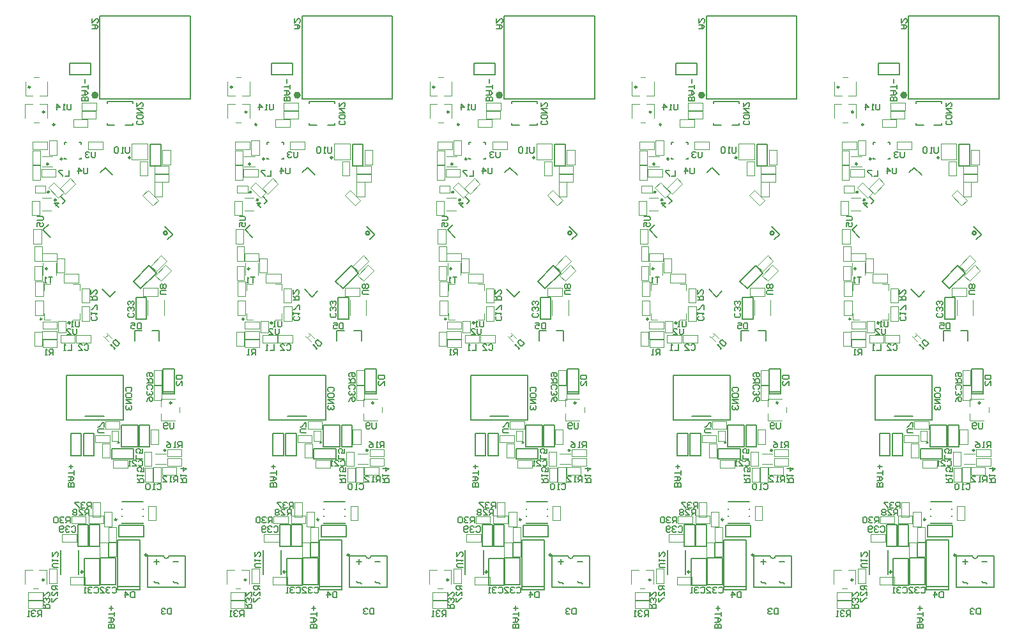
<source format=gbo>
G04*
G04 #@! TF.GenerationSoftware,Altium Limited,Altium Designer,20.1.7 (139)*
G04*
G04 Layer_Color=32896*
%FSAX25Y25*%
%MOIN*%
G70*
G04*
G04 #@! TF.SameCoordinates,F8038B2A-A6B4-4402-B74A-6C3D08F87057*
G04*
G04*
G04 #@! TF.FilePolarity,Positive*
G04*
G01*
G75*
%ADD12C,0.00598*%
%ADD17C,0.01575*%
%ADD18C,0.00787*%
%ADD19C,0.01968*%
%ADD20C,0.01181*%
%ADD76C,0.01000*%
%ADD79C,0.00591*%
%ADD161C,0.00984*%
%ADD162C,0.00394*%
%ADD163C,0.00197*%
D12*
X0058634Y0106369D02*
X0055485D01*
Y0107943D01*
X0056010Y0108468D01*
X0056535D01*
X0057060Y0107943D01*
Y0106369D01*
Y0107943D01*
X0057584Y0108468D01*
X0058109D01*
X0058634Y0107943D01*
Y0106369D01*
X0055485Y0109518D02*
X0057584D01*
X0058634Y0110567D01*
X0057584Y0111617D01*
X0055485D01*
X0057060D01*
Y0109518D01*
X0058634Y0112666D02*
Y0114766D01*
Y0113716D01*
X0055485D01*
X0057060Y0115815D02*
Y0117914D01*
X0058109Y0116865D02*
X0056010D01*
X0079625Y0032539D02*
X0076476D01*
Y0034114D01*
X0077001Y0034639D01*
X0077526D01*
X0078051Y0034114D01*
Y0032539D01*
Y0034114D01*
X0078575Y0034639D01*
X0079100D01*
X0079625Y0034114D01*
Y0032539D01*
X0076476Y0035688D02*
X0078575D01*
X0079625Y0036738D01*
X0078575Y0037787D01*
X0076476D01*
X0078051D01*
Y0035688D01*
X0079625Y0038837D02*
Y0040936D01*
Y0039886D01*
X0076476D01*
X0078051Y0041985D02*
Y0044084D01*
X0079100Y0043035D02*
X0077001D01*
X0065827Y0307834D02*
X0062678D01*
Y0309408D01*
X0063203Y0309933D01*
X0063728D01*
X0064252Y0309408D01*
Y0307834D01*
Y0309408D01*
X0064777Y0309933D01*
X0065302D01*
X0065827Y0309408D01*
Y0307834D01*
X0062678Y0310982D02*
X0064777D01*
X0065827Y0312032D01*
X0064777Y0313081D01*
X0062678D01*
X0064252D01*
Y0310982D01*
X0065827Y0314131D02*
Y0316230D01*
Y0315180D01*
X0062678D01*
X0064252Y0317280D02*
Y0319379D01*
X0094042Y0297492D02*
X0094567Y0296967D01*
Y0295918D01*
X0094042Y0295393D01*
X0091943D01*
X0091418Y0295918D01*
Y0296967D01*
X0091943Y0297492D01*
X0094567Y0300116D02*
Y0299066D01*
X0094042Y0298541D01*
X0091943D01*
X0091418Y0299066D01*
Y0300116D01*
X0091943Y0300641D01*
X0094042D01*
X0094567Y0300116D01*
X0091418Y0301690D02*
X0094567D01*
X0091418Y0303789D01*
X0094567D01*
X0091418Y0306938D02*
Y0304839D01*
X0093517Y0306938D01*
X0094042D01*
X0094567Y0306413D01*
Y0305363D01*
X0094042Y0304839D01*
X0068071Y0345551D02*
X0070170D01*
X0071219Y0346601D01*
X0070170Y0347650D01*
X0068071D01*
X0069645D01*
Y0345551D01*
X0068071Y0350799D02*
Y0348700D01*
X0070170Y0350799D01*
X0070695D01*
X0071219Y0350274D01*
Y0349225D01*
X0070695Y0348700D01*
X0164147Y0106369D02*
X0160998D01*
Y0107943D01*
X0161523Y0108468D01*
X0162048D01*
X0162573Y0107943D01*
Y0106369D01*
Y0107943D01*
X0163098Y0108468D01*
X0163622D01*
X0164147Y0107943D01*
Y0106369D01*
X0160998Y0109518D02*
X0163098D01*
X0164147Y0110567D01*
X0163098Y0111617D01*
X0160998D01*
X0162573D01*
Y0109518D01*
X0164147Y0112666D02*
Y0114766D01*
Y0113716D01*
X0160998D01*
X0162573Y0115815D02*
Y0117914D01*
X0163622Y0116865D02*
X0161523D01*
X0185138Y0032539D02*
X0181990D01*
Y0034114D01*
X0182514Y0034639D01*
X0183039D01*
X0183564Y0034114D01*
Y0032539D01*
Y0034114D01*
X0184089Y0034639D01*
X0184613D01*
X0185138Y0034114D01*
Y0032539D01*
X0181990Y0035688D02*
X0184089D01*
X0185138Y0036738D01*
X0184089Y0037787D01*
X0181990D01*
X0183564D01*
Y0035688D01*
X0185138Y0038837D02*
Y0040936D01*
Y0039886D01*
X0181990D01*
X0183564Y0041985D02*
Y0044084D01*
X0184613Y0043035D02*
X0182514D01*
X0171340Y0307834D02*
X0168191D01*
Y0309408D01*
X0168716Y0309933D01*
X0169241D01*
X0169766Y0309408D01*
Y0307834D01*
Y0309408D01*
X0170290Y0309933D01*
X0170815D01*
X0171340Y0309408D01*
Y0307834D01*
X0168191Y0310982D02*
X0170290D01*
X0171340Y0312032D01*
X0170290Y0313081D01*
X0168191D01*
X0169766D01*
Y0310982D01*
X0171340Y0314131D02*
Y0316230D01*
Y0315180D01*
X0168191D01*
X0169766Y0317280D02*
Y0319379D01*
X0199555Y0297492D02*
X0200080Y0296967D01*
Y0295918D01*
X0199555Y0295393D01*
X0197456D01*
X0196932Y0295918D01*
Y0296967D01*
X0197456Y0297492D01*
X0200080Y0300116D02*
Y0299066D01*
X0199555Y0298541D01*
X0197456D01*
X0196932Y0299066D01*
Y0300116D01*
X0197456Y0300641D01*
X0199555D01*
X0200080Y0300116D01*
X0196932Y0301690D02*
X0200080D01*
X0196932Y0303789D01*
X0200080D01*
X0196932Y0306938D02*
Y0304839D01*
X0199030Y0306938D01*
X0199555D01*
X0200080Y0306413D01*
Y0305363D01*
X0199555Y0304839D01*
X0173584Y0345551D02*
X0175683D01*
X0176733Y0346601D01*
X0175683Y0347650D01*
X0173584D01*
X0175158D01*
Y0345551D01*
X0173584Y0350799D02*
Y0348700D01*
X0175683Y0350799D01*
X0176208D01*
X0176733Y0350274D01*
Y0349225D01*
X0176208Y0348700D01*
X0269660Y0106369D02*
X0266512D01*
Y0107943D01*
X0267036Y0108468D01*
X0267561D01*
X0268086Y0107943D01*
Y0106369D01*
Y0107943D01*
X0268611Y0108468D01*
X0269135D01*
X0269660Y0107943D01*
Y0106369D01*
X0266512Y0109518D02*
X0268611D01*
X0269660Y0110567D01*
X0268611Y0111617D01*
X0266512D01*
X0268086D01*
Y0109518D01*
X0269660Y0112666D02*
Y0114766D01*
Y0113716D01*
X0266512D01*
X0268086Y0115815D02*
Y0117914D01*
X0269135Y0116865D02*
X0267036D01*
X0290651Y0032539D02*
X0287503D01*
Y0034114D01*
X0288028Y0034639D01*
X0288552D01*
X0289077Y0034114D01*
Y0032539D01*
Y0034114D01*
X0289602Y0034639D01*
X0290127D01*
X0290651Y0034114D01*
Y0032539D01*
X0287503Y0035688D02*
X0289602D01*
X0290651Y0036738D01*
X0289602Y0037787D01*
X0287503D01*
X0289077D01*
Y0035688D01*
X0290651Y0038837D02*
Y0040936D01*
Y0039886D01*
X0287503D01*
X0289077Y0041985D02*
Y0044084D01*
X0290127Y0043035D02*
X0288028D01*
X0276853Y0307834D02*
X0273705D01*
Y0309408D01*
X0274229Y0309933D01*
X0274754D01*
X0275279Y0309408D01*
Y0307834D01*
Y0309408D01*
X0275804Y0309933D01*
X0276328D01*
X0276853Y0309408D01*
Y0307834D01*
X0273705Y0310982D02*
X0275804D01*
X0276853Y0312032D01*
X0275804Y0313081D01*
X0273705D01*
X0275279D01*
Y0310982D01*
X0276853Y0314131D02*
Y0316230D01*
Y0315180D01*
X0273705D01*
X0275279Y0317280D02*
Y0319379D01*
X0305068Y0297492D02*
X0305593Y0296967D01*
Y0295918D01*
X0305068Y0295393D01*
X0302970D01*
X0302445Y0295918D01*
Y0296967D01*
X0302970Y0297492D01*
X0305593Y0300116D02*
Y0299066D01*
X0305068Y0298541D01*
X0302970D01*
X0302445Y0299066D01*
Y0300116D01*
X0302970Y0300641D01*
X0305068D01*
X0305593Y0300116D01*
X0302445Y0301690D02*
X0305593D01*
X0302445Y0303789D01*
X0305593D01*
X0302445Y0306938D02*
Y0304839D01*
X0304544Y0306938D01*
X0305068D01*
X0305593Y0306413D01*
Y0305363D01*
X0305068Y0304839D01*
X0279097Y0345551D02*
X0281196D01*
X0282246Y0346601D01*
X0281196Y0347650D01*
X0279097D01*
X0280672D01*
Y0345551D01*
X0279097Y0350799D02*
Y0348700D01*
X0281196Y0350799D01*
X0281721D01*
X0282246Y0350274D01*
Y0349225D01*
X0281721Y0348700D01*
X0375173Y0106369D02*
X0372025D01*
Y0107943D01*
X0372550Y0108468D01*
X0373074D01*
X0373599Y0107943D01*
Y0106369D01*
Y0107943D01*
X0374124Y0108468D01*
X0374649D01*
X0375173Y0107943D01*
Y0106369D01*
X0372025Y0109518D02*
X0374124D01*
X0375173Y0110567D01*
X0374124Y0111617D01*
X0372025D01*
X0373599D01*
Y0109518D01*
X0375173Y0112666D02*
Y0114766D01*
Y0113716D01*
X0372025D01*
X0373599Y0115815D02*
Y0117914D01*
X0374649Y0116865D02*
X0372550D01*
X0396165Y0032539D02*
X0393016D01*
Y0034114D01*
X0393541Y0034639D01*
X0394066D01*
X0394590Y0034114D01*
Y0032539D01*
Y0034114D01*
X0395115Y0034639D01*
X0395640D01*
X0396165Y0034114D01*
Y0032539D01*
X0393016Y0035688D02*
X0395115D01*
X0396165Y0036738D01*
X0395115Y0037787D01*
X0393016D01*
X0394590D01*
Y0035688D01*
X0396165Y0038837D02*
Y0040936D01*
Y0039886D01*
X0393016D01*
X0394590Y0041985D02*
Y0044084D01*
X0395640Y0043035D02*
X0393541D01*
X0382366Y0307834D02*
X0379218D01*
Y0309408D01*
X0379743Y0309933D01*
X0380267D01*
X0380792Y0309408D01*
Y0307834D01*
Y0309408D01*
X0381317Y0309933D01*
X0381842D01*
X0382366Y0309408D01*
Y0307834D01*
X0379218Y0310982D02*
X0381317D01*
X0382366Y0312032D01*
X0381317Y0313081D01*
X0379218D01*
X0380792D01*
Y0310982D01*
X0382366Y0314131D02*
Y0316230D01*
Y0315180D01*
X0379218D01*
X0380792Y0317280D02*
Y0319379D01*
X0410582Y0297492D02*
X0411106Y0296967D01*
Y0295918D01*
X0410582Y0295393D01*
X0408483D01*
X0407958Y0295918D01*
Y0296967D01*
X0408483Y0297492D01*
X0411106Y0300116D02*
Y0299066D01*
X0410582Y0298541D01*
X0408483D01*
X0407958Y0299066D01*
Y0300116D01*
X0408483Y0300641D01*
X0410582D01*
X0411106Y0300116D01*
X0407958Y0301690D02*
X0411106D01*
X0407958Y0303789D01*
X0411106D01*
X0407958Y0306938D02*
Y0304839D01*
X0410057Y0306938D01*
X0410582D01*
X0411106Y0306413D01*
Y0305363D01*
X0410582Y0304839D01*
X0384611Y0345551D02*
X0386710D01*
X0387759Y0346601D01*
X0386710Y0347650D01*
X0384611D01*
X0386185D01*
Y0345551D01*
X0384611Y0350799D02*
Y0348700D01*
X0386710Y0350799D01*
X0387234D01*
X0387759Y0350274D01*
Y0349225D01*
X0387234Y0348700D01*
X0480687Y0106369D02*
X0477538D01*
Y0107943D01*
X0478063Y0108468D01*
X0478588D01*
X0479112Y0107943D01*
Y0106369D01*
Y0107943D01*
X0479637Y0108468D01*
X0480162D01*
X0480687Y0107943D01*
Y0106369D01*
X0477538Y0109518D02*
X0479637D01*
X0480687Y0110567D01*
X0479637Y0111617D01*
X0477538D01*
X0479112D01*
Y0109518D01*
X0480687Y0112666D02*
Y0114766D01*
Y0113716D01*
X0477538D01*
X0479112Y0115815D02*
Y0117914D01*
X0480162Y0116865D02*
X0478063D01*
X0501678Y0032539D02*
X0498529D01*
Y0034114D01*
X0499054Y0034639D01*
X0499579D01*
X0500104Y0034114D01*
Y0032539D01*
Y0034114D01*
X0500628Y0034639D01*
X0501153D01*
X0501678Y0034114D01*
Y0032539D01*
X0498529Y0035688D02*
X0500628D01*
X0501678Y0036738D01*
X0500628Y0037787D01*
X0498529D01*
X0500104D01*
Y0035688D01*
X0501678Y0038837D02*
Y0040936D01*
Y0039886D01*
X0498529D01*
X0500104Y0041985D02*
Y0044084D01*
X0501153Y0043035D02*
X0499054D01*
X0487880Y0307834D02*
X0484731D01*
Y0309408D01*
X0485256Y0309933D01*
X0485780D01*
X0486305Y0309408D01*
Y0307834D01*
Y0309408D01*
X0486830Y0309933D01*
X0487355D01*
X0487880Y0309408D01*
Y0307834D01*
X0484731Y0310982D02*
X0486830D01*
X0487880Y0312032D01*
X0486830Y0313081D01*
X0484731D01*
X0486305D01*
Y0310982D01*
X0487880Y0314131D02*
Y0316230D01*
Y0315180D01*
X0484731D01*
X0486305Y0317280D02*
Y0319379D01*
X0516095Y0297492D02*
X0516620Y0296967D01*
Y0295918D01*
X0516095Y0295393D01*
X0513996D01*
X0513471Y0295918D01*
Y0296967D01*
X0513996Y0297492D01*
X0516620Y0300116D02*
Y0299066D01*
X0516095Y0298541D01*
X0513996D01*
X0513471Y0299066D01*
Y0300116D01*
X0513996Y0300641D01*
X0516095D01*
X0516620Y0300116D01*
X0513471Y0301690D02*
X0516620D01*
X0513471Y0303789D01*
X0516620D01*
X0513471Y0306938D02*
Y0304839D01*
X0515570Y0306938D01*
X0516095D01*
X0516620Y0306413D01*
Y0305363D01*
X0516095Y0304839D01*
X0490124Y0345551D02*
X0492223D01*
X0493272Y0346601D01*
X0492223Y0347650D01*
X0490124D01*
X0491698D01*
Y0345551D01*
X0490124Y0350799D02*
Y0348700D01*
X0492223Y0350799D01*
X0492748D01*
X0493272Y0350274D01*
Y0349225D01*
X0492748Y0348700D01*
D17*
X0045155Y0260243D02*
G03*
X0045155Y0260243I-0000224J0000000D01*
G01*
X0048825Y0256190D02*
G03*
X0048825Y0256190I-0000220J0000000D01*
G01*
X0150668Y0260243D02*
G03*
X0150668Y0260243I-0000224J0000000D01*
G01*
X0154338Y0256190D02*
G03*
X0154338Y0256190I-0000220J0000000D01*
G01*
X0256181Y0260243D02*
G03*
X0256181Y0260243I-0000224J0000000D01*
G01*
X0259851Y0256190D02*
G03*
X0259851Y0256190I-0000220J0000000D01*
G01*
X0361694Y0260243D02*
G03*
X0361694Y0260243I-0000224J0000000D01*
G01*
X0365364Y0256190D02*
G03*
X0365364Y0256190I-0000220J0000000D01*
G01*
X0467207Y0260243D02*
G03*
X0467207Y0260243I-0000224J0000000D01*
G01*
X0470878Y0256190D02*
G03*
X0470878Y0256190I-0000220J0000000D01*
G01*
D18*
X0105250Y0070354D02*
G03*
X0108137Y0070354I0001444J0000000D01*
G01*
X0090174Y0182457D02*
Y0187772D01*
X0094013D01*
X0099131D02*
X0102970D01*
Y0182457D02*
Y0187772D01*
X0075828Y0295194D02*
X0079765D01*
X0075828D02*
X0075828Y0296375D01*
X0089214Y0295194D02*
Y0296375D01*
X0085277Y0295194D02*
X0089214D01*
X0075828Y0306611D02*
Y0307398D01*
X0089214D01*
Y0306611D02*
Y0307398D01*
X0064450Y0143228D02*
X0074292D01*
X0054607Y0164645D02*
X0084371D01*
X0054607Y0141259D02*
X0084371D01*
Y0164645D01*
X0054607Y0141259D02*
Y0164645D01*
X0067155Y0321487D02*
Y0327487D01*
X0056155D02*
X0067155D01*
X0056155Y0321487D02*
Y0327487D01*
Y0321487D02*
X0067155D01*
X0098392Y0285317D02*
X0103892D01*
Y0273817D02*
Y0285317D01*
X0098392Y0273817D02*
X0103892D01*
X0098392D02*
Y0285317D01*
X0119213Y0309055D02*
Y0352362D01*
X0071969Y0309055D02*
X0119213D01*
X0071969Y0352362D02*
X0119213D01*
X0071969Y0309055D02*
Y0352362D01*
X0080418Y0055086D02*
Y0069086D01*
X0072418Y0055086D02*
X0080418D01*
X0072418D02*
Y0069086D01*
X0080418D01*
X0071954Y0055046D02*
Y0069046D01*
X0063954Y0055046D02*
X0071954D01*
X0063954D02*
Y0069046D01*
X0071954D01*
X0081300Y0054133D02*
X0092717D01*
X0092796Y0052598D02*
Y0078542D01*
X0081221D02*
X0092796D01*
X0081221Y0052598D02*
Y0078542D01*
Y0052598D02*
X0092796D01*
X0082044Y0086220D02*
X0095044D01*
Y0081767D02*
Y0086220D01*
X0082048Y0080314D02*
X0095044D01*
Y0081767D01*
X0082048Y0080314D02*
Y0086216D01*
X0104875Y0154810D02*
Y0167810D01*
X0110875D01*
Y0154810D02*
Y0167810D01*
X0104875Y0155810D02*
X0110875D01*
X0104875Y0154810D02*
X0110875D01*
X0096851Y0053818D02*
X0116536D01*
Y0070354D01*
X0096851Y0060642D02*
Y0070354D01*
Y0053818D02*
Y0060642D01*
Y0070354D02*
X0105250D01*
X0108137D02*
X0116536D01*
X0096373Y0193816D02*
Y0205316D01*
X0090873D02*
X0096373D01*
X0090873Y0193816D02*
Y0205316D01*
Y0193816D02*
X0096373D01*
X0093391Y0209737D02*
X0101523Y0217868D01*
X0097634Y0221758D02*
X0101523Y0217868D01*
X0089502Y0213626D02*
X0097634Y0221758D01*
X0089502Y0213626D02*
X0093391Y0209737D01*
X0077195Y0205588D02*
X0077418D01*
X0080229Y0208400D01*
X0073298Y0209486D02*
X0077195Y0205588D01*
X0042424Y0240470D02*
X0046183Y0236712D01*
X0042424Y0240470D02*
Y0240581D01*
X0045208Y0243365D01*
X0072268Y0270480D02*
X0074801Y0273014D01*
X0074968D01*
X0078782Y0269200D01*
X0105925Y0242113D02*
X0109933Y0238104D01*
Y0238048D02*
Y0238104D01*
X0107317Y0235431D02*
X0109933Y0238048D01*
X0053702Y0286062D02*
X0054686D01*
X0053702Y0285078D02*
Y0286062D01*
X0062363Y0285078D02*
Y0286062D01*
X0061379D02*
X0062363D01*
X0061379Y0277401D02*
X0062363D01*
Y0278385D01*
X0053702Y0277401D02*
X0054686D01*
X0053702D02*
Y0278385D01*
X0061103Y0060708D02*
Y0073306D01*
X0051654Y0060708D02*
Y0073306D01*
X0066542Y0075115D02*
Y0086615D01*
Y0075115D02*
X0072042D01*
Y0086615D01*
X0066542D02*
X0072042D01*
X0060558Y0075155D02*
Y0086655D01*
Y0075155D02*
X0066058D01*
Y0086655D01*
X0060558D02*
X0066058D01*
X0092605Y0138663D02*
X0098105D01*
Y0127163D02*
Y0138663D01*
X0092605Y0127163D02*
X0098105D01*
X0092605D02*
Y0138663D01*
X0083189Y0127205D02*
X0091850D01*
Y0138622D01*
X0083189D02*
X0091850D01*
X0083189Y0127205D02*
Y0138622D01*
X0078227Y0120792D02*
Y0126292D01*
X0089727D01*
Y0120792D02*
Y0126292D01*
X0078227Y0120792D02*
X0089727D01*
X0056857Y0122596D02*
X0062357D01*
X0056857D02*
Y0134096D01*
X0062357D01*
Y0122596D02*
Y0134096D01*
X0063471Y0122635D02*
X0068971D01*
X0063471D02*
Y0134135D01*
X0068971D01*
Y0122635D02*
Y0134135D01*
X0100395Y0067204D02*
X0103018D01*
X0101707Y0065893D02*
Y0068516D01*
X0110237Y0067204D02*
X0112861D01*
X0100395Y0056837D02*
X0101051Y0056182D01*
X0102363D01*
X0103018Y0055525D01*
X0110237Y0056837D02*
X0110893Y0056182D01*
X0112205D01*
X0112861Y0055525D01*
X0210764Y0070354D02*
G03*
X0213651Y0070354I0001444J0000000D01*
G01*
X0195688Y0182457D02*
Y0187772D01*
X0199526D01*
X0204644D02*
X0208483D01*
Y0182457D02*
Y0187772D01*
X0181341Y0295194D02*
X0185278D01*
X0181341D02*
X0181341Y0296375D01*
X0194727Y0295194D02*
Y0296375D01*
X0190790Y0295194D02*
X0194727D01*
X0181341Y0306611D02*
Y0307398D01*
X0194727D01*
Y0306611D02*
Y0307398D01*
X0169963Y0143228D02*
X0179806D01*
X0160120Y0164645D02*
X0189884D01*
X0160120Y0141259D02*
X0189884D01*
Y0164645D01*
X0160120Y0141259D02*
Y0164645D01*
X0172668Y0321487D02*
Y0327487D01*
X0161668D02*
X0172668D01*
X0161668Y0321487D02*
Y0327487D01*
Y0321487D02*
X0172668D01*
X0203905Y0285317D02*
X0209405D01*
Y0273817D02*
Y0285317D01*
X0203905Y0273817D02*
X0209405D01*
X0203905D02*
Y0285317D01*
X0224726Y0309055D02*
Y0352362D01*
X0177482Y0309055D02*
X0224726D01*
X0177482Y0352362D02*
X0224726D01*
X0177482Y0309055D02*
Y0352362D01*
X0185932Y0055086D02*
Y0069086D01*
X0177931Y0055086D02*
X0185932D01*
X0177931D02*
Y0069086D01*
X0185932D01*
X0177467Y0055046D02*
Y0069046D01*
X0169467Y0055046D02*
X0177467D01*
X0169467D02*
Y0069046D01*
X0177467D01*
X0186813Y0054133D02*
X0198231D01*
X0198309Y0052598D02*
Y0078542D01*
X0186735D02*
X0198309D01*
X0186735Y0052598D02*
Y0078542D01*
Y0052598D02*
X0198309D01*
X0187557Y0086220D02*
X0200557D01*
Y0081767D02*
Y0086220D01*
X0187561Y0080314D02*
X0200557D01*
Y0081767D01*
X0187561Y0080314D02*
Y0086216D01*
X0210388Y0154810D02*
Y0167810D01*
X0216388D01*
Y0154810D02*
Y0167810D01*
X0210388Y0155810D02*
X0216388D01*
X0210388Y0154810D02*
X0216388D01*
X0202365Y0053818D02*
X0222049D01*
Y0070354D01*
X0202365Y0060642D02*
Y0070354D01*
Y0053818D02*
Y0060642D01*
Y0070354D02*
X0210764D01*
X0213651D02*
X0222049D01*
X0201886Y0193816D02*
Y0205316D01*
X0196386D02*
X0201886D01*
X0196386Y0193816D02*
Y0205316D01*
Y0193816D02*
X0201886D01*
X0198905Y0209737D02*
X0207036Y0217868D01*
X0203147Y0221758D02*
X0207036Y0217868D01*
X0195016Y0213626D02*
X0203147Y0221758D01*
X0195016Y0213626D02*
X0198905Y0209737D01*
X0182708Y0205588D02*
X0182931D01*
X0185743Y0208400D01*
X0178811Y0209486D02*
X0182708Y0205588D01*
X0147937Y0240470D02*
X0151696Y0236712D01*
X0147937Y0240470D02*
Y0240581D01*
X0150721Y0243365D01*
X0177781Y0270480D02*
X0180314Y0273014D01*
X0180481D01*
X0184295Y0269200D01*
X0211438Y0242113D02*
X0215447Y0238104D01*
Y0238048D02*
Y0238104D01*
X0212830Y0235431D02*
X0215447Y0238048D01*
X0159215Y0286062D02*
X0160199D01*
X0159215Y0285078D02*
Y0286062D01*
X0167876Y0285078D02*
Y0286062D01*
X0166892D02*
X0167876D01*
X0166892Y0277401D02*
X0167876D01*
Y0278385D01*
X0159215Y0277401D02*
X0160199D01*
X0159215D02*
Y0278385D01*
X0166616Y0060708D02*
Y0073306D01*
X0157168Y0060708D02*
Y0073306D01*
X0172055Y0075115D02*
Y0086615D01*
Y0075115D02*
X0177556D01*
Y0086615D01*
X0172055D02*
X0177556D01*
X0166071Y0075155D02*
Y0086655D01*
Y0075155D02*
X0171571D01*
Y0086655D01*
X0166071D02*
X0171571D01*
X0198118Y0138663D02*
X0203619D01*
Y0127163D02*
Y0138663D01*
X0198118Y0127163D02*
X0203619D01*
X0198118D02*
Y0138663D01*
X0188702Y0127205D02*
X0197364D01*
Y0138622D01*
X0188702D02*
X0197364D01*
X0188702Y0127205D02*
Y0138622D01*
X0183740Y0120792D02*
Y0126292D01*
X0195240D01*
Y0120792D02*
Y0126292D01*
X0183740Y0120792D02*
X0195240D01*
X0162370Y0122596D02*
X0167870D01*
X0162370D02*
Y0134096D01*
X0167870D01*
Y0122596D02*
Y0134096D01*
X0168985Y0122635D02*
X0174485D01*
X0168985D02*
Y0134135D01*
X0174485D01*
Y0122635D02*
Y0134135D01*
X0205908Y0067204D02*
X0208532D01*
X0207220Y0065893D02*
Y0068516D01*
X0215750Y0067204D02*
X0218374D01*
X0205908Y0056837D02*
X0206564Y0056182D01*
X0207876D01*
X0208532Y0055525D01*
X0215750Y0056837D02*
X0216406Y0056182D01*
X0217718D01*
X0218374Y0055525D01*
X0316277Y0070354D02*
G03*
X0319164Y0070354I0001444J0000000D01*
G01*
X0301201Y0182457D02*
Y0187772D01*
X0305039D01*
X0310157D02*
X0313996D01*
Y0182457D02*
Y0187772D01*
X0286854Y0295194D02*
X0290791D01*
X0286854D02*
X0286854Y0296375D01*
X0300240Y0295194D02*
Y0296375D01*
X0296303Y0295194D02*
X0300240D01*
X0286854Y0306611D02*
Y0307398D01*
X0300240D01*
Y0306611D02*
Y0307398D01*
X0275476Y0143228D02*
X0285319D01*
X0265634Y0164645D02*
X0295397D01*
X0265634Y0141259D02*
X0295397D01*
Y0164645D01*
X0265634Y0141259D02*
Y0164645D01*
X0278181Y0321487D02*
Y0327487D01*
X0267181D02*
X0278181D01*
X0267181Y0321487D02*
Y0327487D01*
Y0321487D02*
X0278181D01*
X0309418Y0285317D02*
X0314918D01*
Y0273817D02*
Y0285317D01*
X0309418Y0273817D02*
X0314918D01*
X0309418D02*
Y0285317D01*
X0330239Y0309055D02*
Y0352362D01*
X0282995Y0309055D02*
X0330239D01*
X0282995Y0352362D02*
X0330239D01*
X0282995Y0309055D02*
Y0352362D01*
X0291445Y0055086D02*
Y0069086D01*
X0283445Y0055086D02*
X0291445D01*
X0283445D02*
Y0069086D01*
X0291445D01*
X0282980Y0055046D02*
Y0069046D01*
X0274980Y0055046D02*
X0282980D01*
X0274980D02*
Y0069046D01*
X0282980D01*
X0292327Y0054133D02*
X0303744D01*
X0303823Y0052598D02*
Y0078542D01*
X0292248D02*
X0303823D01*
X0292248Y0052598D02*
Y0078542D01*
Y0052598D02*
X0303823D01*
X0293071Y0086220D02*
X0306071D01*
Y0081767D02*
Y0086220D01*
X0293075Y0080314D02*
X0306071D01*
Y0081767D01*
X0293075Y0080314D02*
Y0086216D01*
X0315901Y0154810D02*
Y0167810D01*
X0321901D01*
Y0154810D02*
Y0167810D01*
X0315901Y0155810D02*
X0321901D01*
X0315901Y0154810D02*
X0321901D01*
X0307878Y0053818D02*
X0327563D01*
Y0070354D01*
X0307878Y0060642D02*
Y0070354D01*
Y0053818D02*
Y0060642D01*
Y0070354D02*
X0316277D01*
X0319164D02*
X0327563D01*
X0307399Y0193816D02*
Y0205316D01*
X0301899D02*
X0307399D01*
X0301899Y0193816D02*
Y0205316D01*
Y0193816D02*
X0307399D01*
X0304418Y0209737D02*
X0312550Y0217868D01*
X0308661Y0221758D02*
X0312550Y0217868D01*
X0300529Y0213626D02*
X0308661Y0221758D01*
X0300529Y0213626D02*
X0304418Y0209737D01*
X0288221Y0205588D02*
X0288444D01*
X0291256Y0208400D01*
X0284324Y0209486D02*
X0288221Y0205588D01*
X0253451Y0240470D02*
X0257209Y0236712D01*
X0253451Y0240470D02*
Y0240581D01*
X0256235Y0243365D01*
X0283294Y0270480D02*
X0285827Y0273014D01*
X0285994D01*
X0289808Y0269200D01*
X0316951Y0242113D02*
X0320960Y0238104D01*
Y0238048D02*
Y0238104D01*
X0318343Y0235431D02*
X0320960Y0238048D01*
X0264728Y0286062D02*
X0265712D01*
X0264728Y0285078D02*
Y0286062D01*
X0273390Y0285078D02*
Y0286062D01*
X0272405D02*
X0273390D01*
X0272405Y0277401D02*
X0273390D01*
Y0278385D01*
X0264728Y0277401D02*
X0265712D01*
X0264728D02*
Y0278385D01*
X0272130Y0060708D02*
Y0073306D01*
X0262681Y0060708D02*
Y0073306D01*
X0277569Y0075115D02*
Y0086615D01*
Y0075115D02*
X0283069D01*
Y0086615D01*
X0277569D02*
X0283069D01*
X0271585Y0075155D02*
Y0086655D01*
Y0075155D02*
X0277084D01*
Y0086655D01*
X0271585D02*
X0277084D01*
X0303632Y0138663D02*
X0309132D01*
Y0127163D02*
Y0138663D01*
X0303632Y0127163D02*
X0309132D01*
X0303632D02*
Y0138663D01*
X0294215Y0127205D02*
X0302877D01*
Y0138622D01*
X0294215D02*
X0302877D01*
X0294215Y0127205D02*
Y0138622D01*
X0289254Y0120792D02*
Y0126292D01*
X0300754D01*
Y0120792D02*
Y0126292D01*
X0289254Y0120792D02*
X0300754D01*
X0267884Y0122596D02*
X0273384D01*
X0267884D02*
Y0134096D01*
X0273384D01*
Y0122596D02*
Y0134096D01*
X0274498Y0122635D02*
X0279998D01*
X0274498D02*
Y0134135D01*
X0279998D01*
Y0122635D02*
Y0134135D01*
X0311421Y0067204D02*
X0314045D01*
X0312733Y0065893D02*
Y0068516D01*
X0321264Y0067204D02*
X0323887D01*
X0311421Y0056837D02*
X0312077Y0056182D01*
X0313389D01*
X0314045Y0055525D01*
X0321264Y0056837D02*
X0321919Y0056182D01*
X0323231D01*
X0323887Y0055525D01*
X0421790Y0070354D02*
G03*
X0424677Y0070354I0001444J0000000D01*
G01*
X0406714Y0182457D02*
Y0187772D01*
X0410553D01*
X0415671D02*
X0419509D01*
Y0182457D02*
Y0187772D01*
X0392367Y0295194D02*
X0396304D01*
X0392367D02*
X0392367Y0296375D01*
X0405753Y0295194D02*
Y0296375D01*
X0401816Y0295194D02*
X0405753D01*
X0392367Y0306611D02*
Y0307398D01*
X0405753D01*
Y0306611D02*
Y0307398D01*
X0380989Y0143228D02*
X0390832D01*
X0371147Y0164645D02*
X0400911D01*
X0371147Y0141259D02*
X0400911D01*
Y0164645D01*
X0371147Y0141259D02*
Y0164645D01*
X0383694Y0321487D02*
Y0327487D01*
X0372694D02*
X0383694D01*
X0372694Y0321487D02*
Y0327487D01*
Y0321487D02*
X0383694D01*
X0414931Y0285317D02*
X0420431D01*
Y0273817D02*
Y0285317D01*
X0414931Y0273817D02*
X0420431D01*
X0414931D02*
Y0285317D01*
X0435752Y0309055D02*
Y0352362D01*
X0388508Y0309055D02*
X0435752D01*
X0388508Y0352362D02*
X0435752D01*
X0388508Y0309055D02*
Y0352362D01*
X0396958Y0055086D02*
Y0069086D01*
X0388958Y0055086D02*
X0396958D01*
X0388958D02*
Y0069086D01*
X0396958D01*
X0388493Y0055046D02*
Y0069046D01*
X0380493Y0055046D02*
X0388493D01*
X0380493D02*
Y0069046D01*
X0388493D01*
X0397840Y0054133D02*
X0409257D01*
X0409336Y0052598D02*
Y0078542D01*
X0397761D02*
X0409336D01*
X0397761Y0052598D02*
Y0078542D01*
Y0052598D02*
X0409336D01*
X0398584Y0086220D02*
X0411584D01*
Y0081767D02*
Y0086220D01*
X0398588Y0080314D02*
X0411584D01*
Y0081767D01*
X0398588Y0080314D02*
Y0086216D01*
X0421415Y0154810D02*
Y0167810D01*
X0427415D01*
Y0154810D02*
Y0167810D01*
X0421415Y0155810D02*
X0427415D01*
X0421415Y0154810D02*
X0427415D01*
X0413391Y0053818D02*
X0433076D01*
Y0070354D01*
X0413391Y0060642D02*
Y0070354D01*
Y0053818D02*
Y0060642D01*
Y0070354D02*
X0421790D01*
X0424677D02*
X0433076D01*
X0412913Y0193816D02*
Y0205316D01*
X0407413D02*
X0412913D01*
X0407413Y0193816D02*
Y0205316D01*
Y0193816D02*
X0412913D01*
X0409931Y0209737D02*
X0418063Y0217868D01*
X0414174Y0221758D02*
X0418063Y0217868D01*
X0406042Y0213626D02*
X0414174Y0221758D01*
X0406042Y0213626D02*
X0409931Y0209737D01*
X0393735Y0205588D02*
X0393957D01*
X0396769Y0208400D01*
X0389837Y0209486D02*
X0393735Y0205588D01*
X0358964Y0240470D02*
X0362722Y0236712D01*
X0358964Y0240470D02*
Y0240581D01*
X0361748Y0243365D01*
X0388807Y0270480D02*
X0391340Y0273014D01*
X0391508D01*
X0395321Y0269200D01*
X0422464Y0242113D02*
X0426473Y0238104D01*
Y0238048D02*
Y0238104D01*
X0423856Y0235431D02*
X0426473Y0238048D01*
X0370241Y0286062D02*
X0371226D01*
X0370241Y0285078D02*
Y0286062D01*
X0378903Y0285078D02*
Y0286062D01*
X0377919D02*
X0378903D01*
X0377919Y0277401D02*
X0378903D01*
Y0278385D01*
X0370241Y0277401D02*
X0371226D01*
X0370241D02*
Y0278385D01*
X0377643Y0060708D02*
Y0073306D01*
X0368194Y0060708D02*
Y0073306D01*
X0383082Y0075115D02*
Y0086615D01*
Y0075115D02*
X0388582D01*
Y0086615D01*
X0383082D02*
X0388582D01*
X0377098Y0075155D02*
Y0086655D01*
Y0075155D02*
X0382598D01*
Y0086655D01*
X0377098D02*
X0382598D01*
X0409145Y0138663D02*
X0414645D01*
Y0127163D02*
Y0138663D01*
X0409145Y0127163D02*
X0414645D01*
X0409145D02*
Y0138663D01*
X0399729Y0127205D02*
X0408390D01*
Y0138622D01*
X0399729D02*
X0408390D01*
X0399729Y0127205D02*
Y0138622D01*
X0394767Y0120792D02*
Y0126292D01*
X0406267D01*
Y0120792D02*
Y0126292D01*
X0394767Y0120792D02*
X0406267D01*
X0373397Y0122596D02*
X0378897D01*
X0373397D02*
Y0134096D01*
X0378897D01*
Y0122596D02*
Y0134096D01*
X0380011Y0122635D02*
X0385511D01*
X0380011D02*
Y0134135D01*
X0385511D01*
Y0122635D02*
Y0134135D01*
X0416934Y0067204D02*
X0419558D01*
X0418246Y0065893D02*
Y0068516D01*
X0426777Y0067204D02*
X0429401D01*
X0416934Y0056837D02*
X0417590Y0056182D01*
X0418902D01*
X0419558Y0055525D01*
X0426777Y0056837D02*
X0427433Y0056182D01*
X0428745D01*
X0429401Y0055525D01*
X0527303Y0070354D02*
G03*
X0530190Y0070354I0001444J0000000D01*
G01*
X0512227Y0182457D02*
Y0187772D01*
X0516066D01*
X0521184D02*
X0525023D01*
Y0182457D02*
Y0187772D01*
X0497881Y0295194D02*
X0501818D01*
X0497881D02*
X0497881Y0296375D01*
X0511266Y0295194D02*
Y0296375D01*
X0507329Y0295194D02*
X0511266D01*
X0497881Y0306611D02*
Y0307398D01*
X0511266D01*
Y0306611D02*
Y0307398D01*
X0486503Y0143228D02*
X0496345D01*
X0476660Y0164645D02*
X0506424D01*
X0476660Y0141259D02*
X0506424D01*
Y0164645D01*
X0476660Y0141259D02*
Y0164645D01*
X0489207Y0321487D02*
Y0327487D01*
X0478207D02*
X0489207D01*
X0478207Y0321487D02*
Y0327487D01*
Y0321487D02*
X0489207D01*
X0520445Y0285317D02*
X0525945D01*
Y0273817D02*
Y0285317D01*
X0520445Y0273817D02*
X0525945D01*
X0520445D02*
Y0285317D01*
X0541265Y0309055D02*
Y0352362D01*
X0494021Y0309055D02*
X0541265D01*
X0494021Y0352362D02*
X0541265D01*
X0494021Y0309055D02*
Y0352362D01*
X0502471Y0055086D02*
Y0069086D01*
X0494471Y0055086D02*
X0502471D01*
X0494471D02*
Y0069086D01*
X0502471D01*
X0494007Y0055046D02*
Y0069046D01*
X0486007Y0055046D02*
X0494007D01*
X0486007D02*
Y0069046D01*
X0494007D01*
X0503353Y0054133D02*
X0514770D01*
X0514849Y0052598D02*
Y0078542D01*
X0503274D02*
X0514849D01*
X0503274Y0052598D02*
Y0078542D01*
Y0052598D02*
X0514849D01*
X0504097Y0086220D02*
X0517097D01*
Y0081767D02*
Y0086220D01*
X0504101Y0080314D02*
X0517097D01*
Y0081767D01*
X0504101Y0080314D02*
Y0086216D01*
X0526928Y0154810D02*
Y0167810D01*
X0532928D01*
Y0154810D02*
Y0167810D01*
X0526928Y0155810D02*
X0532928D01*
X0526928Y0154810D02*
X0532928D01*
X0518904Y0053818D02*
X0538589D01*
Y0070354D01*
X0518904Y0060642D02*
Y0070354D01*
Y0053818D02*
Y0060642D01*
Y0070354D02*
X0527303D01*
X0530190D02*
X0538589D01*
X0518426Y0193816D02*
Y0205316D01*
X0512926D02*
X0518426D01*
X0512926Y0193816D02*
Y0205316D01*
Y0193816D02*
X0518426D01*
X0515444Y0209737D02*
X0523576Y0217868D01*
X0519687Y0221758D02*
X0523576Y0217868D01*
X0511555Y0213626D02*
X0519687Y0221758D01*
X0511555Y0213626D02*
X0515444Y0209737D01*
X0499248Y0205588D02*
X0499471D01*
X0502282Y0208400D01*
X0495350Y0209486D02*
X0499248Y0205588D01*
X0464477Y0240470D02*
X0468235Y0236712D01*
X0464477Y0240470D02*
Y0240581D01*
X0467261Y0243365D01*
X0494320Y0270480D02*
X0496854Y0273014D01*
X0497021D01*
X0500835Y0269200D01*
X0527978Y0242113D02*
X0531986Y0238104D01*
Y0238048D02*
Y0238104D01*
X0529369Y0235431D02*
X0531986Y0238048D01*
X0475755Y0286062D02*
X0476739D01*
X0475755Y0285078D02*
Y0286062D01*
X0484416Y0285078D02*
Y0286062D01*
X0483432D02*
X0484416D01*
X0483432Y0277401D02*
X0484416D01*
Y0278385D01*
X0475755Y0277401D02*
X0476739D01*
X0475755D02*
Y0278385D01*
X0483156Y0060708D02*
Y0073306D01*
X0473707Y0060708D02*
Y0073306D01*
X0488595Y0075115D02*
Y0086615D01*
Y0075115D02*
X0494095D01*
Y0086615D01*
X0488595D02*
X0494095D01*
X0482611Y0075155D02*
Y0086655D01*
Y0075155D02*
X0488111D01*
Y0086655D01*
X0482611D02*
X0488111D01*
X0514658Y0138663D02*
X0520158D01*
Y0127163D02*
Y0138663D01*
X0514658Y0127163D02*
X0520158D01*
X0514658D02*
Y0138663D01*
X0505242Y0127205D02*
X0513903D01*
Y0138622D01*
X0505242D02*
X0513903D01*
X0505242Y0127205D02*
Y0138622D01*
X0500280Y0120792D02*
Y0126292D01*
X0511780D01*
Y0120792D02*
Y0126292D01*
X0500280Y0120792D02*
X0511780D01*
X0478910Y0122596D02*
X0484410D01*
X0478910D02*
Y0134096D01*
X0484410D01*
Y0122596D02*
Y0134096D01*
X0485524Y0122635D02*
X0491024D01*
X0485524D02*
Y0134135D01*
X0491024D01*
Y0122635D02*
Y0134135D01*
X0522447Y0067204D02*
X0525071D01*
X0523759Y0065893D02*
Y0068516D01*
X0532290Y0067204D02*
X0534914D01*
X0522447Y0056837D02*
X0523104Y0056182D01*
X0524415D01*
X0525071Y0055525D01*
X0532290Y0056837D02*
X0532946Y0056182D01*
X0534258D01*
X0534914Y0055525D01*
D19*
X0070357Y0310876D02*
G03*
X0070357Y0310876I-0000880J0000000D01*
G01*
X0175870D02*
G03*
X0175870Y0310876I-0000880J0000000D01*
G01*
X0281383D02*
G03*
X0281383Y0310876I-0000880J0000000D01*
G01*
X0386896D02*
G03*
X0386896Y0310876I-0000880J0000000D01*
G01*
X0492410D02*
G03*
X0492410Y0310876I-0000880J0000000D01*
G01*
D20*
X0081798Y0129409D02*
G03*
X0081798Y0129409I-0000223J0000000D01*
G01*
X0187312D02*
G03*
X0187312Y0129409I-0000223J0000000D01*
G01*
X0292825D02*
G03*
X0292825Y0129409I-0000223J0000000D01*
G01*
X0398338D02*
G03*
X0398338Y0129409I-0000223J0000000D01*
G01*
X0503851D02*
G03*
X0503851Y0129409I-0000223J0000000D01*
G01*
D76*
X0087928Y0278253D02*
G03*
X0087928Y0278253I-0000487J0000000D01*
G01*
X0041724Y0193936D02*
G03*
X0041724Y0193936I-0000424J0000000D01*
G01*
X0107165Y0238858D02*
G03*
X0107165Y0238858I-0000905J0000000D01*
G01*
X0045154Y0274915D02*
G03*
X0045154Y0274915I-0000473J0000000D01*
G01*
X0052418Y0277558D02*
G03*
X0052418Y0277558I-0000449J0000000D01*
G01*
X0063235Y0061889D02*
G03*
X0063235Y0061889I-0000557J0000000D01*
G01*
X0048442Y0295511D02*
G03*
X0048442Y0295511I-0000449J0000000D01*
G01*
X0106378Y0125406D02*
G03*
X0106378Y0125406I-0000473J0000000D01*
G01*
X0044569Y0220233D02*
G03*
X0044569Y0220233I-0000473J0000000D01*
G01*
X0056652Y0191967D02*
G03*
X0056652Y0191951I-0000590J-0000031D01*
G01*
X0193441Y0278253D02*
G03*
X0193441Y0278253I-0000487J0000000D01*
G01*
X0147237Y0193936D02*
G03*
X0147237Y0193936I-0000424J0000000D01*
G01*
X0212679Y0238858D02*
G03*
X0212679Y0238858I-0000905J0000000D01*
G01*
X0150667Y0274915D02*
G03*
X0150667Y0274915I-0000473J0000000D01*
G01*
X0157931Y0277558D02*
G03*
X0157931Y0277558I-0000449J0000000D01*
G01*
X0168748Y0061889D02*
G03*
X0168748Y0061889I-0000557J0000000D01*
G01*
X0153955Y0295511D02*
G03*
X0153955Y0295511I-0000449J0000000D01*
G01*
X0211892Y0125406D02*
G03*
X0211892Y0125406I-0000473J0000000D01*
G01*
X0150083Y0220233D02*
G03*
X0150083Y0220233I-0000473J0000000D01*
G01*
X0162165Y0191967D02*
G03*
X0162166Y0191951I-0000590J-0000031D01*
G01*
X0298954Y0278253D02*
G03*
X0298954Y0278253I-0000487J0000000D01*
G01*
X0252751Y0193936D02*
G03*
X0252751Y0193936I-0000424J0000000D01*
G01*
X0318192Y0238858D02*
G03*
X0318192Y0238858I-0000905J0000000D01*
G01*
X0256180Y0274915D02*
G03*
X0256180Y0274915I-0000473J0000000D01*
G01*
X0263445Y0277558D02*
G03*
X0263445Y0277558I-0000449J0000000D01*
G01*
X0274261Y0061889D02*
G03*
X0274261Y0061889I-0000557J0000000D01*
G01*
X0259468Y0295511D02*
G03*
X0259468Y0295511I-0000449J0000000D01*
G01*
X0317405Y0125406D02*
G03*
X0317405Y0125406I-0000473J0000000D01*
G01*
X0255596Y0220233D02*
G03*
X0255596Y0220233I-0000473J0000000D01*
G01*
X0267678Y0191967D02*
G03*
X0267679Y0191951I-0000590J-0000031D01*
G01*
X0404468Y0278253D02*
G03*
X0404468Y0278253I-0000487J0000000D01*
G01*
X0358264Y0193936D02*
G03*
X0358264Y0193936I-0000424J0000000D01*
G01*
X0423705Y0238858D02*
G03*
X0423705Y0238858I-0000905J0000000D01*
G01*
X0361693Y0274915D02*
G03*
X0361693Y0274915I-0000473J0000000D01*
G01*
X0368958Y0277558D02*
G03*
X0368958Y0277558I-0000449J0000000D01*
G01*
X0379774Y0061889D02*
G03*
X0379774Y0061889I-0000557J0000000D01*
G01*
X0364982Y0295511D02*
G03*
X0364982Y0295511I-0000449J0000000D01*
G01*
X0422918Y0125406D02*
G03*
X0422918Y0125406I-0000473J0000000D01*
G01*
X0361109Y0220233D02*
G03*
X0361109Y0220233I-0000473J0000000D01*
G01*
X0373191Y0191967D02*
G03*
X0373192Y0191951I-0000590J-0000031D01*
G01*
X0509981Y0278253D02*
G03*
X0509981Y0278253I-0000487J0000000D01*
G01*
X0463777Y0193936D02*
G03*
X0463777Y0193936I-0000424J0000000D01*
G01*
X0529218Y0238858D02*
G03*
X0529218Y0238858I-0000905J0000000D01*
G01*
X0467206Y0274915D02*
G03*
X0467206Y0274915I-0000473J0000000D01*
G01*
X0474471Y0277558D02*
G03*
X0474471Y0277558I-0000449J0000000D01*
G01*
X0485288Y0061889D02*
G03*
X0485288Y0061889I-0000557J0000000D01*
G01*
X0470495Y0295511D02*
G03*
X0470495Y0295511I-0000449J0000000D01*
G01*
X0528431Y0125406D02*
G03*
X0528431Y0125406I-0000473J0000000D01*
G01*
X0466622Y0220233D02*
G03*
X0466622Y0220233I-0000473J0000000D01*
G01*
X0478705Y0191967D02*
G03*
X0478705Y0191951I-0000590J-0000031D01*
G01*
D79*
X0083466Y0087204D02*
X0094489D01*
X0083466Y0098622D02*
X0094489D01*
X0094489Y0087401D02*
X0094489Y0087204D01*
X0094489Y0098621D02*
X0094489Y0098425D01*
X0083465Y0098621D02*
X0083466Y0098425D01*
X0083465Y0087401D02*
X0083466Y0087204D01*
X0083465Y0091141D02*
X0083466Y0090944D01*
X0083465Y0094881D02*
X0083466Y0094684D01*
X0094489Y0091141D02*
X0094489Y0090944D01*
X0094489Y0094881D02*
X0094489Y0094684D01*
X0067467Y0095196D02*
Y0098345D01*
X0065892D01*
X0065368Y0097820D01*
Y0096771D01*
X0065892Y0096246D01*
X0067467D01*
X0066417D02*
X0065368Y0095196D01*
X0064318Y0097820D02*
X0063793Y0098345D01*
X0062744D01*
X0062219Y0097820D01*
Y0097296D01*
X0062744Y0096771D01*
X0063269D01*
X0062744D01*
X0062219Y0096246D01*
Y0095721D01*
X0062744Y0095196D01*
X0063793D01*
X0064318Y0095721D01*
X0061170Y0098345D02*
X0059070D01*
Y0097820D01*
X0061170Y0095721D01*
Y0095196D01*
X0093559Y0192002D02*
Y0188854D01*
X0091985D01*
X0091460Y0189378D01*
Y0191478D01*
X0091985Y0192002D01*
X0093559D01*
X0088312D02*
X0090411D01*
Y0190428D01*
X0089361Y0190953D01*
X0088837D01*
X0088312Y0190428D01*
Y0189378D01*
X0088837Y0188854D01*
X0089886D01*
X0090411Y0189378D01*
X0086077Y0156153D02*
X0085553Y0156678D01*
Y0157727D01*
X0086077Y0158252D01*
X0088176D01*
X0088701Y0157727D01*
Y0156678D01*
X0088176Y0156153D01*
X0085553Y0153529D02*
Y0154578D01*
X0086077Y0155103D01*
X0088176D01*
X0088701Y0154578D01*
Y0153529D01*
X0088176Y0153004D01*
X0086077D01*
X0085553Y0153529D01*
X0088701Y0151955D02*
X0085553D01*
X0088701Y0149856D01*
X0085553D01*
X0086077Y0148806D02*
X0085553Y0148281D01*
Y0147232D01*
X0086077Y0146707D01*
X0086602D01*
X0087127Y0147232D01*
Y0147757D01*
Y0147232D01*
X0087652Y0146707D01*
X0088176D01*
X0088701Y0147232D01*
Y0148281D01*
X0088176Y0148806D01*
X0047717Y0175235D02*
Y0178384D01*
X0046143D01*
X0045618Y0177859D01*
Y0176810D01*
X0046143Y0176285D01*
X0047717D01*
X0046668D02*
X0045618Y0175235D01*
X0044569D02*
X0043519D01*
X0044044D01*
Y0178384D01*
X0044569Y0177859D01*
X0074252Y0134527D02*
X0071628D01*
X0071103Y0135052D01*
Y0136101D01*
X0071628Y0136626D01*
X0074252D01*
Y0137675D02*
Y0139774D01*
X0073727D01*
X0071628Y0137675D01*
X0071103D01*
X0055906Y0271573D02*
Y0268424D01*
X0053807D01*
X0052758Y0271573D02*
X0050659D01*
Y0271048D01*
X0052758Y0268949D01*
Y0268424D01*
X0087481Y0283738D02*
Y0281114D01*
X0086957Y0280590D01*
X0085907D01*
X0085382Y0281114D01*
Y0283738D01*
X0084333Y0280590D02*
X0083283D01*
X0083808D01*
Y0283738D01*
X0084333Y0283213D01*
X0081709D02*
X0081184Y0283738D01*
X0080134D01*
X0079610Y0283213D01*
Y0281114D01*
X0080134Y0280590D01*
X0081184D01*
X0081709Y0281114D01*
Y0283213D01*
X0089318Y0197020D02*
X0089842Y0196495D01*
Y0195445D01*
X0089318Y0194920D01*
X0087219D01*
X0086694Y0195445D01*
Y0196495D01*
X0087219Y0197020D01*
X0089318Y0198069D02*
X0089842Y0198594D01*
Y0199643D01*
X0089318Y0200168D01*
X0088793D01*
X0088268Y0199643D01*
Y0199118D01*
Y0199643D01*
X0087743Y0200168D01*
X0087219D01*
X0086694Y0199643D01*
Y0198594D01*
X0087219Y0198069D01*
X0089318Y0201218D02*
X0089842Y0201742D01*
Y0202792D01*
X0089318Y0203317D01*
X0088793D01*
X0088268Y0202792D01*
Y0202267D01*
Y0202792D01*
X0087743Y0203317D01*
X0087219D01*
X0086694Y0202792D01*
Y0201742D01*
X0087219Y0201218D01*
X0061379Y0192951D02*
Y0190327D01*
X0060854Y0189802D01*
X0059805D01*
X0059280Y0190327D01*
Y0192951D01*
X0058230Y0189802D02*
X0057181D01*
X0057705D01*
Y0192951D01*
X0058230Y0192426D01*
X0057048Y0306219D02*
Y0303595D01*
X0056523Y0303070D01*
X0055474D01*
X0054949Y0303595D01*
Y0306219D01*
X0053900Y0303070D02*
X0052850D01*
X0053375D01*
Y0306219D01*
X0053900Y0305694D01*
X0049701Y0303070D02*
Y0306219D01*
X0051276Y0304644D01*
X0049177D01*
X0050433Y0064251D02*
X0047809D01*
X0047284Y0064776D01*
Y0065825D01*
X0047809Y0066350D01*
X0050433D01*
X0047284Y0067400D02*
Y0068449D01*
Y0067924D01*
X0050433D01*
X0049908Y0067400D01*
X0047284Y0072123D02*
Y0070024D01*
X0049383Y0072123D01*
X0049908D01*
X0050433Y0071598D01*
Y0070548D01*
X0049908Y0070024D01*
X0042717Y0042873D02*
X0045866D01*
Y0044447D01*
X0045341Y0044972D01*
X0044292D01*
X0043767Y0044447D01*
Y0042873D01*
Y0043923D02*
X0042717Y0044972D01*
X0045341Y0046022D02*
X0045866Y0046547D01*
Y0047596D01*
X0045341Y0048121D01*
X0044816D01*
X0044292Y0047596D01*
Y0047071D01*
Y0047596D01*
X0043767Y0048121D01*
X0043242D01*
X0042717Y0047596D01*
Y0046547D01*
X0043242Y0046022D01*
X0042717Y0051269D02*
Y0049170D01*
X0044816Y0051269D01*
X0045341D01*
X0045866Y0050745D01*
Y0049695D01*
X0045341Y0049170D01*
X0041694Y0038621D02*
Y0041770D01*
X0040119D01*
X0039595Y0041245D01*
Y0040196D01*
X0040119Y0039671D01*
X0041694D01*
X0040644D02*
X0039595Y0038621D01*
X0038545Y0041245D02*
X0038021Y0041770D01*
X0036971D01*
X0036446Y0041245D01*
Y0040720D01*
X0036971Y0040196D01*
X0037496D01*
X0036971D01*
X0036446Y0039671D01*
Y0039146D01*
X0036971Y0038621D01*
X0038021D01*
X0038545Y0039146D01*
X0035397Y0038621D02*
X0034347D01*
X0034872D01*
Y0041770D01*
X0035397Y0041245D01*
X0056483Y0087471D02*
Y0090619D01*
X0054909D01*
X0054384Y0090095D01*
Y0089045D01*
X0054909Y0088520D01*
X0056483D01*
X0055433D02*
X0054384Y0087471D01*
X0053334Y0090095D02*
X0052810Y0090619D01*
X0051760D01*
X0051235Y0090095D01*
Y0089570D01*
X0051760Y0089045D01*
X0052285D01*
X0051760D01*
X0051235Y0088520D01*
Y0087996D01*
X0051760Y0087471D01*
X0052810D01*
X0053334Y0087996D01*
X0050186Y0090095D02*
X0049661Y0090619D01*
X0048612D01*
X0048087Y0090095D01*
Y0087996D01*
X0048612Y0087471D01*
X0049661D01*
X0050186Y0087996D01*
Y0090095D01*
X0066382Y0091454D02*
Y0094603D01*
X0064808D01*
X0064283Y0094078D01*
Y0093028D01*
X0064808Y0092503D01*
X0066382D01*
X0065332D02*
X0064283Y0091454D01*
X0061134D02*
X0063233D01*
X0061134Y0093553D01*
Y0094078D01*
X0061659Y0094603D01*
X0062709D01*
X0063233Y0094078D01*
X0060085D02*
X0059560Y0094603D01*
X0058510D01*
X0057986Y0094078D01*
Y0093553D01*
X0058510Y0093028D01*
X0057986Y0092503D01*
Y0091979D01*
X0058510Y0091454D01*
X0059560D01*
X0060085Y0091979D01*
Y0092503D01*
X0059560Y0093028D01*
X0060085Y0093553D01*
Y0094078D01*
X0059560Y0093028D02*
X0058510D01*
X0050080Y0054684D02*
X0046931D01*
Y0053110D01*
X0047456Y0052585D01*
X0048505D01*
X0049030Y0053110D01*
Y0054684D01*
Y0053635D02*
X0050080Y0052585D01*
Y0049437D02*
Y0051536D01*
X0047981Y0049437D01*
X0047456D01*
X0046931Y0049961D01*
Y0051011D01*
X0047456Y0051536D01*
X0046931Y0048387D02*
Y0046288D01*
X0047456D01*
X0049555Y0048387D01*
X0050080D01*
X0090158Y0051573D02*
Y0048424D01*
X0088584D01*
X0088059Y0048949D01*
Y0051048D01*
X0088584Y0051573D01*
X0090158D01*
X0085435Y0048424D02*
Y0051573D01*
X0087010Y0049999D01*
X0084911D01*
X0109450Y0042911D02*
Y0039763D01*
X0107875D01*
X0107351Y0040288D01*
Y0042387D01*
X0107875Y0042911D01*
X0109450D01*
X0106301Y0042387D02*
X0105776Y0042911D01*
X0104727D01*
X0104202Y0042387D01*
Y0041862D01*
X0104727Y0041337D01*
X0105252D01*
X0104727D01*
X0104202Y0040812D01*
Y0040288D01*
X0104727Y0039763D01*
X0105776D01*
X0106301Y0040288D01*
X0057351Y0085339D02*
X0057875Y0085864D01*
X0058925D01*
X0059450Y0085339D01*
Y0083240D01*
X0058925Y0082716D01*
X0057875D01*
X0057351Y0083240D01*
X0056301Y0085339D02*
X0055776Y0085864D01*
X0054727D01*
X0054202Y0085339D01*
Y0084815D01*
X0054727Y0084290D01*
X0055252D01*
X0054727D01*
X0054202Y0083765D01*
Y0083240D01*
X0054727Y0082716D01*
X0055776D01*
X0056301Y0083240D01*
X0053153D02*
X0052628Y0082716D01*
X0051578D01*
X0051054Y0083240D01*
Y0085339D01*
X0051578Y0085864D01*
X0052628D01*
X0053153Y0085339D01*
Y0084815D01*
X0052628Y0084290D01*
X0051054D01*
X0078492Y0053450D02*
X0079017Y0053974D01*
X0080067D01*
X0080591Y0053450D01*
Y0051351D01*
X0080067Y0050826D01*
X0079017D01*
X0078492Y0051351D01*
X0077443Y0053450D02*
X0076918Y0053974D01*
X0075869D01*
X0075344Y0053450D01*
Y0052925D01*
X0075869Y0052400D01*
X0076393D01*
X0075869D01*
X0075344Y0051875D01*
Y0051351D01*
X0075869Y0050826D01*
X0076918D01*
X0077443Y0051351D01*
X0072195Y0050826D02*
X0074294D01*
X0072195Y0052925D01*
Y0053450D01*
X0072720Y0053974D01*
X0073769D01*
X0074294Y0053450D01*
X0069044D02*
X0069568Y0053974D01*
X0070618D01*
X0071143Y0053450D01*
Y0051351D01*
X0070618Y0050826D01*
X0069568D01*
X0069044Y0051351D01*
X0067994Y0053450D02*
X0067469Y0053974D01*
X0066420D01*
X0065895Y0053450D01*
Y0052925D01*
X0066420Y0052400D01*
X0066944D01*
X0066420D01*
X0065895Y0051875D01*
Y0051351D01*
X0066420Y0050826D01*
X0067469D01*
X0067994Y0051351D01*
X0064846Y0050826D02*
X0063796D01*
X0064321D01*
Y0053974D01*
X0064846Y0053450D01*
X0065670Y0272912D02*
Y0270288D01*
X0065145Y0269763D01*
X0064096D01*
X0063571Y0270288D01*
Y0272912D01*
X0060947Y0269763D02*
Y0272912D01*
X0062522Y0271337D01*
X0060423D01*
X0110631Y0139762D02*
Y0137138D01*
X0110106Y0136613D01*
X0109056D01*
X0108532Y0137138D01*
Y0139762D01*
X0107482Y0137138D02*
X0106957Y0136613D01*
X0105908D01*
X0105383Y0137138D01*
Y0139237D01*
X0105908Y0139762D01*
X0106957D01*
X0107482Y0139237D01*
Y0138712D01*
X0106957Y0138188D01*
X0105383D01*
X0106653Y0206850D02*
X0104030D01*
X0103505Y0207374D01*
Y0208424D01*
X0104030Y0208949D01*
X0106653D01*
X0106129Y0209998D02*
X0106653Y0210523D01*
Y0211572D01*
X0106129Y0212097D01*
X0105604D01*
X0105079Y0211572D01*
X0104554Y0212097D01*
X0104030D01*
X0103505Y0211572D01*
Y0210523D01*
X0104030Y0209998D01*
X0104554D01*
X0105079Y0210523D01*
X0105604Y0209998D01*
X0106129D01*
X0105079Y0210523D02*
Y0211572D01*
X0039450Y0247520D02*
X0042074D01*
X0042598Y0246995D01*
Y0245946D01*
X0042074Y0245421D01*
X0039450D01*
Y0242272D02*
Y0244371D01*
X0041024D01*
X0040499Y0243322D01*
Y0242797D01*
X0041024Y0242272D01*
X0042074D01*
X0042598Y0242797D01*
Y0243846D01*
X0042074Y0244371D01*
X0069765Y0281376D02*
Y0278752D01*
X0069240Y0278227D01*
X0068190D01*
X0067666Y0278752D01*
Y0281376D01*
X0066616Y0280851D02*
X0066091Y0281376D01*
X0065042D01*
X0064517Y0280851D01*
Y0280327D01*
X0065042Y0279802D01*
X0065567D01*
X0065042D01*
X0064517Y0279277D01*
Y0278752D01*
X0065042Y0278227D01*
X0066091D01*
X0066616Y0278752D01*
X0060040Y0189053D02*
Y0186429D01*
X0059516Y0185905D01*
X0058466D01*
X0057941Y0186429D01*
Y0189053D01*
X0054793Y0185905D02*
X0056892D01*
X0054793Y0188004D01*
Y0188529D01*
X0055317Y0189053D01*
X0056367D01*
X0056892Y0188529D01*
X0047363Y0215904D02*
X0045264D01*
X0046314D01*
Y0212755D01*
X0044214D02*
X0043165D01*
X0043690D01*
Y0215904D01*
X0044214Y0215379D01*
X0114843Y0126849D02*
Y0129998D01*
X0113269D01*
X0112744Y0129473D01*
Y0128424D01*
X0113269Y0127899D01*
X0114843D01*
X0113794D02*
X0112744Y0126849D01*
X0111695D02*
X0110645D01*
X0111170D01*
Y0129998D01*
X0111695Y0129473D01*
X0106972Y0129998D02*
X0108021Y0129473D01*
X0109071Y0128424D01*
Y0127374D01*
X0108546Y0126849D01*
X0107497D01*
X0106972Y0127374D01*
Y0127899D01*
X0107497Y0128424D01*
X0109071D01*
X0091694Y0108582D02*
X0094842D01*
Y0110156D01*
X0094318Y0110681D01*
X0093268D01*
X0092743Y0110156D01*
Y0108582D01*
Y0109631D02*
X0091694Y0110681D01*
Y0111730D02*
Y0112780D01*
Y0112255D01*
X0094842D01*
X0094318Y0111730D01*
X0094842Y0116453D02*
Y0114354D01*
X0093268D01*
X0093793Y0115404D01*
Y0115928D01*
X0093268Y0116453D01*
X0092219D01*
X0091694Y0115928D01*
Y0114879D01*
X0092219Y0114354D01*
X0114174Y0108660D02*
X0117323D01*
Y0110235D01*
X0116798Y0110760D01*
X0115749D01*
X0115224Y0110235D01*
Y0108660D01*
Y0109710D02*
X0114174Y0110760D01*
Y0111809D02*
Y0112859D01*
Y0112334D01*
X0117323D01*
X0116798Y0111809D01*
X0114174Y0116007D02*
X0117323D01*
X0115749Y0114433D01*
Y0116532D01*
X0112757Y0108779D02*
Y0111927D01*
X0111182D01*
X0110658Y0111402D01*
Y0110353D01*
X0111182Y0109828D01*
X0112757D01*
X0111707D02*
X0110658Y0108779D01*
X0109608D02*
X0108559D01*
X0109083D01*
Y0111927D01*
X0109608Y0111402D01*
X0104885Y0108779D02*
X0106984D01*
X0104885Y0110878D01*
Y0111402D01*
X0105410Y0111927D01*
X0106460D01*
X0106984Y0111402D01*
X0096458Y0160629D02*
X0099606D01*
Y0162203D01*
X0099081Y0162728D01*
X0098032D01*
X0097507Y0162203D01*
Y0160629D01*
Y0161679D02*
X0096458Y0162728D01*
X0096982Y0163778D02*
X0096458Y0164302D01*
Y0165352D01*
X0096982Y0165877D01*
X0099081D01*
X0099606Y0165352D01*
Y0164302D01*
X0099081Y0163778D01*
X0098557D01*
X0098032Y0164302D01*
Y0165877D01*
X0067363Y0203818D02*
X0070512D01*
Y0205392D01*
X0069987Y0205917D01*
X0068937D01*
X0068413Y0205392D01*
Y0203818D01*
Y0204868D02*
X0067363Y0205917D01*
Y0209066D02*
Y0206967D01*
X0069462Y0209066D01*
X0069987D01*
X0070512Y0208541D01*
Y0207491D01*
X0069987Y0206967D01*
X0094213Y0120905D02*
X0091064D01*
Y0123004D01*
X0094213Y0126152D02*
Y0124053D01*
X0092638D01*
X0093163Y0125103D01*
Y0125628D01*
X0092638Y0126152D01*
X0091589D01*
X0091064Y0125628D01*
Y0124578D01*
X0091589Y0124053D01*
X0051711Y0257896D02*
X0053937Y0255669D01*
X0052453Y0254185D01*
X0050597Y0252330D02*
X0048371Y0254556D01*
X0050597Y0254556D01*
X0049113Y0253072D01*
X0057402Y0180825D02*
Y0177676D01*
X0055303D01*
X0054254D02*
X0053204D01*
X0053729D01*
Y0180825D01*
X0054254Y0180300D01*
X0111813Y0164566D02*
X0114962D01*
Y0162992D01*
X0114437Y0162467D01*
X0112338D01*
X0111813Y0162992D01*
Y0164566D01*
X0114962Y0159318D02*
Y0161417D01*
X0112863Y0159318D01*
X0112338D01*
X0111813Y0159843D01*
Y0160893D01*
X0112338Y0161417D01*
X0080213Y0183306D02*
X0082439Y0181079D01*
X0081326Y0179966D01*
X0080584Y0179966D01*
X0079099Y0181450D01*
Y0182193D01*
X0080213Y0183306D01*
Y0178853D02*
X0079470Y0178111D01*
X0079842Y0178482D01*
X0077615Y0180708D01*
X0078357Y0180708D01*
X0096983Y0157349D02*
X0096459Y0157874D01*
Y0158923D01*
X0096983Y0159448D01*
X0099082D01*
X0099607Y0158923D01*
Y0157874D01*
X0099082Y0157349D01*
X0096983Y0156299D02*
X0096459Y0155775D01*
Y0154725D01*
X0096983Y0154200D01*
X0097508D01*
X0098033Y0154725D01*
Y0155250D01*
Y0154725D01*
X0098558Y0154200D01*
X0099082D01*
X0099607Y0154725D01*
Y0155775D01*
X0099082Y0156299D01*
X0096459Y0151052D02*
X0096983Y0152101D01*
X0098033Y0153151D01*
X0099082D01*
X0099607Y0152626D01*
Y0151576D01*
X0099082Y0151052D01*
X0098558D01*
X0098033Y0151576D01*
Y0153151D01*
X0092193Y0119710D02*
X0092718Y0120234D01*
X0093767D01*
X0094292Y0119710D01*
Y0117611D01*
X0093767Y0117086D01*
X0092718D01*
X0092193Y0117611D01*
X0089045Y0117086D02*
X0091144D01*
X0089045Y0119185D01*
Y0119710D01*
X0089569Y0120234D01*
X0090619D01*
X0091144Y0119710D01*
X0087995Y0117086D02*
X0086946D01*
X0087470D01*
Y0120234D01*
X0087995Y0119710D01*
X0070105Y0195326D02*
X0070630Y0194802D01*
Y0193752D01*
X0070105Y0193228D01*
X0068006D01*
X0067481Y0193752D01*
Y0194802D01*
X0068006Y0195326D01*
X0067481Y0196376D02*
Y0197426D01*
Y0196901D01*
X0070630D01*
X0070105Y0196376D01*
X0070630Y0199000D02*
Y0201099D01*
X0070105D01*
X0068006Y0199000D01*
X0067481D01*
X0101878Y0107505D02*
X0102403Y0108030D01*
X0103453D01*
X0103977Y0107505D01*
Y0105406D01*
X0103453Y0104881D01*
X0102403D01*
X0101878Y0105406D01*
X0100829Y0104881D02*
X0099779D01*
X0100304D01*
Y0108030D01*
X0100829Y0107505D01*
X0098205D02*
X0097680Y0108030D01*
X0096631D01*
X0096106Y0107505D01*
Y0105406D01*
X0096631Y0104881D01*
X0097680D01*
X0098205Y0105406D01*
Y0107505D01*
X0063964Y0180300D02*
X0064489Y0180825D01*
X0065538D01*
X0066063Y0180300D01*
Y0178201D01*
X0065538Y0177676D01*
X0064489D01*
X0063964Y0178201D01*
X0060815Y0177676D02*
X0062914D01*
X0060815Y0179775D01*
Y0180300D01*
X0061340Y0180825D01*
X0062390D01*
X0062914Y0180300D01*
X0188979Y0087204D02*
X0200003D01*
X0188979Y0098622D02*
X0200003D01*
X0200002Y0087401D02*
X0200003Y0087204D01*
X0200002Y0098621D02*
X0200003Y0098425D01*
X0188979Y0098621D02*
X0188979Y0098425D01*
X0188979Y0087401D02*
X0188979Y0087204D01*
X0188979Y0091141D02*
X0188979Y0090944D01*
X0188979Y0094881D02*
X0188979Y0094684D01*
X0200002Y0091141D02*
X0200003Y0090944D01*
X0200002Y0094881D02*
X0200003Y0094684D01*
X0172980Y0095196D02*
Y0098345D01*
X0171406D01*
X0170881Y0097820D01*
Y0096771D01*
X0171406Y0096246D01*
X0172980D01*
X0171930D02*
X0170881Y0095196D01*
X0169831Y0097820D02*
X0169307Y0098345D01*
X0168257D01*
X0167732Y0097820D01*
Y0097296D01*
X0168257Y0096771D01*
X0168782D01*
X0168257D01*
X0167732Y0096246D01*
Y0095721D01*
X0168257Y0095196D01*
X0169307D01*
X0169831Y0095721D01*
X0166683Y0098345D02*
X0164584D01*
Y0097820D01*
X0166683Y0095721D01*
Y0095196D01*
X0199073Y0192002D02*
Y0188854D01*
X0197498D01*
X0196974Y0189378D01*
Y0191478D01*
X0197498Y0192002D01*
X0199073D01*
X0193825D02*
X0195924D01*
Y0190428D01*
X0194875Y0190953D01*
X0194350D01*
X0193825Y0190428D01*
Y0189378D01*
X0194350Y0188854D01*
X0195399D01*
X0195924Y0189378D01*
X0191591Y0156153D02*
X0191066Y0156678D01*
Y0157727D01*
X0191591Y0158252D01*
X0193690D01*
X0194214Y0157727D01*
Y0156678D01*
X0193690Y0156153D01*
X0191066Y0153529D02*
Y0154578D01*
X0191591Y0155103D01*
X0193690D01*
X0194214Y0154578D01*
Y0153529D01*
X0193690Y0153004D01*
X0191591D01*
X0191066Y0153529D01*
X0194214Y0151955D02*
X0191066D01*
X0194214Y0149856D01*
X0191066D01*
X0191591Y0148806D02*
X0191066Y0148281D01*
Y0147232D01*
X0191591Y0146707D01*
X0192115D01*
X0192640Y0147232D01*
Y0147757D01*
Y0147232D01*
X0193165Y0146707D01*
X0193690D01*
X0194214Y0147232D01*
Y0148281D01*
X0193690Y0148806D01*
X0153231Y0175235D02*
Y0178384D01*
X0151656D01*
X0151132Y0177859D01*
Y0176810D01*
X0151656Y0176285D01*
X0153231D01*
X0152181D02*
X0151132Y0175235D01*
X0150082D02*
X0149033D01*
X0149557D01*
Y0178384D01*
X0150082Y0177859D01*
X0179765Y0134527D02*
X0177141D01*
X0176617Y0135052D01*
Y0136101D01*
X0177141Y0136626D01*
X0179765D01*
Y0137675D02*
Y0139774D01*
X0179240D01*
X0177141Y0137675D01*
X0176617D01*
X0161420Y0271573D02*
Y0268424D01*
X0159321D01*
X0158271Y0271573D02*
X0156172D01*
Y0271048D01*
X0158271Y0268949D01*
Y0268424D01*
X0192994Y0283738D02*
Y0281114D01*
X0192470Y0280590D01*
X0191420D01*
X0190895Y0281114D01*
Y0283738D01*
X0189846Y0280590D02*
X0188796D01*
X0189321D01*
Y0283738D01*
X0189846Y0283213D01*
X0187222D02*
X0186697Y0283738D01*
X0185648D01*
X0185123Y0283213D01*
Y0281114D01*
X0185648Y0280590D01*
X0186697D01*
X0187222Y0281114D01*
Y0283213D01*
X0194831Y0197020D02*
X0195356Y0196495D01*
Y0195445D01*
X0194831Y0194920D01*
X0192732D01*
X0192207Y0195445D01*
Y0196495D01*
X0192732Y0197020D01*
X0194831Y0198069D02*
X0195356Y0198594D01*
Y0199643D01*
X0194831Y0200168D01*
X0194306D01*
X0193781Y0199643D01*
Y0199118D01*
Y0199643D01*
X0193257Y0200168D01*
X0192732D01*
X0192207Y0199643D01*
Y0198594D01*
X0192732Y0198069D01*
X0194831Y0201218D02*
X0195356Y0201742D01*
Y0202792D01*
X0194831Y0203317D01*
X0194306D01*
X0193781Y0202792D01*
Y0202267D01*
Y0202792D01*
X0193257Y0203317D01*
X0192732D01*
X0192207Y0202792D01*
Y0201742D01*
X0192732Y0201218D01*
X0166892Y0192951D02*
Y0190327D01*
X0166367Y0189802D01*
X0165318D01*
X0164793Y0190327D01*
Y0192951D01*
X0163743Y0189802D02*
X0162694D01*
X0163219D01*
Y0192951D01*
X0163743Y0192426D01*
X0162561Y0306219D02*
Y0303595D01*
X0162037Y0303070D01*
X0160987D01*
X0160462Y0303595D01*
Y0306219D01*
X0159413Y0303070D02*
X0158363D01*
X0158888D01*
Y0306219D01*
X0159413Y0305694D01*
X0155215Y0303070D02*
Y0306219D01*
X0156789Y0304644D01*
X0154690D01*
X0155946Y0064251D02*
X0153322D01*
X0152798Y0064776D01*
Y0065825D01*
X0153322Y0066350D01*
X0155946D01*
X0152798Y0067400D02*
Y0068449D01*
Y0067924D01*
X0155946D01*
X0155421Y0067400D01*
X0152798Y0072123D02*
Y0070024D01*
X0154897Y0072123D01*
X0155421D01*
X0155946Y0071598D01*
Y0070548D01*
X0155421Y0070024D01*
X0148231Y0042873D02*
X0151379D01*
Y0044447D01*
X0150855Y0044972D01*
X0149805D01*
X0149280Y0044447D01*
Y0042873D01*
Y0043923D02*
X0148231Y0044972D01*
X0150855Y0046022D02*
X0151379Y0046547D01*
Y0047596D01*
X0150855Y0048121D01*
X0150330D01*
X0149805Y0047596D01*
Y0047071D01*
Y0047596D01*
X0149280Y0048121D01*
X0148755D01*
X0148231Y0047596D01*
Y0046547D01*
X0148755Y0046022D01*
X0148231Y0051269D02*
Y0049170D01*
X0150330Y0051269D01*
X0150855D01*
X0151379Y0050745D01*
Y0049695D01*
X0150855Y0049170D01*
X0147207Y0038621D02*
Y0041770D01*
X0145633D01*
X0145108Y0041245D01*
Y0040196D01*
X0145633Y0039671D01*
X0147207D01*
X0146158D02*
X0145108Y0038621D01*
X0144059Y0041245D02*
X0143534Y0041770D01*
X0142484D01*
X0141959Y0041245D01*
Y0040720D01*
X0142484Y0040196D01*
X0143009D01*
X0142484D01*
X0141959Y0039671D01*
Y0039146D01*
X0142484Y0038621D01*
X0143534D01*
X0144059Y0039146D01*
X0140910Y0038621D02*
X0139860D01*
X0140385D01*
Y0041770D01*
X0140910Y0041245D01*
X0161996Y0087471D02*
Y0090619D01*
X0160422D01*
X0159897Y0090095D01*
Y0089045D01*
X0160422Y0088520D01*
X0161996D01*
X0160947D02*
X0159897Y0087471D01*
X0158848Y0090095D02*
X0158323Y0090619D01*
X0157273D01*
X0156749Y0090095D01*
Y0089570D01*
X0157273Y0089045D01*
X0157798D01*
X0157273D01*
X0156749Y0088520D01*
Y0087996D01*
X0157273Y0087471D01*
X0158323D01*
X0158848Y0087996D01*
X0155699Y0090095D02*
X0155174Y0090619D01*
X0154125D01*
X0153600Y0090095D01*
Y0087996D01*
X0154125Y0087471D01*
X0155174D01*
X0155699Y0087996D01*
Y0090095D01*
X0171895Y0091454D02*
Y0094603D01*
X0170321D01*
X0169796Y0094078D01*
Y0093028D01*
X0170321Y0092503D01*
X0171895D01*
X0170846D02*
X0169796Y0091454D01*
X0166648D02*
X0168746D01*
X0166648Y0093553D01*
Y0094078D01*
X0167172Y0094603D01*
X0168222D01*
X0168746Y0094078D01*
X0165598D02*
X0165073Y0094603D01*
X0164024D01*
X0163499Y0094078D01*
Y0093553D01*
X0164024Y0093028D01*
X0163499Y0092503D01*
Y0091979D01*
X0164024Y0091454D01*
X0165073D01*
X0165598Y0091979D01*
Y0092503D01*
X0165073Y0093028D01*
X0165598Y0093553D01*
Y0094078D01*
X0165073Y0093028D02*
X0164024D01*
X0155593Y0054684D02*
X0152444D01*
Y0053110D01*
X0152969Y0052585D01*
X0154019D01*
X0154543Y0053110D01*
Y0054684D01*
Y0053635D02*
X0155593Y0052585D01*
Y0049437D02*
Y0051536D01*
X0153494Y0049437D01*
X0152969D01*
X0152444Y0049961D01*
Y0051011D01*
X0152969Y0051536D01*
X0152444Y0048387D02*
Y0046288D01*
X0152969D01*
X0155068Y0048387D01*
X0155593D01*
X0195672Y0051573D02*
Y0048424D01*
X0194097D01*
X0193573Y0048949D01*
Y0051048D01*
X0194097Y0051573D01*
X0195672D01*
X0190949Y0048424D02*
Y0051573D01*
X0192523Y0049999D01*
X0190424D01*
X0214963Y0042911D02*
Y0039763D01*
X0213389D01*
X0212864Y0040288D01*
Y0042387D01*
X0213389Y0042911D01*
X0214963D01*
X0211814Y0042387D02*
X0211290Y0042911D01*
X0210240D01*
X0209715Y0042387D01*
Y0041862D01*
X0210240Y0041337D01*
X0210765D01*
X0210240D01*
X0209715Y0040812D01*
Y0040288D01*
X0210240Y0039763D01*
X0211290D01*
X0211814Y0040288D01*
X0162864Y0085339D02*
X0163389Y0085864D01*
X0164438D01*
X0164963Y0085339D01*
Y0083240D01*
X0164438Y0082716D01*
X0163389D01*
X0162864Y0083240D01*
X0161814Y0085339D02*
X0161290Y0085864D01*
X0160240D01*
X0159715Y0085339D01*
Y0084815D01*
X0160240Y0084290D01*
X0160765D01*
X0160240D01*
X0159715Y0083765D01*
Y0083240D01*
X0160240Y0082716D01*
X0161290D01*
X0161814Y0083240D01*
X0158666D02*
X0158141Y0082716D01*
X0157091D01*
X0156567Y0083240D01*
Y0085339D01*
X0157091Y0085864D01*
X0158141D01*
X0158666Y0085339D01*
Y0084815D01*
X0158141Y0084290D01*
X0156567D01*
X0184006Y0053450D02*
X0184530Y0053974D01*
X0185580D01*
X0186105Y0053450D01*
Y0051351D01*
X0185580Y0050826D01*
X0184530D01*
X0184006Y0051351D01*
X0182956Y0053450D02*
X0182431Y0053974D01*
X0181382D01*
X0180857Y0053450D01*
Y0052925D01*
X0181382Y0052400D01*
X0181907D01*
X0181382D01*
X0180857Y0051875D01*
Y0051351D01*
X0181382Y0050826D01*
X0182431D01*
X0182956Y0051351D01*
X0177708Y0050826D02*
X0179807D01*
X0177708Y0052925D01*
Y0053450D01*
X0178233Y0053974D01*
X0179283D01*
X0179807Y0053450D01*
X0174557D02*
X0175082Y0053974D01*
X0176131D01*
X0176656Y0053450D01*
Y0051351D01*
X0176131Y0050826D01*
X0175082D01*
X0174557Y0051351D01*
X0173507Y0053450D02*
X0172983Y0053974D01*
X0171933D01*
X0171408Y0053450D01*
Y0052925D01*
X0171933Y0052400D01*
X0172458D01*
X0171933D01*
X0171408Y0051875D01*
Y0051351D01*
X0171933Y0050826D01*
X0172983D01*
X0173507Y0051351D01*
X0170359Y0050826D02*
X0169309D01*
X0169834D01*
Y0053974D01*
X0170359Y0053450D01*
X0171183Y0272912D02*
Y0270288D01*
X0170659Y0269763D01*
X0169609D01*
X0169084Y0270288D01*
Y0272912D01*
X0166461Y0269763D02*
Y0272912D01*
X0168035Y0271337D01*
X0165936D01*
X0216144Y0139762D02*
Y0137138D01*
X0215619Y0136613D01*
X0214570D01*
X0214045Y0137138D01*
Y0139762D01*
X0212996Y0137138D02*
X0212471Y0136613D01*
X0211421D01*
X0210896Y0137138D01*
Y0139237D01*
X0211421Y0139762D01*
X0212471D01*
X0212996Y0139237D01*
Y0138712D01*
X0212471Y0138188D01*
X0210896D01*
X0212167Y0206850D02*
X0209543D01*
X0209018Y0207374D01*
Y0208424D01*
X0209543Y0208949D01*
X0212167D01*
X0211642Y0209998D02*
X0212167Y0210523D01*
Y0211572D01*
X0211642Y0212097D01*
X0211117D01*
X0210592Y0211572D01*
X0210068Y0212097D01*
X0209543D01*
X0209018Y0211572D01*
Y0210523D01*
X0209543Y0209998D01*
X0210068D01*
X0210592Y0210523D01*
X0211117Y0209998D01*
X0211642D01*
X0210592Y0210523D02*
Y0211572D01*
X0144963Y0247520D02*
X0147587D01*
X0148112Y0246995D01*
Y0245946D01*
X0147587Y0245421D01*
X0144963D01*
Y0242272D02*
Y0244371D01*
X0146537D01*
X0146013Y0243322D01*
Y0242797D01*
X0146537Y0242272D01*
X0147587D01*
X0148112Y0242797D01*
Y0243846D01*
X0147587Y0244371D01*
X0175278Y0281376D02*
Y0278752D01*
X0174753Y0278227D01*
X0173704D01*
X0173179Y0278752D01*
Y0281376D01*
X0172129Y0280851D02*
X0171605Y0281376D01*
X0170555D01*
X0170030Y0280851D01*
Y0280327D01*
X0170555Y0279802D01*
X0171080D01*
X0170555D01*
X0170030Y0279277D01*
Y0278752D01*
X0170555Y0278227D01*
X0171605D01*
X0172129Y0278752D01*
X0165553Y0189053D02*
Y0186429D01*
X0165029Y0185905D01*
X0163979D01*
X0163454Y0186429D01*
Y0189053D01*
X0160306Y0185905D02*
X0162405D01*
X0160306Y0188004D01*
Y0188529D01*
X0160831Y0189053D01*
X0161880D01*
X0162405Y0188529D01*
X0152876Y0215904D02*
X0150777D01*
X0151827D01*
Y0212755D01*
X0149728D02*
X0148678D01*
X0149203D01*
Y0215904D01*
X0149728Y0215379D01*
X0220357Y0126849D02*
Y0129998D01*
X0218782D01*
X0218258Y0129473D01*
Y0128424D01*
X0218782Y0127899D01*
X0220357D01*
X0219307D02*
X0218258Y0126849D01*
X0217208D02*
X0216159D01*
X0216683D01*
Y0129998D01*
X0217208Y0129473D01*
X0212485Y0129998D02*
X0213535Y0129473D01*
X0214584Y0128424D01*
Y0127374D01*
X0214059Y0126849D01*
X0213010D01*
X0212485Y0127374D01*
Y0127899D01*
X0213010Y0128424D01*
X0214584D01*
X0197207Y0108582D02*
X0200356D01*
Y0110156D01*
X0199831Y0110681D01*
X0198781D01*
X0198257Y0110156D01*
Y0108582D01*
Y0109631D02*
X0197207Y0110681D01*
Y0111730D02*
Y0112780D01*
Y0112255D01*
X0200356D01*
X0199831Y0111730D01*
X0200356Y0116453D02*
Y0114354D01*
X0198781D01*
X0199306Y0115404D01*
Y0115928D01*
X0198781Y0116453D01*
X0197732D01*
X0197207Y0115928D01*
Y0114879D01*
X0197732Y0114354D01*
X0219687Y0108660D02*
X0222836D01*
Y0110235D01*
X0222311Y0110760D01*
X0221262D01*
X0220737Y0110235D01*
Y0108660D01*
Y0109710D02*
X0219687Y0110760D01*
Y0111809D02*
Y0112859D01*
Y0112334D01*
X0222836D01*
X0222311Y0111809D01*
X0219687Y0116007D02*
X0222836D01*
X0221262Y0114433D01*
Y0116532D01*
X0218270Y0108779D02*
Y0111927D01*
X0216696D01*
X0216171Y0111402D01*
Y0110353D01*
X0216696Y0109828D01*
X0218270D01*
X0217220D02*
X0216171Y0108779D01*
X0215122D02*
X0214072D01*
X0214597D01*
Y0111927D01*
X0215122Y0111402D01*
X0210399Y0108779D02*
X0212498D01*
X0210399Y0110878D01*
Y0111402D01*
X0210923Y0111927D01*
X0211973D01*
X0212498Y0111402D01*
X0201971Y0160629D02*
X0205119D01*
Y0162203D01*
X0204595Y0162728D01*
X0203545D01*
X0203020Y0162203D01*
Y0160629D01*
Y0161679D02*
X0201971Y0162728D01*
X0202496Y0163778D02*
X0201971Y0164302D01*
Y0165352D01*
X0202496Y0165877D01*
X0204595D01*
X0205119Y0165352D01*
Y0164302D01*
X0204595Y0163778D01*
X0204070D01*
X0203545Y0164302D01*
Y0165877D01*
X0172876Y0203818D02*
X0176025D01*
Y0205392D01*
X0175500Y0205917D01*
X0174451D01*
X0173926Y0205392D01*
Y0203818D01*
Y0204868D02*
X0172876Y0205917D01*
Y0209066D02*
Y0206967D01*
X0174975Y0209066D01*
X0175500D01*
X0176025Y0208541D01*
Y0207491D01*
X0175500Y0206967D01*
X0199726Y0120905D02*
X0196577D01*
Y0123004D01*
X0199726Y0126152D02*
Y0124053D01*
X0198151D01*
X0198676Y0125103D01*
Y0125628D01*
X0198151Y0126152D01*
X0197102D01*
X0196577Y0125628D01*
Y0124578D01*
X0197102Y0124053D01*
X0157224Y0257896D02*
X0159450Y0255669D01*
X0157966Y0254185D01*
X0156111Y0252330D02*
X0153884Y0254556D01*
X0156111Y0254556D01*
X0154626Y0253072D01*
X0162916Y0180825D02*
Y0177676D01*
X0160817D01*
X0159767D02*
X0158718D01*
X0159242D01*
Y0180825D01*
X0159767Y0180300D01*
X0217326Y0164566D02*
X0220475D01*
Y0162992D01*
X0219950Y0162467D01*
X0217851D01*
X0217326Y0162992D01*
Y0164566D01*
X0220475Y0159318D02*
Y0161417D01*
X0218376Y0159318D01*
X0217851D01*
X0217326Y0159843D01*
Y0160893D01*
X0217851Y0161417D01*
X0185726Y0183306D02*
X0187952Y0181079D01*
X0186839Y0179966D01*
X0186097Y0179966D01*
X0184613Y0181450D01*
Y0182193D01*
X0185726Y0183306D01*
Y0178853D02*
X0184984Y0178111D01*
X0185355Y0178482D01*
X0183128Y0180708D01*
X0183870Y0180708D01*
X0202497Y0157349D02*
X0201972Y0157874D01*
Y0158923D01*
X0202497Y0159448D01*
X0204596D01*
X0205120Y0158923D01*
Y0157874D01*
X0204596Y0157349D01*
X0202497Y0156299D02*
X0201972Y0155775D01*
Y0154725D01*
X0202497Y0154200D01*
X0203021D01*
X0203546Y0154725D01*
Y0155250D01*
Y0154725D01*
X0204071Y0154200D01*
X0204596D01*
X0205120Y0154725D01*
Y0155775D01*
X0204596Y0156299D01*
X0201972Y0151052D02*
X0202497Y0152101D01*
X0203546Y0153151D01*
X0204596D01*
X0205120Y0152626D01*
Y0151576D01*
X0204596Y0151052D01*
X0204071D01*
X0203546Y0151576D01*
Y0153151D01*
X0197706Y0119710D02*
X0198231Y0120234D01*
X0199281D01*
X0199805Y0119710D01*
Y0117611D01*
X0199281Y0117086D01*
X0198231D01*
X0197706Y0117611D01*
X0194558Y0117086D02*
X0196657D01*
X0194558Y0119185D01*
Y0119710D01*
X0195083Y0120234D01*
X0196132D01*
X0196657Y0119710D01*
X0193508Y0117086D02*
X0192459D01*
X0192983D01*
Y0120234D01*
X0193508Y0119710D01*
X0175618Y0195326D02*
X0176143Y0194802D01*
Y0193752D01*
X0175618Y0193228D01*
X0173519D01*
X0172994Y0193752D01*
Y0194802D01*
X0173519Y0195326D01*
X0172994Y0196376D02*
Y0197426D01*
Y0196901D01*
X0176143D01*
X0175618Y0196376D01*
X0176143Y0199000D02*
Y0201099D01*
X0175618D01*
X0173519Y0199000D01*
X0172994D01*
X0207392Y0107505D02*
X0207916Y0108030D01*
X0208966D01*
X0209490Y0107505D01*
Y0105406D01*
X0208966Y0104881D01*
X0207916D01*
X0207392Y0105406D01*
X0206342Y0104881D02*
X0205292D01*
X0205817D01*
Y0108030D01*
X0206342Y0107505D01*
X0203718D02*
X0203193Y0108030D01*
X0202144D01*
X0201619Y0107505D01*
Y0105406D01*
X0202144Y0104881D01*
X0203193D01*
X0203718Y0105406D01*
Y0107505D01*
X0169477Y0180300D02*
X0170002Y0180825D01*
X0171052D01*
X0171576Y0180300D01*
Y0178201D01*
X0171052Y0177676D01*
X0170002D01*
X0169477Y0178201D01*
X0166329Y0177676D02*
X0168428D01*
X0166329Y0179775D01*
Y0180300D01*
X0166853Y0180825D01*
X0167903D01*
X0168428Y0180300D01*
X0294493Y0087204D02*
X0305516D01*
X0294493Y0098622D02*
X0305516D01*
X0305516Y0087401D02*
X0305516Y0087204D01*
X0305516Y0098621D02*
X0305516Y0098425D01*
X0294492Y0098621D02*
X0294492Y0098425D01*
X0294492Y0087401D02*
X0294492Y0087204D01*
X0294492Y0091141D02*
X0294492Y0090944D01*
X0294492Y0094881D02*
X0294492Y0094684D01*
X0305516Y0091141D02*
X0305516Y0090944D01*
X0305516Y0094881D02*
X0305516Y0094684D01*
X0278493Y0095196D02*
Y0098345D01*
X0276919D01*
X0276394Y0097820D01*
Y0096771D01*
X0276919Y0096246D01*
X0278493D01*
X0277444D02*
X0276394Y0095196D01*
X0275345Y0097820D02*
X0274820Y0098345D01*
X0273770D01*
X0273246Y0097820D01*
Y0097296D01*
X0273770Y0096771D01*
X0274295D01*
X0273770D01*
X0273246Y0096246D01*
Y0095721D01*
X0273770Y0095196D01*
X0274820D01*
X0275345Y0095721D01*
X0272196Y0098345D02*
X0270097D01*
Y0097820D01*
X0272196Y0095721D01*
Y0095196D01*
X0304586Y0192002D02*
Y0188854D01*
X0303012D01*
X0302487Y0189378D01*
Y0191478D01*
X0303012Y0192002D01*
X0304586D01*
X0299338D02*
X0301437D01*
Y0190428D01*
X0300388Y0190953D01*
X0299863D01*
X0299338Y0190428D01*
Y0189378D01*
X0299863Y0188854D01*
X0300913D01*
X0301437Y0189378D01*
X0297104Y0156153D02*
X0296579Y0156678D01*
Y0157727D01*
X0297104Y0158252D01*
X0299203D01*
X0299728Y0157727D01*
Y0156678D01*
X0299203Y0156153D01*
X0296579Y0153529D02*
Y0154578D01*
X0297104Y0155103D01*
X0299203D01*
X0299728Y0154578D01*
Y0153529D01*
X0299203Y0153004D01*
X0297104D01*
X0296579Y0153529D01*
X0299728Y0151955D02*
X0296579D01*
X0299728Y0149856D01*
X0296579D01*
X0297104Y0148806D02*
X0296579Y0148281D01*
Y0147232D01*
X0297104Y0146707D01*
X0297629D01*
X0298153Y0147232D01*
Y0147757D01*
Y0147232D01*
X0298678Y0146707D01*
X0299203D01*
X0299728Y0147232D01*
Y0148281D01*
X0299203Y0148806D01*
X0258744Y0175235D02*
Y0178384D01*
X0257170D01*
X0256645Y0177859D01*
Y0176810D01*
X0257170Y0176285D01*
X0258744D01*
X0257694D02*
X0256645Y0175235D01*
X0255595D02*
X0254546D01*
X0255070D01*
Y0178384D01*
X0255595Y0177859D01*
X0285278Y0134527D02*
X0282655D01*
X0282130Y0135052D01*
Y0136101D01*
X0282655Y0136626D01*
X0285278D01*
Y0137675D02*
Y0139774D01*
X0284753D01*
X0282655Y0137675D01*
X0282130D01*
X0266933Y0271573D02*
Y0268424D01*
X0264834D01*
X0263784Y0271573D02*
X0261685D01*
Y0271048D01*
X0263784Y0268949D01*
Y0268424D01*
X0298508Y0283738D02*
Y0281114D01*
X0297983Y0280590D01*
X0296933D01*
X0296409Y0281114D01*
Y0283738D01*
X0295359Y0280590D02*
X0294310D01*
X0294834D01*
Y0283738D01*
X0295359Y0283213D01*
X0292735D02*
X0292211Y0283738D01*
X0291161D01*
X0290636Y0283213D01*
Y0281114D01*
X0291161Y0280590D01*
X0292211D01*
X0292735Y0281114D01*
Y0283213D01*
X0300344Y0197020D02*
X0300869Y0196495D01*
Y0195445D01*
X0300344Y0194920D01*
X0298245D01*
X0297720Y0195445D01*
Y0196495D01*
X0298245Y0197020D01*
X0300344Y0198069D02*
X0300869Y0198594D01*
Y0199643D01*
X0300344Y0200168D01*
X0299819D01*
X0299295Y0199643D01*
Y0199118D01*
Y0199643D01*
X0298770Y0200168D01*
X0298245D01*
X0297720Y0199643D01*
Y0198594D01*
X0298245Y0198069D01*
X0300344Y0201218D02*
X0300869Y0201742D01*
Y0202792D01*
X0300344Y0203317D01*
X0299819D01*
X0299295Y0202792D01*
Y0202267D01*
Y0202792D01*
X0298770Y0203317D01*
X0298245D01*
X0297720Y0202792D01*
Y0201742D01*
X0298245Y0201218D01*
X0272405Y0192951D02*
Y0190327D01*
X0271881Y0189802D01*
X0270831D01*
X0270306Y0190327D01*
Y0192951D01*
X0269257Y0189802D02*
X0268207D01*
X0268732D01*
Y0192951D01*
X0269257Y0192426D01*
X0268075Y0306219D02*
Y0303595D01*
X0267550Y0303070D01*
X0266500D01*
X0265975Y0303595D01*
Y0306219D01*
X0264926Y0303070D02*
X0263877D01*
X0264401D01*
Y0306219D01*
X0264926Y0305694D01*
X0260728Y0303070D02*
Y0306219D01*
X0262302Y0304644D01*
X0260203D01*
X0261459Y0064251D02*
X0258836D01*
X0258311Y0064776D01*
Y0065825D01*
X0258836Y0066350D01*
X0261459D01*
X0258311Y0067400D02*
Y0068449D01*
Y0067924D01*
X0261459D01*
X0260935Y0067400D01*
X0258311Y0072123D02*
Y0070024D01*
X0260410Y0072123D01*
X0260935D01*
X0261459Y0071598D01*
Y0070548D01*
X0260935Y0070024D01*
X0253744Y0042873D02*
X0256892D01*
Y0044447D01*
X0256368Y0044972D01*
X0255318D01*
X0254793Y0044447D01*
Y0042873D01*
Y0043923D02*
X0253744Y0044972D01*
X0256368Y0046022D02*
X0256892Y0046547D01*
Y0047596D01*
X0256368Y0048121D01*
X0255843D01*
X0255318Y0047596D01*
Y0047071D01*
Y0047596D01*
X0254793Y0048121D01*
X0254269D01*
X0253744Y0047596D01*
Y0046547D01*
X0254269Y0046022D01*
X0253744Y0051269D02*
Y0049170D01*
X0255843Y0051269D01*
X0256368D01*
X0256892Y0050745D01*
Y0049695D01*
X0256368Y0049170D01*
X0252720Y0038621D02*
Y0041770D01*
X0251146D01*
X0250621Y0041245D01*
Y0040196D01*
X0251146Y0039671D01*
X0252720D01*
X0251671D02*
X0250621Y0038621D01*
X0249572Y0041245D02*
X0249047Y0041770D01*
X0247997D01*
X0247473Y0041245D01*
Y0040720D01*
X0247997Y0040196D01*
X0248522D01*
X0247997D01*
X0247473Y0039671D01*
Y0039146D01*
X0247997Y0038621D01*
X0249047D01*
X0249572Y0039146D01*
X0246423Y0038621D02*
X0245374D01*
X0245898D01*
Y0041770D01*
X0246423Y0041245D01*
X0267510Y0087471D02*
Y0090619D01*
X0265935D01*
X0265410Y0090095D01*
Y0089045D01*
X0265935Y0088520D01*
X0267510D01*
X0266460D02*
X0265410Y0087471D01*
X0264361Y0090095D02*
X0263836Y0090619D01*
X0262787D01*
X0262262Y0090095D01*
Y0089570D01*
X0262787Y0089045D01*
X0263311D01*
X0262787D01*
X0262262Y0088520D01*
Y0087996D01*
X0262787Y0087471D01*
X0263836D01*
X0264361Y0087996D01*
X0261212Y0090095D02*
X0260688Y0090619D01*
X0259638D01*
X0259113Y0090095D01*
Y0087996D01*
X0259638Y0087471D01*
X0260688D01*
X0261212Y0087996D01*
Y0090095D01*
X0277408Y0091454D02*
Y0094603D01*
X0275834D01*
X0275309Y0094078D01*
Y0093028D01*
X0275834Y0092503D01*
X0277408D01*
X0276359D02*
X0275309Y0091454D01*
X0272161D02*
X0274260D01*
X0272161Y0093553D01*
Y0094078D01*
X0272686Y0094603D01*
X0273735D01*
X0274260Y0094078D01*
X0271111D02*
X0270586Y0094603D01*
X0269537D01*
X0269012Y0094078D01*
Y0093553D01*
X0269537Y0093028D01*
X0269012Y0092503D01*
Y0091979D01*
X0269537Y0091454D01*
X0270586D01*
X0271111Y0091979D01*
Y0092503D01*
X0270586Y0093028D01*
X0271111Y0093553D01*
Y0094078D01*
X0270586Y0093028D02*
X0269537D01*
X0261106Y0054684D02*
X0257958D01*
Y0053110D01*
X0258482Y0052585D01*
X0259532D01*
X0260057Y0053110D01*
Y0054684D01*
Y0053635D02*
X0261106Y0052585D01*
Y0049437D02*
Y0051536D01*
X0259007Y0049437D01*
X0258482D01*
X0257958Y0049961D01*
Y0051011D01*
X0258482Y0051536D01*
X0257958Y0048387D02*
Y0046288D01*
X0258482D01*
X0260581Y0048387D01*
X0261106D01*
X0301185Y0051573D02*
Y0048424D01*
X0299610D01*
X0299086Y0048949D01*
Y0051048D01*
X0299610Y0051573D01*
X0301185D01*
X0296462Y0048424D02*
Y0051573D01*
X0298036Y0049999D01*
X0295937D01*
X0320476Y0042911D02*
Y0039763D01*
X0318902D01*
X0318377Y0040288D01*
Y0042387D01*
X0318902Y0042911D01*
X0320476D01*
X0317328Y0042387D02*
X0316803Y0042911D01*
X0315753D01*
X0315229Y0042387D01*
Y0041862D01*
X0315753Y0041337D01*
X0316278D01*
X0315753D01*
X0315229Y0040812D01*
Y0040288D01*
X0315753Y0039763D01*
X0316803D01*
X0317328Y0040288D01*
X0268377Y0085339D02*
X0268902Y0085864D01*
X0269951D01*
X0270476Y0085339D01*
Y0083240D01*
X0269951Y0082716D01*
X0268902D01*
X0268377Y0083240D01*
X0267328Y0085339D02*
X0266803Y0085864D01*
X0265753D01*
X0265229Y0085339D01*
Y0084815D01*
X0265753Y0084290D01*
X0266278D01*
X0265753D01*
X0265229Y0083765D01*
Y0083240D01*
X0265753Y0082716D01*
X0266803D01*
X0267328Y0083240D01*
X0264179D02*
X0263654Y0082716D01*
X0262605D01*
X0262080Y0083240D01*
Y0085339D01*
X0262605Y0085864D01*
X0263654D01*
X0264179Y0085339D01*
Y0084815D01*
X0263654Y0084290D01*
X0262080D01*
X0289519Y0053450D02*
X0290044Y0053974D01*
X0291093D01*
X0291618Y0053450D01*
Y0051351D01*
X0291093Y0050826D01*
X0290044D01*
X0289519Y0051351D01*
X0288469Y0053450D02*
X0287945Y0053974D01*
X0286895D01*
X0286370Y0053450D01*
Y0052925D01*
X0286895Y0052400D01*
X0287420D01*
X0286895D01*
X0286370Y0051875D01*
Y0051351D01*
X0286895Y0050826D01*
X0287945D01*
X0288469Y0051351D01*
X0283222Y0050826D02*
X0285321D01*
X0283222Y0052925D01*
Y0053450D01*
X0283746Y0053974D01*
X0284796D01*
X0285321Y0053450D01*
X0280070D02*
X0280595Y0053974D01*
X0281644D01*
X0282169Y0053450D01*
Y0051351D01*
X0281644Y0050826D01*
X0280595D01*
X0280070Y0051351D01*
X0279021Y0053450D02*
X0278496Y0053974D01*
X0277446D01*
X0276921Y0053450D01*
Y0052925D01*
X0277446Y0052400D01*
X0277971D01*
X0277446D01*
X0276921Y0051875D01*
Y0051351D01*
X0277446Y0050826D01*
X0278496D01*
X0279021Y0051351D01*
X0275872Y0050826D02*
X0274822D01*
X0275347D01*
Y0053974D01*
X0275872Y0053450D01*
X0276697Y0272912D02*
Y0270288D01*
X0276172Y0269763D01*
X0275122D01*
X0274598Y0270288D01*
Y0272912D01*
X0271974Y0269763D02*
Y0272912D01*
X0273548Y0271337D01*
X0271449D01*
X0321657Y0139762D02*
Y0137138D01*
X0321132Y0136613D01*
X0320083D01*
X0319558Y0137138D01*
Y0139762D01*
X0318509Y0137138D02*
X0317984Y0136613D01*
X0316934D01*
X0316410Y0137138D01*
Y0139237D01*
X0316934Y0139762D01*
X0317984D01*
X0318509Y0139237D01*
Y0138712D01*
X0317984Y0138188D01*
X0316410D01*
X0317680Y0206850D02*
X0315056D01*
X0314531Y0207374D01*
Y0208424D01*
X0315056Y0208949D01*
X0317680D01*
X0317155Y0209998D02*
X0317680Y0210523D01*
Y0211572D01*
X0317155Y0212097D01*
X0316630D01*
X0316106Y0211572D01*
X0315581Y0212097D01*
X0315056D01*
X0314531Y0211572D01*
Y0210523D01*
X0315056Y0209998D01*
X0315581D01*
X0316106Y0210523D01*
X0316630Y0209998D01*
X0317155D01*
X0316106Y0210523D02*
Y0211572D01*
X0250476Y0247520D02*
X0253100D01*
X0253625Y0246995D01*
Y0245946D01*
X0253100Y0245421D01*
X0250476D01*
Y0242272D02*
Y0244371D01*
X0252051D01*
X0251526Y0243322D01*
Y0242797D01*
X0252051Y0242272D01*
X0253100D01*
X0253625Y0242797D01*
Y0243846D01*
X0253100Y0244371D01*
X0280791Y0281376D02*
Y0278752D01*
X0280266Y0278227D01*
X0279217D01*
X0278692Y0278752D01*
Y0281376D01*
X0277642Y0280851D02*
X0277118Y0281376D01*
X0276068D01*
X0275543Y0280851D01*
Y0280327D01*
X0276068Y0279802D01*
X0276593D01*
X0276068D01*
X0275543Y0279277D01*
Y0278752D01*
X0276068Y0278227D01*
X0277118D01*
X0277642Y0278752D01*
X0271067Y0189053D02*
Y0186429D01*
X0270542Y0185905D01*
X0269492D01*
X0268968Y0186429D01*
Y0189053D01*
X0265819Y0185905D02*
X0267918D01*
X0265819Y0188004D01*
Y0188529D01*
X0266344Y0189053D01*
X0267393D01*
X0267918Y0188529D01*
X0258390Y0215904D02*
X0256291D01*
X0257340D01*
Y0212755D01*
X0255241D02*
X0254191D01*
X0254716D01*
Y0215904D01*
X0255241Y0215379D01*
X0325870Y0126849D02*
Y0129998D01*
X0324296D01*
X0323771Y0129473D01*
Y0128424D01*
X0324296Y0127899D01*
X0325870D01*
X0324820D02*
X0323771Y0126849D01*
X0322721D02*
X0321672D01*
X0322197D01*
Y0129998D01*
X0322721Y0129473D01*
X0317998Y0129998D02*
X0319048Y0129473D01*
X0320097Y0128424D01*
Y0127374D01*
X0319573Y0126849D01*
X0318523D01*
X0317998Y0127374D01*
Y0127899D01*
X0318523Y0128424D01*
X0320097D01*
X0302720Y0108582D02*
X0305869D01*
Y0110156D01*
X0305344Y0110681D01*
X0304295D01*
X0303770Y0110156D01*
Y0108582D01*
Y0109631D02*
X0302720Y0110681D01*
Y0111730D02*
Y0112780D01*
Y0112255D01*
X0305869D01*
X0305344Y0111730D01*
X0305869Y0116453D02*
Y0114354D01*
X0304295D01*
X0304819Y0115404D01*
Y0115928D01*
X0304295Y0116453D01*
X0303245D01*
X0302720Y0115928D01*
Y0114879D01*
X0303245Y0114354D01*
X0325201Y0108660D02*
X0328349D01*
Y0110235D01*
X0327824Y0110760D01*
X0326775D01*
X0326250Y0110235D01*
Y0108660D01*
Y0109710D02*
X0325201Y0110760D01*
Y0111809D02*
Y0112859D01*
Y0112334D01*
X0328349D01*
X0327824Y0111809D01*
X0325201Y0116007D02*
X0328349D01*
X0326775Y0114433D01*
Y0116532D01*
X0323783Y0108779D02*
Y0111927D01*
X0322209D01*
X0321684Y0111402D01*
Y0110353D01*
X0322209Y0109828D01*
X0323783D01*
X0322734D02*
X0321684Y0108779D01*
X0320635D02*
X0319585D01*
X0320110D01*
Y0111927D01*
X0320635Y0111402D01*
X0315912Y0108779D02*
X0318011D01*
X0315912Y0110878D01*
Y0111402D01*
X0316437Y0111927D01*
X0317486D01*
X0318011Y0111402D01*
X0307484Y0160629D02*
X0310633D01*
Y0162203D01*
X0310108Y0162728D01*
X0309058D01*
X0308534Y0162203D01*
Y0160629D01*
Y0161679D02*
X0307484Y0162728D01*
X0308009Y0163778D02*
X0307484Y0164302D01*
Y0165352D01*
X0308009Y0165877D01*
X0310108D01*
X0310633Y0165352D01*
Y0164302D01*
X0310108Y0163778D01*
X0309583D01*
X0309058Y0164302D01*
Y0165877D01*
X0278390Y0203818D02*
X0281538D01*
Y0205392D01*
X0281013Y0205917D01*
X0279964D01*
X0279439Y0205392D01*
Y0203818D01*
Y0204868D02*
X0278390Y0205917D01*
Y0209066D02*
Y0206967D01*
X0280489Y0209066D01*
X0281013D01*
X0281538Y0208541D01*
Y0207491D01*
X0281013Y0206967D01*
X0305239Y0120905D02*
X0302090D01*
Y0123004D01*
X0305239Y0126152D02*
Y0124053D01*
X0303665D01*
X0304189Y0125103D01*
Y0125628D01*
X0303665Y0126152D01*
X0302615D01*
X0302090Y0125628D01*
Y0124578D01*
X0302615Y0124053D01*
X0262737Y0257896D02*
X0264964Y0255669D01*
X0263479Y0254185D01*
X0261624Y0252330D02*
X0259398Y0254556D01*
X0261624Y0254556D01*
X0260140Y0253072D01*
X0268429Y0180825D02*
Y0177676D01*
X0266330D01*
X0265280D02*
X0264231D01*
X0264756D01*
Y0180825D01*
X0265280Y0180300D01*
X0322839Y0164566D02*
X0325988D01*
Y0162992D01*
X0325463Y0162467D01*
X0323364D01*
X0322839Y0162992D01*
Y0164566D01*
X0325988Y0159318D02*
Y0161417D01*
X0323889Y0159318D01*
X0323364D01*
X0322839Y0159843D01*
Y0160893D01*
X0323364Y0161417D01*
X0291239Y0183306D02*
X0293465Y0181079D01*
X0292352Y0179966D01*
X0291610Y0179966D01*
X0290126Y0181450D01*
Y0182193D01*
X0291239Y0183306D01*
Y0178853D02*
X0290497Y0178111D01*
X0290868Y0178482D01*
X0288642Y0180708D01*
X0289384Y0180708D01*
X0308010Y0157349D02*
X0307485Y0157874D01*
Y0158923D01*
X0308010Y0159448D01*
X0310109D01*
X0310634Y0158923D01*
Y0157874D01*
X0310109Y0157349D01*
X0308010Y0156299D02*
X0307485Y0155775D01*
Y0154725D01*
X0308010Y0154200D01*
X0308535D01*
X0309059Y0154725D01*
Y0155250D01*
Y0154725D01*
X0309584Y0154200D01*
X0310109D01*
X0310634Y0154725D01*
Y0155775D01*
X0310109Y0156299D01*
X0307485Y0151052D02*
X0308010Y0152101D01*
X0309059Y0153151D01*
X0310109D01*
X0310634Y0152626D01*
Y0151576D01*
X0310109Y0151052D01*
X0309584D01*
X0309059Y0151576D01*
Y0153151D01*
X0303220Y0119710D02*
X0303744Y0120234D01*
X0304794D01*
X0305319Y0119710D01*
Y0117611D01*
X0304794Y0117086D01*
X0303744D01*
X0303220Y0117611D01*
X0300071Y0117086D02*
X0302170D01*
X0300071Y0119185D01*
Y0119710D01*
X0300596Y0120234D01*
X0301645D01*
X0302170Y0119710D01*
X0299022Y0117086D02*
X0297972D01*
X0298497D01*
Y0120234D01*
X0299022Y0119710D01*
X0281132Y0195326D02*
X0281656Y0194802D01*
Y0193752D01*
X0281132Y0193228D01*
X0279032D01*
X0278508Y0193752D01*
Y0194802D01*
X0279032Y0195326D01*
X0278508Y0196376D02*
Y0197426D01*
Y0196901D01*
X0281656D01*
X0281132Y0196376D01*
X0281656Y0199000D02*
Y0201099D01*
X0281132D01*
X0279032Y0199000D01*
X0278508D01*
X0312905Y0107505D02*
X0313429Y0108030D01*
X0314479D01*
X0315004Y0107505D01*
Y0105406D01*
X0314479Y0104881D01*
X0313429D01*
X0312905Y0105406D01*
X0311855Y0104881D02*
X0310806D01*
X0311330D01*
Y0108030D01*
X0311855Y0107505D01*
X0309231D02*
X0308707Y0108030D01*
X0307657D01*
X0307132Y0107505D01*
Y0105406D01*
X0307657Y0104881D01*
X0308707D01*
X0309231Y0105406D01*
Y0107505D01*
X0274990Y0180300D02*
X0275515Y0180825D01*
X0276565D01*
X0277089Y0180300D01*
Y0178201D01*
X0276565Y0177676D01*
X0275515D01*
X0274990Y0178201D01*
X0271842Y0177676D02*
X0273941D01*
X0271842Y0179775D01*
Y0180300D01*
X0272367Y0180825D01*
X0273416D01*
X0273941Y0180300D01*
X0400006Y0087204D02*
X0411029D01*
X0400006Y0098622D02*
X0411029D01*
X0411029Y0087401D02*
X0411029Y0087204D01*
X0411029Y0098621D02*
X0411029Y0098425D01*
X0400005Y0098621D02*
X0400005Y0098425D01*
X0400005Y0087401D02*
X0400005Y0087204D01*
X0400005Y0091141D02*
X0400005Y0090944D01*
X0400005Y0094881D02*
X0400005Y0094684D01*
X0411029Y0091141D02*
X0411029Y0090944D01*
X0411029Y0094881D02*
X0411029Y0094684D01*
X0384006Y0095196D02*
Y0098345D01*
X0382432D01*
X0381907Y0097820D01*
Y0096771D01*
X0382432Y0096246D01*
X0384006D01*
X0382957D02*
X0381907Y0095196D01*
X0380858Y0097820D02*
X0380333Y0098345D01*
X0379283D01*
X0378759Y0097820D01*
Y0097296D01*
X0379283Y0096771D01*
X0379808D01*
X0379283D01*
X0378759Y0096246D01*
Y0095721D01*
X0379283Y0095196D01*
X0380333D01*
X0380858Y0095721D01*
X0377709Y0098345D02*
X0375610D01*
Y0097820D01*
X0377709Y0095721D01*
Y0095196D01*
X0410099Y0192002D02*
Y0188854D01*
X0408525D01*
X0408000Y0189378D01*
Y0191478D01*
X0408525Y0192002D01*
X0410099D01*
X0404851D02*
X0406951D01*
Y0190428D01*
X0405901Y0190953D01*
X0405376D01*
X0404851Y0190428D01*
Y0189378D01*
X0405376Y0188854D01*
X0406426D01*
X0406951Y0189378D01*
X0402617Y0156153D02*
X0402092Y0156678D01*
Y0157727D01*
X0402617Y0158252D01*
X0404716D01*
X0405241Y0157727D01*
Y0156678D01*
X0404716Y0156153D01*
X0402092Y0153529D02*
Y0154578D01*
X0402617Y0155103D01*
X0404716D01*
X0405241Y0154578D01*
Y0153529D01*
X0404716Y0153004D01*
X0402617D01*
X0402092Y0153529D01*
X0405241Y0151955D02*
X0402092D01*
X0405241Y0149856D01*
X0402092D01*
X0402617Y0148806D02*
X0402092Y0148281D01*
Y0147232D01*
X0402617Y0146707D01*
X0403142D01*
X0403667Y0147232D01*
Y0147757D01*
Y0147232D01*
X0404191Y0146707D01*
X0404716D01*
X0405241Y0147232D01*
Y0148281D01*
X0404716Y0148806D01*
X0364257Y0175235D02*
Y0178384D01*
X0362683D01*
X0362158Y0177859D01*
Y0176810D01*
X0362683Y0176285D01*
X0364257D01*
X0363208D02*
X0362158Y0175235D01*
X0361108D02*
X0360059D01*
X0360584D01*
Y0178384D01*
X0361108Y0177859D01*
X0390792Y0134527D02*
X0388168D01*
X0387643Y0135052D01*
Y0136101D01*
X0388168Y0136626D01*
X0390792D01*
Y0137675D02*
Y0139774D01*
X0390267D01*
X0388168Y0137675D01*
X0387643D01*
X0372446Y0271573D02*
Y0268424D01*
X0370347D01*
X0369298Y0271573D02*
X0367198D01*
Y0271048D01*
X0369298Y0268949D01*
Y0268424D01*
X0404021Y0283738D02*
Y0281114D01*
X0403496Y0280590D01*
X0402447D01*
X0401922Y0281114D01*
Y0283738D01*
X0400872Y0280590D02*
X0399823D01*
X0400348D01*
Y0283738D01*
X0400872Y0283213D01*
X0398249D02*
X0397724Y0283738D01*
X0396674D01*
X0396149Y0283213D01*
Y0281114D01*
X0396674Y0280590D01*
X0397724D01*
X0398249Y0281114D01*
Y0283213D01*
X0405857Y0197020D02*
X0406382Y0196495D01*
Y0195445D01*
X0405857Y0194920D01*
X0403758D01*
X0403233Y0195445D01*
Y0196495D01*
X0403758Y0197020D01*
X0405857Y0198069D02*
X0406382Y0198594D01*
Y0199643D01*
X0405857Y0200168D01*
X0405333D01*
X0404808Y0199643D01*
Y0199118D01*
Y0199643D01*
X0404283Y0200168D01*
X0403758D01*
X0403233Y0199643D01*
Y0198594D01*
X0403758Y0198069D01*
X0405857Y0201218D02*
X0406382Y0201742D01*
Y0202792D01*
X0405857Y0203317D01*
X0405333D01*
X0404808Y0202792D01*
Y0202267D01*
Y0202792D01*
X0404283Y0203317D01*
X0403758D01*
X0403233Y0202792D01*
Y0201742D01*
X0403758Y0201218D01*
X0377919Y0192951D02*
Y0190327D01*
X0377394Y0189802D01*
X0376344D01*
X0375819Y0190327D01*
Y0192951D01*
X0374770Y0189802D02*
X0373720D01*
X0374245D01*
Y0192951D01*
X0374770Y0192426D01*
X0373588Y0306219D02*
Y0303595D01*
X0373063Y0303070D01*
X0372013D01*
X0371489Y0303595D01*
Y0306219D01*
X0370439Y0303070D02*
X0369390D01*
X0369915D01*
Y0306219D01*
X0370439Y0305694D01*
X0366241Y0303070D02*
Y0306219D01*
X0367815Y0304644D01*
X0365716D01*
X0366973Y0064251D02*
X0364349D01*
X0363824Y0064776D01*
Y0065825D01*
X0364349Y0066350D01*
X0366973D01*
X0363824Y0067400D02*
Y0068449D01*
Y0067924D01*
X0366973D01*
X0366448Y0067400D01*
X0363824Y0072123D02*
Y0070024D01*
X0365923Y0072123D01*
X0366448D01*
X0366973Y0071598D01*
Y0070548D01*
X0366448Y0070024D01*
X0359257Y0042873D02*
X0362406D01*
Y0044447D01*
X0361881Y0044972D01*
X0360831D01*
X0360307Y0044447D01*
Y0042873D01*
Y0043923D02*
X0359257Y0044972D01*
X0361881Y0046022D02*
X0362406Y0046547D01*
Y0047596D01*
X0361881Y0048121D01*
X0361356D01*
X0360831Y0047596D01*
Y0047071D01*
Y0047596D01*
X0360307Y0048121D01*
X0359782D01*
X0359257Y0047596D01*
Y0046547D01*
X0359782Y0046022D01*
X0359257Y0051269D02*
Y0049170D01*
X0361356Y0051269D01*
X0361881D01*
X0362406Y0050745D01*
Y0049695D01*
X0361881Y0049170D01*
X0358233Y0038621D02*
Y0041770D01*
X0356659D01*
X0356134Y0041245D01*
Y0040196D01*
X0356659Y0039671D01*
X0358233D01*
X0357184D02*
X0356134Y0038621D01*
X0355085Y0041245D02*
X0354560Y0041770D01*
X0353511D01*
X0352986Y0041245D01*
Y0040720D01*
X0353511Y0040196D01*
X0354035D01*
X0353511D01*
X0352986Y0039671D01*
Y0039146D01*
X0353511Y0038621D01*
X0354560D01*
X0355085Y0039146D01*
X0351936Y0038621D02*
X0350887D01*
X0351412D01*
Y0041770D01*
X0351936Y0041245D01*
X0373023Y0087471D02*
Y0090619D01*
X0371448D01*
X0370924Y0090095D01*
Y0089045D01*
X0371448Y0088520D01*
X0373023D01*
X0371973D02*
X0370924Y0087471D01*
X0369874Y0090095D02*
X0369349Y0090619D01*
X0368300D01*
X0367775Y0090095D01*
Y0089570D01*
X0368300Y0089045D01*
X0368825D01*
X0368300D01*
X0367775Y0088520D01*
Y0087996D01*
X0368300Y0087471D01*
X0369349D01*
X0369874Y0087996D01*
X0366726Y0090095D02*
X0366201Y0090619D01*
X0365151D01*
X0364627Y0090095D01*
Y0087996D01*
X0365151Y0087471D01*
X0366201D01*
X0366726Y0087996D01*
Y0090095D01*
X0382922Y0091454D02*
Y0094603D01*
X0381347D01*
X0380822Y0094078D01*
Y0093028D01*
X0381347Y0092503D01*
X0382922D01*
X0381872D02*
X0380822Y0091454D01*
X0377674D02*
X0379773D01*
X0377674Y0093553D01*
Y0094078D01*
X0378199Y0094603D01*
X0379248D01*
X0379773Y0094078D01*
X0376624D02*
X0376100Y0094603D01*
X0375050D01*
X0374525Y0094078D01*
Y0093553D01*
X0375050Y0093028D01*
X0374525Y0092503D01*
Y0091979D01*
X0375050Y0091454D01*
X0376100D01*
X0376624Y0091979D01*
Y0092503D01*
X0376100Y0093028D01*
X0376624Y0093553D01*
Y0094078D01*
X0376100Y0093028D02*
X0375050D01*
X0366619Y0054684D02*
X0363471D01*
Y0053110D01*
X0363996Y0052585D01*
X0365045D01*
X0365570Y0053110D01*
Y0054684D01*
Y0053635D02*
X0366619Y0052585D01*
Y0049437D02*
Y0051536D01*
X0364520Y0049437D01*
X0363996D01*
X0363471Y0049961D01*
Y0051011D01*
X0363996Y0051536D01*
X0363471Y0048387D02*
Y0046288D01*
X0363996D01*
X0366094Y0048387D01*
X0366619D01*
X0406698Y0051573D02*
Y0048424D01*
X0405124D01*
X0404599Y0048949D01*
Y0051048D01*
X0405124Y0051573D01*
X0406698D01*
X0401975Y0048424D02*
Y0051573D01*
X0403549Y0049999D01*
X0401450D01*
X0425989Y0042911D02*
Y0039763D01*
X0424415D01*
X0423890Y0040288D01*
Y0042387D01*
X0424415Y0042911D01*
X0425989D01*
X0422841Y0042387D02*
X0422316Y0042911D01*
X0421267D01*
X0420742Y0042387D01*
Y0041862D01*
X0421267Y0041337D01*
X0421791D01*
X0421267D01*
X0420742Y0040812D01*
Y0040288D01*
X0421267Y0039763D01*
X0422316D01*
X0422841Y0040288D01*
X0373890Y0085339D02*
X0374415Y0085864D01*
X0375465D01*
X0375989Y0085339D01*
Y0083240D01*
X0375465Y0082716D01*
X0374415D01*
X0373890Y0083240D01*
X0372841Y0085339D02*
X0372316Y0085864D01*
X0371267D01*
X0370742Y0085339D01*
Y0084815D01*
X0371267Y0084290D01*
X0371791D01*
X0371267D01*
X0370742Y0083765D01*
Y0083240D01*
X0371267Y0082716D01*
X0372316D01*
X0372841Y0083240D01*
X0369692D02*
X0369167Y0082716D01*
X0368118D01*
X0367593Y0083240D01*
Y0085339D01*
X0368118Y0085864D01*
X0369167D01*
X0369692Y0085339D01*
Y0084815D01*
X0369167Y0084290D01*
X0367593D01*
X0395032Y0053450D02*
X0395557Y0053974D01*
X0396606D01*
X0397131Y0053450D01*
Y0051351D01*
X0396606Y0050826D01*
X0395557D01*
X0395032Y0051351D01*
X0393983Y0053450D02*
X0393458Y0053974D01*
X0392408D01*
X0391883Y0053450D01*
Y0052925D01*
X0392408Y0052400D01*
X0392933D01*
X0392408D01*
X0391883Y0051875D01*
Y0051351D01*
X0392408Y0050826D01*
X0393458D01*
X0393983Y0051351D01*
X0388735Y0050826D02*
X0390834D01*
X0388735Y0052925D01*
Y0053450D01*
X0389260Y0053974D01*
X0390309D01*
X0390834Y0053450D01*
X0385583D02*
X0386108Y0053974D01*
X0387158D01*
X0387682Y0053450D01*
Y0051351D01*
X0387158Y0050826D01*
X0386108D01*
X0385583Y0051351D01*
X0384534Y0053450D02*
X0384009Y0053974D01*
X0382959D01*
X0382435Y0053450D01*
Y0052925D01*
X0382959Y0052400D01*
X0383484D01*
X0382959D01*
X0382435Y0051875D01*
Y0051351D01*
X0382959Y0050826D01*
X0384009D01*
X0384534Y0051351D01*
X0381385Y0050826D02*
X0380336D01*
X0380860D01*
Y0053974D01*
X0381385Y0053450D01*
X0382210Y0272912D02*
Y0270288D01*
X0381685Y0269763D01*
X0380636D01*
X0380111Y0270288D01*
Y0272912D01*
X0377487Y0269763D02*
Y0272912D01*
X0379061Y0271337D01*
X0376962D01*
X0427171Y0139762D02*
Y0137138D01*
X0426646Y0136613D01*
X0425596D01*
X0425071Y0137138D01*
Y0139762D01*
X0424022Y0137138D02*
X0423497Y0136613D01*
X0422448D01*
X0421923Y0137138D01*
Y0139237D01*
X0422448Y0139762D01*
X0423497D01*
X0424022Y0139237D01*
Y0138712D01*
X0423497Y0138188D01*
X0421923D01*
X0423193Y0206850D02*
X0420569D01*
X0420045Y0207374D01*
Y0208424D01*
X0420569Y0208949D01*
X0423193D01*
X0422668Y0209998D02*
X0423193Y0210523D01*
Y0211572D01*
X0422668Y0212097D01*
X0422144D01*
X0421619Y0211572D01*
X0421094Y0212097D01*
X0420569D01*
X0420045Y0211572D01*
Y0210523D01*
X0420569Y0209998D01*
X0421094D01*
X0421619Y0210523D01*
X0422144Y0209998D01*
X0422668D01*
X0421619Y0210523D02*
Y0211572D01*
X0355990Y0247520D02*
X0358613D01*
X0359138Y0246995D01*
Y0245946D01*
X0358613Y0245421D01*
X0355990D01*
Y0242272D02*
Y0244371D01*
X0357564D01*
X0357039Y0243322D01*
Y0242797D01*
X0357564Y0242272D01*
X0358613D01*
X0359138Y0242797D01*
Y0243846D01*
X0358613Y0244371D01*
X0386304Y0281376D02*
Y0278752D01*
X0385780Y0278227D01*
X0384730D01*
X0384205Y0278752D01*
Y0281376D01*
X0383156Y0280851D02*
X0382631Y0281376D01*
X0381581D01*
X0381057Y0280851D01*
Y0280327D01*
X0381581Y0279802D01*
X0382106D01*
X0381581D01*
X0381057Y0279277D01*
Y0278752D01*
X0381581Y0278227D01*
X0382631D01*
X0383156Y0278752D01*
X0376580Y0189053D02*
Y0186429D01*
X0376055Y0185905D01*
X0375006D01*
X0374481Y0186429D01*
Y0189053D01*
X0371332Y0185905D02*
X0373431D01*
X0371332Y0188004D01*
Y0188529D01*
X0371857Y0189053D01*
X0372907D01*
X0373431Y0188529D01*
X0363903Y0215904D02*
X0361804D01*
X0362853D01*
Y0212755D01*
X0360754D02*
X0359705D01*
X0360229D01*
Y0215904D01*
X0360754Y0215379D01*
X0431383Y0126849D02*
Y0129998D01*
X0429809D01*
X0429284Y0129473D01*
Y0128424D01*
X0429809Y0127899D01*
X0431383D01*
X0430334D02*
X0429284Y0126849D01*
X0428234D02*
X0427185D01*
X0427710D01*
Y0129998D01*
X0428234Y0129473D01*
X0423512Y0129998D02*
X0424561Y0129473D01*
X0425611Y0128424D01*
Y0127374D01*
X0425086Y0126849D01*
X0424036D01*
X0423512Y0127374D01*
Y0127899D01*
X0424036Y0128424D01*
X0425611D01*
X0408233Y0108582D02*
X0411382D01*
Y0110156D01*
X0410857Y0110681D01*
X0409808D01*
X0409283Y0110156D01*
Y0108582D01*
Y0109631D02*
X0408233Y0110681D01*
Y0111730D02*
Y0112780D01*
Y0112255D01*
X0411382D01*
X0410857Y0111730D01*
X0411382Y0116453D02*
Y0114354D01*
X0409808D01*
X0410332Y0115404D01*
Y0115928D01*
X0409808Y0116453D01*
X0408758D01*
X0408233Y0115928D01*
Y0114879D01*
X0408758Y0114354D01*
X0430714Y0108660D02*
X0433862D01*
Y0110235D01*
X0433338Y0110760D01*
X0432288D01*
X0431763Y0110235D01*
Y0108660D01*
Y0109710D02*
X0430714Y0110760D01*
Y0111809D02*
Y0112859D01*
Y0112334D01*
X0433862D01*
X0433338Y0111809D01*
X0430714Y0116007D02*
X0433862D01*
X0432288Y0114433D01*
Y0116532D01*
X0429296Y0108779D02*
Y0111927D01*
X0427722D01*
X0427197Y0111402D01*
Y0110353D01*
X0427722Y0109828D01*
X0429296D01*
X0428247D02*
X0427197Y0108779D01*
X0426148D02*
X0425098D01*
X0425623D01*
Y0111927D01*
X0426148Y0111402D01*
X0421425Y0108779D02*
X0423524D01*
X0421425Y0110878D01*
Y0111402D01*
X0421950Y0111927D01*
X0422999D01*
X0423524Y0111402D01*
X0412997Y0160629D02*
X0416146D01*
Y0162203D01*
X0415621Y0162728D01*
X0414572D01*
X0414047Y0162203D01*
Y0160629D01*
Y0161679D02*
X0412997Y0162728D01*
X0413522Y0163778D02*
X0412997Y0164302D01*
Y0165352D01*
X0413522Y0165877D01*
X0415621D01*
X0416146Y0165352D01*
Y0164302D01*
X0415621Y0163778D01*
X0415096D01*
X0414572Y0164302D01*
Y0165877D01*
X0383903Y0203818D02*
X0387051D01*
Y0205392D01*
X0386527Y0205917D01*
X0385477D01*
X0384952Y0205392D01*
Y0203818D01*
Y0204868D02*
X0383903Y0205917D01*
Y0209066D02*
Y0206967D01*
X0386002Y0209066D01*
X0386527D01*
X0387051Y0208541D01*
Y0207491D01*
X0386527Y0206967D01*
X0410752Y0120905D02*
X0407604D01*
Y0123004D01*
X0410752Y0126152D02*
Y0124053D01*
X0409178D01*
X0409703Y0125103D01*
Y0125628D01*
X0409178Y0126152D01*
X0408128D01*
X0407604Y0125628D01*
Y0124578D01*
X0408128Y0124053D01*
X0368250Y0257896D02*
X0370477Y0255669D01*
X0368992Y0254185D01*
X0367137Y0252330D02*
X0364911Y0254556D01*
X0367137Y0254556D01*
X0365653Y0253072D01*
X0373942Y0180825D02*
Y0177676D01*
X0371843D01*
X0370794D02*
X0369744D01*
X0370269D01*
Y0180825D01*
X0370794Y0180300D01*
X0428353Y0164566D02*
X0431501D01*
Y0162992D01*
X0430976Y0162467D01*
X0428877D01*
X0428353Y0162992D01*
Y0164566D01*
X0431501Y0159318D02*
Y0161417D01*
X0429402Y0159318D01*
X0428877D01*
X0428353Y0159843D01*
Y0160893D01*
X0428877Y0161417D01*
X0396752Y0183306D02*
X0398979Y0181079D01*
X0397866Y0179966D01*
X0397123Y0179966D01*
X0395639Y0181450D01*
Y0182193D01*
X0396752Y0183306D01*
Y0178853D02*
X0396010Y0178111D01*
X0396381Y0178482D01*
X0394155Y0180708D01*
X0394897Y0180708D01*
X0413523Y0157349D02*
X0412998Y0157874D01*
Y0158923D01*
X0413523Y0159448D01*
X0415622D01*
X0416147Y0158923D01*
Y0157874D01*
X0415622Y0157349D01*
X0413523Y0156299D02*
X0412998Y0155775D01*
Y0154725D01*
X0413523Y0154200D01*
X0414048D01*
X0414573Y0154725D01*
Y0155250D01*
Y0154725D01*
X0415097Y0154200D01*
X0415622D01*
X0416147Y0154725D01*
Y0155775D01*
X0415622Y0156299D01*
X0412998Y0151052D02*
X0413523Y0152101D01*
X0414573Y0153151D01*
X0415622D01*
X0416147Y0152626D01*
Y0151576D01*
X0415622Y0151052D01*
X0415097D01*
X0414573Y0151576D01*
Y0153151D01*
X0408733Y0119710D02*
X0409258Y0120234D01*
X0410307D01*
X0410832Y0119710D01*
Y0117611D01*
X0410307Y0117086D01*
X0409258D01*
X0408733Y0117611D01*
X0405584Y0117086D02*
X0407683D01*
X0405584Y0119185D01*
Y0119710D01*
X0406109Y0120234D01*
X0407159D01*
X0407683Y0119710D01*
X0404535Y0117086D02*
X0403485D01*
X0404010D01*
Y0120234D01*
X0404535Y0119710D01*
X0386645Y0195326D02*
X0387170Y0194802D01*
Y0193752D01*
X0386645Y0193228D01*
X0384546D01*
X0384021Y0193752D01*
Y0194802D01*
X0384546Y0195326D01*
X0384021Y0196376D02*
Y0197426D01*
Y0196901D01*
X0387170D01*
X0386645Y0196376D01*
X0387170Y0199000D02*
Y0201099D01*
X0386645D01*
X0384546Y0199000D01*
X0384021D01*
X0418418Y0107505D02*
X0418943Y0108030D01*
X0419992D01*
X0420517Y0107505D01*
Y0105406D01*
X0419992Y0104881D01*
X0418943D01*
X0418418Y0105406D01*
X0417368Y0104881D02*
X0416319D01*
X0416844D01*
Y0108030D01*
X0417368Y0107505D01*
X0414745D02*
X0414220Y0108030D01*
X0413170D01*
X0412645Y0107505D01*
Y0105406D01*
X0413170Y0104881D01*
X0414220D01*
X0414745Y0105406D01*
Y0107505D01*
X0380504Y0180300D02*
X0381028Y0180825D01*
X0382078D01*
X0382603Y0180300D01*
Y0178201D01*
X0382078Y0177676D01*
X0381028D01*
X0380504Y0178201D01*
X0377355Y0177676D02*
X0379454D01*
X0377355Y0179775D01*
Y0180300D01*
X0377880Y0180825D01*
X0378929D01*
X0379454Y0180300D01*
X0505519Y0087204D02*
X0516542D01*
X0505519Y0098622D02*
X0516542D01*
X0516542Y0087401D02*
X0516542Y0087204D01*
X0516542Y0098621D02*
X0516542Y0098425D01*
X0505518Y0098621D02*
X0505519Y0098425D01*
X0505518Y0087401D02*
X0505519Y0087204D01*
X0505518Y0091141D02*
X0505519Y0090944D01*
X0505518Y0094881D02*
X0505519Y0094684D01*
X0516542Y0091141D02*
X0516542Y0090944D01*
X0516542Y0094881D02*
X0516542Y0094684D01*
X0489520Y0095196D02*
Y0098345D01*
X0487945D01*
X0487421Y0097820D01*
Y0096771D01*
X0487945Y0096246D01*
X0489520D01*
X0488470D02*
X0487421Y0095196D01*
X0486371Y0097820D02*
X0485846Y0098345D01*
X0484797D01*
X0484272Y0097820D01*
Y0097296D01*
X0484797Y0096771D01*
X0485322D01*
X0484797D01*
X0484272Y0096246D01*
Y0095721D01*
X0484797Y0095196D01*
X0485846D01*
X0486371Y0095721D01*
X0483222Y0098345D02*
X0481123D01*
Y0097820D01*
X0483222Y0095721D01*
Y0095196D01*
X0515612Y0192002D02*
Y0188854D01*
X0514038D01*
X0513513Y0189378D01*
Y0191478D01*
X0514038Y0192002D01*
X0515612D01*
X0510365D02*
X0512464D01*
Y0190428D01*
X0511414Y0190953D01*
X0510889D01*
X0510365Y0190428D01*
Y0189378D01*
X0510889Y0188854D01*
X0511939D01*
X0512464Y0189378D01*
X0508130Y0156153D02*
X0507606Y0156678D01*
Y0157727D01*
X0508130Y0158252D01*
X0510229D01*
X0510754Y0157727D01*
Y0156678D01*
X0510229Y0156153D01*
X0507606Y0153529D02*
Y0154578D01*
X0508130Y0155103D01*
X0510229D01*
X0510754Y0154578D01*
Y0153529D01*
X0510229Y0153004D01*
X0508130D01*
X0507606Y0153529D01*
X0510754Y0151955D02*
X0507606D01*
X0510754Y0149856D01*
X0507606D01*
X0508130Y0148806D02*
X0507606Y0148281D01*
Y0147232D01*
X0508130Y0146707D01*
X0508655D01*
X0509180Y0147232D01*
Y0147757D01*
Y0147232D01*
X0509704Y0146707D01*
X0510229D01*
X0510754Y0147232D01*
Y0148281D01*
X0510229Y0148806D01*
X0469770Y0175235D02*
Y0178384D01*
X0468196D01*
X0467671Y0177859D01*
Y0176810D01*
X0468196Y0176285D01*
X0469770D01*
X0468721D02*
X0467671Y0175235D01*
X0466622D02*
X0465572D01*
X0466097D01*
Y0178384D01*
X0466622Y0177859D01*
X0496305Y0134527D02*
X0493681D01*
X0493156Y0135052D01*
Y0136101D01*
X0493681Y0136626D01*
X0496305D01*
Y0137675D02*
Y0139774D01*
X0495780D01*
X0493681Y0137675D01*
X0493156D01*
X0477959Y0271573D02*
Y0268424D01*
X0475860D01*
X0474811Y0271573D02*
X0472712D01*
Y0271048D01*
X0474811Y0268949D01*
Y0268424D01*
X0509534Y0283738D02*
Y0281114D01*
X0509009Y0280590D01*
X0507960D01*
X0507435Y0281114D01*
Y0283738D01*
X0506386Y0280590D02*
X0505336D01*
X0505861D01*
Y0283738D01*
X0506386Y0283213D01*
X0503762D02*
X0503237Y0283738D01*
X0502187D01*
X0501663Y0283213D01*
Y0281114D01*
X0502187Y0280590D01*
X0503237D01*
X0503762Y0281114D01*
Y0283213D01*
X0511371Y0197020D02*
X0511895Y0196495D01*
Y0195445D01*
X0511371Y0194920D01*
X0509271D01*
X0508747Y0195445D01*
Y0196495D01*
X0509271Y0197020D01*
X0511371Y0198069D02*
X0511895Y0198594D01*
Y0199643D01*
X0511371Y0200168D01*
X0510846D01*
X0510321Y0199643D01*
Y0199118D01*
Y0199643D01*
X0509796Y0200168D01*
X0509271D01*
X0508747Y0199643D01*
Y0198594D01*
X0509271Y0198069D01*
X0511371Y0201218D02*
X0511895Y0201742D01*
Y0202792D01*
X0511371Y0203317D01*
X0510846D01*
X0510321Y0202792D01*
Y0202267D01*
Y0202792D01*
X0509796Y0203317D01*
X0509271D01*
X0508747Y0202792D01*
Y0201742D01*
X0509271Y0201218D01*
X0483432Y0192951D02*
Y0190327D01*
X0482907Y0189802D01*
X0481857D01*
X0481333Y0190327D01*
Y0192951D01*
X0480283Y0189802D02*
X0479234D01*
X0479758D01*
Y0192951D01*
X0480283Y0192426D01*
X0479101Y0306219D02*
Y0303595D01*
X0478576Y0303070D01*
X0477527D01*
X0477002Y0303595D01*
Y0306219D01*
X0475952Y0303070D02*
X0474903D01*
X0475428D01*
Y0306219D01*
X0475952Y0305694D01*
X0471754Y0303070D02*
Y0306219D01*
X0473329Y0304644D01*
X0471230D01*
X0472486Y0064251D02*
X0469862D01*
X0469337Y0064776D01*
Y0065825D01*
X0469862Y0066350D01*
X0472486D01*
X0469337Y0067400D02*
Y0068449D01*
Y0067924D01*
X0472486D01*
X0471961Y0067400D01*
X0469337Y0072123D02*
Y0070024D01*
X0471436Y0072123D01*
X0471961D01*
X0472486Y0071598D01*
Y0070548D01*
X0471961Y0070024D01*
X0464770Y0042873D02*
X0467919D01*
Y0044447D01*
X0467394Y0044972D01*
X0466345D01*
X0465820Y0044447D01*
Y0042873D01*
Y0043923D02*
X0464770Y0044972D01*
X0467394Y0046022D02*
X0467919Y0046547D01*
Y0047596D01*
X0467394Y0048121D01*
X0466869D01*
X0466345Y0047596D01*
Y0047071D01*
Y0047596D01*
X0465820Y0048121D01*
X0465295D01*
X0464770Y0047596D01*
Y0046547D01*
X0465295Y0046022D01*
X0464770Y0051269D02*
Y0049170D01*
X0466869Y0051269D01*
X0467394D01*
X0467919Y0050745D01*
Y0049695D01*
X0467394Y0049170D01*
X0463747Y0038621D02*
Y0041770D01*
X0462172D01*
X0461648Y0041245D01*
Y0040196D01*
X0462172Y0039671D01*
X0463747D01*
X0462697D02*
X0461648Y0038621D01*
X0460598Y0041245D02*
X0460073Y0041770D01*
X0459024D01*
X0458499Y0041245D01*
Y0040720D01*
X0459024Y0040196D01*
X0459549D01*
X0459024D01*
X0458499Y0039671D01*
Y0039146D01*
X0459024Y0038621D01*
X0460073D01*
X0460598Y0039146D01*
X0457449Y0038621D02*
X0456400D01*
X0456925D01*
Y0041770D01*
X0457449Y0041245D01*
X0478536Y0087471D02*
Y0090619D01*
X0476962D01*
X0476437Y0090095D01*
Y0089045D01*
X0476962Y0088520D01*
X0478536D01*
X0477486D02*
X0476437Y0087471D01*
X0475387Y0090095D02*
X0474863Y0090619D01*
X0473813D01*
X0473288Y0090095D01*
Y0089570D01*
X0473813Y0089045D01*
X0474338D01*
X0473813D01*
X0473288Y0088520D01*
Y0087996D01*
X0473813Y0087471D01*
X0474863D01*
X0475387Y0087996D01*
X0472239Y0090095D02*
X0471714Y0090619D01*
X0470665D01*
X0470140Y0090095D01*
Y0087996D01*
X0470665Y0087471D01*
X0471714D01*
X0472239Y0087996D01*
Y0090095D01*
X0488435Y0091454D02*
Y0094603D01*
X0486861D01*
X0486336Y0094078D01*
Y0093028D01*
X0486861Y0092503D01*
X0488435D01*
X0487385D02*
X0486336Y0091454D01*
X0483187D02*
X0485286D01*
X0483187Y0093553D01*
Y0094078D01*
X0483712Y0094603D01*
X0484761D01*
X0485286Y0094078D01*
X0482138D02*
X0481613Y0094603D01*
X0480563D01*
X0480039Y0094078D01*
Y0093553D01*
X0480563Y0093028D01*
X0480039Y0092503D01*
Y0091979D01*
X0480563Y0091454D01*
X0481613D01*
X0482138Y0091979D01*
Y0092503D01*
X0481613Y0093028D01*
X0482138Y0093553D01*
Y0094078D01*
X0481613Y0093028D02*
X0480563D01*
X0472132Y0054684D02*
X0468984D01*
Y0053110D01*
X0469509Y0052585D01*
X0470558D01*
X0471083Y0053110D01*
Y0054684D01*
Y0053635D02*
X0472132Y0052585D01*
Y0049437D02*
Y0051536D01*
X0470034Y0049437D01*
X0469509D01*
X0468984Y0049961D01*
Y0051011D01*
X0469509Y0051536D01*
X0468984Y0048387D02*
Y0046288D01*
X0469509D01*
X0471608Y0048387D01*
X0472132D01*
X0512211Y0051573D02*
Y0048424D01*
X0510637D01*
X0510112Y0048949D01*
Y0051048D01*
X0510637Y0051573D01*
X0512211D01*
X0507488Y0048424D02*
Y0051573D01*
X0509063Y0049999D01*
X0506964D01*
X0531503Y0042911D02*
Y0039763D01*
X0529928D01*
X0529404Y0040288D01*
Y0042387D01*
X0529928Y0042911D01*
X0531503D01*
X0528354Y0042387D02*
X0527829Y0042911D01*
X0526780D01*
X0526255Y0042387D01*
Y0041862D01*
X0526780Y0041337D01*
X0527305D01*
X0526780D01*
X0526255Y0040812D01*
Y0040288D01*
X0526780Y0039763D01*
X0527829D01*
X0528354Y0040288D01*
X0479404Y0085339D02*
X0479928Y0085864D01*
X0480978D01*
X0481503Y0085339D01*
Y0083240D01*
X0480978Y0082716D01*
X0479928D01*
X0479404Y0083240D01*
X0478354Y0085339D02*
X0477829Y0085864D01*
X0476780D01*
X0476255Y0085339D01*
Y0084815D01*
X0476780Y0084290D01*
X0477305D01*
X0476780D01*
X0476255Y0083765D01*
Y0083240D01*
X0476780Y0082716D01*
X0477829D01*
X0478354Y0083240D01*
X0475205D02*
X0474681Y0082716D01*
X0473631D01*
X0473106Y0083240D01*
Y0085339D01*
X0473631Y0085864D01*
X0474681D01*
X0475205Y0085339D01*
Y0084815D01*
X0474681Y0084290D01*
X0473106D01*
X0500545Y0053450D02*
X0501070Y0053974D01*
X0502120D01*
X0502644Y0053450D01*
Y0051351D01*
X0502120Y0050826D01*
X0501070D01*
X0500545Y0051351D01*
X0499496Y0053450D02*
X0498971Y0053974D01*
X0497922D01*
X0497397Y0053450D01*
Y0052925D01*
X0497922Y0052400D01*
X0498446D01*
X0497922D01*
X0497397Y0051875D01*
Y0051351D01*
X0497922Y0050826D01*
X0498971D01*
X0499496Y0051351D01*
X0494248Y0050826D02*
X0496347D01*
X0494248Y0052925D01*
Y0053450D01*
X0494773Y0053974D01*
X0495822D01*
X0496347Y0053450D01*
X0491096D02*
X0491621Y0053974D01*
X0492671D01*
X0493195Y0053450D01*
Y0051351D01*
X0492671Y0050826D01*
X0491621D01*
X0491096Y0051351D01*
X0490047Y0053450D02*
X0489522Y0053974D01*
X0488473D01*
X0487948Y0053450D01*
Y0052925D01*
X0488473Y0052400D01*
X0488997D01*
X0488473D01*
X0487948Y0051875D01*
Y0051351D01*
X0488473Y0050826D01*
X0489522D01*
X0490047Y0051351D01*
X0486898Y0050826D02*
X0485849D01*
X0486374D01*
Y0053974D01*
X0486898Y0053450D01*
X0487723Y0272912D02*
Y0270288D01*
X0487198Y0269763D01*
X0486149D01*
X0485624Y0270288D01*
Y0272912D01*
X0483000Y0269763D02*
Y0272912D01*
X0484575Y0271337D01*
X0482475D01*
X0532684Y0139762D02*
Y0137138D01*
X0532159Y0136613D01*
X0531109D01*
X0530585Y0137138D01*
Y0139762D01*
X0529535Y0137138D02*
X0529010Y0136613D01*
X0527961D01*
X0527436Y0137138D01*
Y0139237D01*
X0527961Y0139762D01*
X0529010D01*
X0529535Y0139237D01*
Y0138712D01*
X0529010Y0138188D01*
X0527436D01*
X0528706Y0206850D02*
X0526083D01*
X0525558Y0207374D01*
Y0208424D01*
X0526083Y0208949D01*
X0528706D01*
X0528182Y0209998D02*
X0528706Y0210523D01*
Y0211572D01*
X0528182Y0212097D01*
X0527657D01*
X0527132Y0211572D01*
X0526607Y0212097D01*
X0526083D01*
X0525558Y0211572D01*
Y0210523D01*
X0526083Y0209998D01*
X0526607D01*
X0527132Y0210523D01*
X0527657Y0209998D01*
X0528182D01*
X0527132Y0210523D02*
Y0211572D01*
X0461503Y0247520D02*
X0464127D01*
X0464651Y0246995D01*
Y0245946D01*
X0464127Y0245421D01*
X0461503D01*
Y0242272D02*
Y0244371D01*
X0463077D01*
X0462552Y0243322D01*
Y0242797D01*
X0463077Y0242272D01*
X0464127D01*
X0464651Y0242797D01*
Y0243846D01*
X0464127Y0244371D01*
X0491818Y0281376D02*
Y0278752D01*
X0491293Y0278227D01*
X0490243D01*
X0489718Y0278752D01*
Y0281376D01*
X0488669Y0280851D02*
X0488144Y0281376D01*
X0487095D01*
X0486570Y0280851D01*
Y0280327D01*
X0487095Y0279802D01*
X0487619D01*
X0487095D01*
X0486570Y0279277D01*
Y0278752D01*
X0487095Y0278227D01*
X0488144D01*
X0488669Y0278752D01*
X0482093Y0189053D02*
Y0186429D01*
X0481568Y0185905D01*
X0480519D01*
X0479994Y0186429D01*
Y0189053D01*
X0476846Y0185905D02*
X0478945D01*
X0476846Y0188004D01*
Y0188529D01*
X0477370Y0189053D01*
X0478420D01*
X0478945Y0188529D01*
X0469416Y0215904D02*
X0467317D01*
X0468366D01*
Y0212755D01*
X0466267D02*
X0465218D01*
X0465743D01*
Y0215904D01*
X0466267Y0215379D01*
X0536896Y0126849D02*
Y0129998D01*
X0535322D01*
X0534797Y0129473D01*
Y0128424D01*
X0535322Y0127899D01*
X0536896D01*
X0535847D02*
X0534797Y0126849D01*
X0533748D02*
X0532698D01*
X0533223D01*
Y0129998D01*
X0533748Y0129473D01*
X0529025Y0129998D02*
X0530074Y0129473D01*
X0531124Y0128424D01*
Y0127374D01*
X0530599Y0126849D01*
X0529550D01*
X0529025Y0127374D01*
Y0127899D01*
X0529550Y0128424D01*
X0531124D01*
X0513747Y0108582D02*
X0516895D01*
Y0110156D01*
X0516370Y0110681D01*
X0515321D01*
X0514796Y0110156D01*
Y0108582D01*
Y0109631D02*
X0513747Y0110681D01*
Y0111730D02*
Y0112780D01*
Y0112255D01*
X0516895D01*
X0516370Y0111730D01*
X0516895Y0116453D02*
Y0114354D01*
X0515321D01*
X0515846Y0115404D01*
Y0115928D01*
X0515321Y0116453D01*
X0514271D01*
X0513747Y0115928D01*
Y0114879D01*
X0514271Y0114354D01*
X0536227Y0108660D02*
X0539376D01*
Y0110235D01*
X0538851Y0110760D01*
X0537801D01*
X0537277Y0110235D01*
Y0108660D01*
Y0109710D02*
X0536227Y0110760D01*
Y0111809D02*
Y0112859D01*
Y0112334D01*
X0539376D01*
X0538851Y0111809D01*
X0536227Y0116007D02*
X0539376D01*
X0537801Y0114433D01*
Y0116532D01*
X0534810Y0108779D02*
Y0111927D01*
X0533235D01*
X0532711Y0111402D01*
Y0110353D01*
X0533235Y0109828D01*
X0534810D01*
X0533760D02*
X0532711Y0108779D01*
X0531661D02*
X0530612D01*
X0531136D01*
Y0111927D01*
X0531661Y0111402D01*
X0526938Y0108779D02*
X0529037D01*
X0526938Y0110878D01*
Y0111402D01*
X0527463Y0111927D01*
X0528512D01*
X0529037Y0111402D01*
X0518510Y0160629D02*
X0521659D01*
Y0162203D01*
X0521134Y0162728D01*
X0520085D01*
X0519560Y0162203D01*
Y0160629D01*
Y0161679D02*
X0518510Y0162728D01*
X0519035Y0163778D02*
X0518510Y0164302D01*
Y0165352D01*
X0519035Y0165877D01*
X0521134D01*
X0521659Y0165352D01*
Y0164302D01*
X0521134Y0163778D01*
X0520610D01*
X0520085Y0164302D01*
Y0165877D01*
X0489416Y0203818D02*
X0492565D01*
Y0205392D01*
X0492040Y0205917D01*
X0490990D01*
X0490465Y0205392D01*
Y0203818D01*
Y0204868D02*
X0489416Y0205917D01*
Y0209066D02*
Y0206967D01*
X0491515Y0209066D01*
X0492040D01*
X0492565Y0208541D01*
Y0207491D01*
X0492040Y0206967D01*
X0516265Y0120905D02*
X0513117D01*
Y0123004D01*
X0516265Y0126152D02*
Y0124053D01*
X0514691D01*
X0515216Y0125103D01*
Y0125628D01*
X0514691Y0126152D01*
X0513642D01*
X0513117Y0125628D01*
Y0124578D01*
X0513642Y0124053D01*
X0473764Y0257896D02*
X0475990Y0255669D01*
X0474506Y0254185D01*
X0472650Y0252330D02*
X0470424Y0254556D01*
X0472650Y0254556D01*
X0471166Y0253072D01*
X0479455Y0180825D02*
Y0177676D01*
X0477356D01*
X0476307D02*
X0475257D01*
X0475782D01*
Y0180825D01*
X0476307Y0180300D01*
X0533866Y0164566D02*
X0537014D01*
Y0162992D01*
X0536490Y0162467D01*
X0534391D01*
X0533866Y0162992D01*
Y0164566D01*
X0537014Y0159318D02*
Y0161417D01*
X0534915Y0159318D01*
X0534391D01*
X0533866Y0159843D01*
Y0160893D01*
X0534391Y0161417D01*
X0502266Y0183306D02*
X0504492Y0181079D01*
X0503379Y0179966D01*
X0502637Y0179966D01*
X0501152Y0181450D01*
Y0182193D01*
X0502266Y0183306D01*
Y0178853D02*
X0501523Y0178111D01*
X0501894Y0178482D01*
X0499668Y0180708D01*
X0500410Y0180708D01*
X0519036Y0157349D02*
X0518511Y0157874D01*
Y0158923D01*
X0519036Y0159448D01*
X0521135D01*
X0521660Y0158923D01*
Y0157874D01*
X0521135Y0157349D01*
X0519036Y0156299D02*
X0518511Y0155775D01*
Y0154725D01*
X0519036Y0154200D01*
X0519561D01*
X0520086Y0154725D01*
Y0155250D01*
Y0154725D01*
X0520611Y0154200D01*
X0521135D01*
X0521660Y0154725D01*
Y0155775D01*
X0521135Y0156299D01*
X0518511Y0151052D02*
X0519036Y0152101D01*
X0520086Y0153151D01*
X0521135D01*
X0521660Y0152626D01*
Y0151576D01*
X0521135Y0151052D01*
X0520611D01*
X0520086Y0151576D01*
Y0153151D01*
X0514246Y0119710D02*
X0514771Y0120234D01*
X0515820D01*
X0516345Y0119710D01*
Y0117611D01*
X0515820Y0117086D01*
X0514771D01*
X0514246Y0117611D01*
X0511097Y0117086D02*
X0513197D01*
X0511097Y0119185D01*
Y0119710D01*
X0511622Y0120234D01*
X0512672D01*
X0513197Y0119710D01*
X0510048Y0117086D02*
X0508998D01*
X0509523D01*
Y0120234D01*
X0510048Y0119710D01*
X0492158Y0195326D02*
X0492683Y0194802D01*
Y0193752D01*
X0492158Y0193228D01*
X0490059D01*
X0489534Y0193752D01*
Y0194802D01*
X0490059Y0195326D01*
X0489534Y0196376D02*
Y0197426D01*
Y0196901D01*
X0492683D01*
X0492158Y0196376D01*
X0492683Y0199000D02*
Y0201099D01*
X0492158D01*
X0490059Y0199000D01*
X0489534D01*
X0523931Y0107505D02*
X0524456Y0108030D01*
X0525505D01*
X0526030Y0107505D01*
Y0105406D01*
X0525505Y0104881D01*
X0524456D01*
X0523931Y0105406D01*
X0522882Y0104881D02*
X0521832D01*
X0522357D01*
Y0108030D01*
X0522882Y0107505D01*
X0520258D02*
X0519733Y0108030D01*
X0518683D01*
X0518159Y0107505D01*
Y0105406D01*
X0518683Y0104881D01*
X0519733D01*
X0520258Y0105406D01*
Y0107505D01*
X0486017Y0180300D02*
X0486542Y0180825D01*
X0487591D01*
X0488116Y0180300D01*
Y0178201D01*
X0487591Y0177676D01*
X0486542D01*
X0486017Y0178201D01*
X0482868Y0177676D02*
X0484967D01*
X0482868Y0179775D01*
Y0180300D01*
X0483393Y0180825D01*
X0484443D01*
X0484967Y0180300D01*
D161*
X0096678Y0070722D02*
G03*
X0096678Y0070722I-0000549J0000000D01*
G01*
X0080847Y0089212D02*
G03*
X0080847Y0089212I-0000492J0000000D01*
G01*
X0035671Y0315126D02*
G03*
X0035671Y0315126I-0000492J0000000D01*
G01*
X0043210Y0302125D02*
G03*
X0043210Y0302125I-0000492J0000000D01*
G01*
X0042934Y0057716D02*
G03*
X0042934Y0057716I-0000492J0000000D01*
G01*
X0109456Y0150180D02*
G03*
X0109456Y0150180I-0000492J0000000D01*
G01*
X0202191Y0070722D02*
G03*
X0202191Y0070722I-0000549J0000000D01*
G01*
X0186361Y0089212D02*
G03*
X0186361Y0089212I-0000492J0000000D01*
G01*
X0141184Y0315126D02*
G03*
X0141184Y0315126I-0000492J0000000D01*
G01*
X0148723Y0302125D02*
G03*
X0148723Y0302125I-0000492J0000000D01*
G01*
X0148447Y0057716D02*
G03*
X0148447Y0057716I-0000492J0000000D01*
G01*
X0214969Y0150180D02*
G03*
X0214969Y0150180I-0000492J0000000D01*
G01*
X0307704Y0070722D02*
G03*
X0307704Y0070722I-0000549J0000000D01*
G01*
X0291874Y0089212D02*
G03*
X0291874Y0089212I-0000492J0000000D01*
G01*
X0246697Y0315126D02*
G03*
X0246697Y0315126I-0000492J0000000D01*
G01*
X0254236Y0302125D02*
G03*
X0254236Y0302125I-0000492J0000000D01*
G01*
X0253960Y0057716D02*
G03*
X0253960Y0057716I-0000492J0000000D01*
G01*
X0320482Y0150180D02*
G03*
X0320482Y0150180I-0000492J0000000D01*
G01*
X0413218Y0070722D02*
G03*
X0413218Y0070722I-0000549J0000000D01*
G01*
X0397387Y0089212D02*
G03*
X0397387Y0089212I-0000492J0000000D01*
G01*
X0352211Y0315126D02*
G03*
X0352211Y0315126I-0000492J0000000D01*
G01*
X0359749Y0302125D02*
G03*
X0359749Y0302125I-0000492J0000000D01*
G01*
X0359474Y0057716D02*
G03*
X0359474Y0057716I-0000492J0000000D01*
G01*
X0425995Y0150180D02*
G03*
X0425995Y0150180I-0000492J0000000D01*
G01*
X0518731Y0070722D02*
G03*
X0518731Y0070722I-0000549J0000000D01*
G01*
X0502900Y0089212D02*
G03*
X0502900Y0089212I-0000492J0000000D01*
G01*
X0457724Y0315126D02*
G03*
X0457724Y0315126I-0000492J0000000D01*
G01*
X0465263Y0302125D02*
G03*
X0465263Y0302125I-0000492J0000000D01*
G01*
X0464987Y0057716D02*
G03*
X0464987Y0057716I-0000492J0000000D01*
G01*
X0531509Y0150180D02*
G03*
X0531509Y0150180I-0000492J0000000D01*
G01*
D162*
X0068222Y0090695D02*
X0072159D01*
X0068222D02*
Y0098175D01*
X0072159D01*
Y0090695D02*
Y0098175D01*
X0054102Y0259388D02*
X0059392Y0264677D01*
X0056608Y0267461D02*
X0059392Y0264677D01*
X0051319Y0262172D02*
X0056608Y0267461D01*
X0051319Y0262172D02*
X0054102Y0259388D01*
X0049725Y0179251D02*
Y0183188D01*
X0042245Y0179251D02*
X0049725D01*
X0042245D02*
Y0183188D01*
X0049725D01*
X0100552Y0265668D02*
X0108032D01*
Y0269605D01*
X0100552D02*
X0108032D01*
X0100552Y0265668D02*
Y0269605D01*
X0065808Y0282460D02*
Y0286594D01*
X0073485D01*
Y0282460D02*
Y0286594D01*
X0065808Y0282460D02*
X0073485D01*
X0088779Y0285512D02*
X0097047D01*
Y0277244D02*
Y0285512D01*
X0088779Y0277244D02*
X0097047D01*
X0088779D02*
Y0285512D01*
X0104665Y0274705D02*
Y0282382D01*
Y0274705D02*
X0108799D01*
Y0282382D01*
X0104665D02*
X0108799D01*
X0062521Y0298542D02*
X0070001D01*
Y0302479D01*
X0062521D02*
X0070001D01*
X0062521Y0298542D02*
Y0302479D01*
X0076202Y0069704D02*
Y0077381D01*
X0072068D02*
X0076202D01*
X0072068Y0069704D02*
Y0077381D01*
Y0069704D02*
X0076202D01*
X0074312Y0085531D02*
Y0093208D01*
Y0085531D02*
X0078446D01*
Y0093208D01*
X0074312D02*
X0078446D01*
X0097284Y0088818D02*
Y0096298D01*
Y0088818D02*
X0101221D01*
Y0096298D01*
X0097284D02*
X0101221D01*
X0080513Y0077637D02*
Y0085117D01*
X0076576D02*
X0080513D01*
X0076576Y0077637D02*
Y0085117D01*
Y0077637D02*
X0080513D01*
Y0069802D02*
Y0077283D01*
X0076576D02*
X0080513D01*
X0076576Y0069802D02*
Y0077283D01*
Y0069802D02*
X0080513D01*
X0100395Y0167125D02*
X0104332D01*
Y0159645D02*
Y0167125D01*
X0100395Y0159645D02*
X0104332D01*
X0100395D02*
Y0167125D01*
X0042953Y0193701D02*
X0046299D01*
X0042953D02*
Y0197047D01*
X0058110Y0193701D02*
X0061457D01*
Y0197047D01*
Y0208858D02*
Y0212205D01*
X0058110D02*
X0061457D01*
X0042953Y0208858D02*
Y0212205D01*
X0046299D01*
X0037087Y0266614D02*
X0041024D01*
X0037087D02*
Y0274095D01*
X0041024D01*
Y0266614D02*
Y0274095D01*
X0044783Y0282421D02*
Y0286555D01*
X0037106Y0282421D02*
X0044783D01*
X0037106D02*
Y0286555D01*
X0044783D01*
X0045572Y0287184D02*
X0049706D01*
Y0279507D02*
Y0287184D01*
X0045572Y0279507D02*
X0049706D01*
X0045572D02*
Y0287184D01*
X0036693Y0255630D02*
X0040630D01*
Y0248150D02*
Y0255630D01*
X0036693Y0248150D02*
X0040630D01*
X0036693D02*
Y0255630D01*
X0103970Y0227128D02*
X0106893Y0224205D01*
X0101465Y0218776D02*
X0106893Y0224205D01*
X0098542Y0221699D02*
X0101465Y0218776D01*
X0098542Y0221699D02*
X0103970Y0227128D01*
X0049016Y0268268D02*
Y0272205D01*
X0041535Y0268268D02*
X0049016D01*
X0041535D02*
Y0272205D01*
X0049016D01*
X0037087Y0282008D02*
X0041024D01*
Y0274528D02*
Y0282008D01*
X0037087Y0274528D02*
X0041024D01*
X0037087D02*
Y0282008D01*
X0041890Y0273504D02*
X0047402D01*
X0041890Y0279016D02*
X0047402D01*
X0038206Y0263672D02*
X0043606D01*
X0038206Y0259872D02*
Y0263672D01*
Y0259872D02*
X0043606D01*
Y0263672D01*
X0045137Y0262395D02*
X0050426Y0257105D01*
X0053210Y0259889D01*
X0047921Y0265178D02*
X0053210Y0259889D01*
X0045137Y0262395D02*
X0047921Y0265178D01*
X0042047Y0250413D02*
X0046772D01*
X0042047Y0257303D02*
X0046772D01*
X0037382Y0240846D02*
X0041516D01*
Y0233169D02*
Y0240846D01*
X0037382Y0233169D02*
X0041516D01*
X0037382D02*
Y0240846D01*
X0092993Y0268779D02*
X0096930D01*
X0092993D02*
Y0276259D01*
X0096930D01*
Y0268779D02*
Y0276259D01*
X0100572Y0257814D02*
X0104706D01*
X0100572D02*
Y0265491D01*
X0104706D01*
Y0257814D02*
Y0265491D01*
X0106450Y0222088D02*
X0109374Y0219165D01*
X0103945Y0213737D02*
X0109374Y0219165D01*
X0101022Y0216660D02*
X0103945Y0213737D01*
X0101022Y0216660D02*
X0106450Y0222088D01*
X0100552Y0269920D02*
Y0273857D01*
X0108032D01*
Y0269920D02*
Y0273857D01*
X0100552Y0269920D02*
X0108032D01*
X0040710Y0310605D02*
X0044647D01*
X0033150D02*
X0037087D01*
X0037619Y0320354D02*
X0040178D01*
X0033150Y0310605D02*
Y0317893D01*
X0044647Y0310605D02*
Y0317893D01*
X0038391Y0205775D02*
Y0213452D01*
Y0205775D02*
X0042524D01*
Y0213452D01*
X0038391D02*
X0042524D01*
X0062501Y0302853D02*
Y0306987D01*
X0070178D01*
Y0302853D02*
Y0306987D01*
X0062501Y0302853D02*
X0070178D01*
X0065631Y0294212D02*
Y0298149D01*
X0058151Y0294212D02*
X0065631D01*
X0058151D02*
Y0298149D01*
X0065631D01*
X0033111Y0306244D02*
X0037048D01*
X0040670D02*
X0044607D01*
X0037580Y0296495D02*
X0040139D01*
X0044607Y0298956D02*
Y0306244D01*
X0033111Y0298956D02*
Y0306244D01*
X0064430Y0055216D02*
Y0059350D01*
X0056753Y0055216D02*
X0064430D01*
X0056753D02*
Y0059350D01*
X0064430D01*
X0059942Y0077499D02*
Y0081633D01*
X0052265Y0077499D02*
X0059942D01*
X0052265D02*
Y0081633D01*
X0059942D01*
X0066418Y0087125D02*
Y0091062D01*
X0073899D01*
Y0087125D02*
Y0091062D01*
X0066418Y0087125D02*
X0073899D01*
X0057206Y0087086D02*
Y0091023D01*
X0064686D01*
Y0087086D02*
Y0091023D01*
X0057206Y0087086D02*
X0064686D01*
X0034725Y0042972D02*
Y0046909D01*
X0042206D01*
Y0042972D02*
Y0046909D01*
X0034725Y0042972D02*
X0042206D01*
X0045670Y0063424D02*
X0049607D01*
Y0055944D02*
Y0063424D01*
X0045670Y0055944D02*
X0049607D01*
X0045670D02*
Y0063424D01*
X0034725Y0047263D02*
Y0051200D01*
X0042206D01*
Y0047263D02*
Y0051200D01*
X0034725Y0047263D02*
X0042206D01*
X0032875Y0062839D02*
X0036812D01*
X0040434D02*
X0044371D01*
X0037343Y0053090D02*
X0039902D01*
X0044371Y0055550D02*
Y0062839D01*
X0032875Y0055550D02*
Y0062839D01*
X0104528Y0112598D02*
X0112009D01*
Y0116535D01*
X0104528D02*
X0112009D01*
X0104528Y0112598D02*
Y0116535D01*
X0095158Y0117125D02*
Y0124606D01*
Y0117125D02*
X0099095D01*
Y0124606D01*
X0095158D02*
X0099095D01*
X0099647Y0108739D02*
Y0116220D01*
X0095710D02*
X0099647D01*
X0095710Y0108739D02*
Y0116220D01*
Y0108739D02*
X0099647D01*
X0104115Y0108720D02*
Y0116397D01*
X0099981D02*
X0104115D01*
X0099981Y0108720D02*
Y0116397D01*
Y0108720D02*
X0104115D01*
X0101025Y0118149D02*
X0106536D01*
X0101025Y0123661D02*
X0106536D01*
X0107284Y0126023D02*
X0114765D01*
X0107284Y0122086D02*
Y0126023D01*
Y0122086D02*
X0114765D01*
Y0126023D01*
X0042008Y0228228D02*
X0049488D01*
X0042008Y0224291D02*
Y0228228D01*
Y0224291D02*
X0049488D01*
Y0228228D01*
X0066634Y0193012D02*
Y0200689D01*
X0062500D02*
X0066634D01*
X0062500Y0193012D02*
Y0200689D01*
Y0193012D02*
X0066634D01*
X0066536Y0202559D02*
Y0210039D01*
X0062599D02*
X0066536D01*
X0062599Y0202559D02*
Y0210039D01*
Y0202559D02*
X0066536D01*
X0056719Y0217480D02*
X0061050D01*
X0053176D02*
X0056719D01*
X0053176Y0212756D02*
Y0217480D01*
Y0212756D02*
X0061050D01*
Y0217480D01*
X0049685Y0218110D02*
Y0225591D01*
Y0218110D02*
X0053622D01*
Y0225591D01*
X0049685D02*
X0053622D01*
X0049134Y0216772D02*
Y0223199D01*
X0042441Y0216761D02*
Y0223189D01*
X0107284Y0121298D02*
X0114765D01*
X0107284Y0117361D02*
Y0121298D01*
Y0117361D02*
X0114765D01*
Y0121298D01*
X0037953Y0224291D02*
Y0231772D01*
Y0224291D02*
X0041890D01*
Y0231772D01*
X0037953D02*
X0041890D01*
Y0214134D02*
Y0221614D01*
X0037953D02*
X0041890D01*
X0037953Y0214134D02*
Y0221614D01*
Y0214134D02*
X0041890D01*
X0042521Y0195767D02*
Y0203444D01*
X0038387D02*
X0042521D01*
X0038387Y0195767D02*
Y0203444D01*
Y0195767D02*
X0042521D01*
X0104032Y0140787D02*
X0111320D01*
X0104032Y0152283D02*
X0111320D01*
X0113781Y0145255D02*
Y0147814D01*
X0104032Y0148346D02*
Y0152283D01*
Y0140787D02*
Y0144723D01*
X0104430Y0151672D02*
Y0159350D01*
X0100296D02*
X0104430D01*
X0100296Y0151672D02*
Y0159350D01*
Y0151672D02*
X0104430D01*
X0094429Y0258417D02*
X0099718Y0253128D01*
X0102502Y0255912D01*
X0097213Y0261201D02*
X0102502Y0255912D01*
X0094429Y0258417D02*
X0097213Y0261201D01*
X0094587Y0205924D02*
X0102265D01*
Y0210058D01*
X0094587D02*
X0102265D01*
X0094587Y0205924D02*
Y0210058D01*
X0097068Y0195944D02*
Y0203818D01*
X0105532Y0195944D02*
X0105552Y0203818D01*
X0054291Y0186969D02*
Y0192874D01*
X0050354Y0186969D02*
Y0192874D01*
X0054291D01*
X0050354Y0186969D02*
X0054291D01*
X0042126Y0188740D02*
X0049606D01*
Y0192677D01*
X0042126D02*
X0049606D01*
X0042126Y0188740D02*
Y0192677D01*
X0041989Y0183562D02*
X0049666D01*
Y0187696D01*
X0041989D02*
X0049666D01*
X0041989Y0183562D02*
Y0187696D01*
X0051575Y0181495D02*
Y0185432D01*
X0059055D01*
Y0181495D02*
Y0185432D01*
X0051575Y0181495D02*
X0059055D01*
X0059587Y0181397D02*
X0067264D01*
Y0185531D01*
X0059587D02*
X0067264D01*
X0059587Y0181397D02*
Y0185531D01*
X0075479Y0186703D02*
X0076338Y0185845D01*
X0073837Y0185005D02*
X0074672Y0184170D01*
X0074667Y0184174D02*
X0076621Y0182221D01*
X0076338Y0185845D02*
X0078291Y0183891D01*
X0075503Y0185009D02*
X0076338Y0185845D01*
X0074667Y0184174D02*
X0076338Y0185845D01*
X0037875Y0179881D02*
Y0187361D01*
Y0179881D02*
X0041812D01*
Y0187361D01*
X0037875D02*
X0041812D01*
X0102737Y0128602D02*
Y0136279D01*
X0098603D02*
X0102737D01*
X0098603Y0128602D02*
Y0136279D01*
Y0128602D02*
X0102737D01*
X0079076Y0120255D02*
X0086753D01*
X0079076Y0116121D02*
Y0120255D01*
Y0116121D02*
X0086753D01*
Y0120255D01*
X0074962Y0140511D02*
X0082442D01*
X0074962Y0136574D02*
Y0140511D01*
Y0136574D02*
X0082442D01*
Y0140511D01*
X0069725Y0129409D02*
X0077206D01*
Y0133346D01*
X0069725D02*
X0077206D01*
X0069725Y0129409D02*
Y0133346D01*
X0077324Y0121574D02*
Y0129054D01*
X0073387D02*
X0077324D01*
X0073387Y0121574D02*
Y0129054D01*
Y0121574D02*
X0077324D01*
X0173736Y0090695D02*
X0177673D01*
X0173736D02*
Y0098175D01*
X0177673D01*
Y0090695D02*
Y0098175D01*
X0159616Y0259388D02*
X0164905Y0264677D01*
X0162121Y0267461D02*
X0164905Y0264677D01*
X0156832Y0262172D02*
X0162121Y0267461D01*
X0156832Y0262172D02*
X0159616Y0259388D01*
X0155239Y0179251D02*
Y0183188D01*
X0147758Y0179251D02*
X0155239D01*
X0147758D02*
Y0183188D01*
X0155239D01*
X0206065Y0265668D02*
X0213546D01*
Y0269605D01*
X0206065D02*
X0213546D01*
X0206065Y0265668D02*
Y0269605D01*
X0171321Y0282460D02*
Y0286594D01*
X0178998D01*
Y0282460D02*
Y0286594D01*
X0171321Y0282460D02*
X0178998D01*
X0194293Y0285512D02*
X0202560D01*
Y0277244D02*
Y0285512D01*
X0194293Y0277244D02*
X0202560D01*
X0194293D02*
Y0285512D01*
X0210179Y0274705D02*
Y0282382D01*
Y0274705D02*
X0214312D01*
Y0282382D01*
X0210179D02*
X0214312D01*
X0168034Y0298542D02*
X0175514D01*
Y0302479D01*
X0168034D02*
X0175514D01*
X0168034Y0298542D02*
Y0302479D01*
X0181715Y0069704D02*
Y0077381D01*
X0177581D02*
X0181715D01*
X0177581Y0069704D02*
Y0077381D01*
Y0069704D02*
X0181715D01*
X0179825Y0085531D02*
Y0093208D01*
Y0085531D02*
X0183959D01*
Y0093208D01*
X0179825D02*
X0183959D01*
X0202798Y0088818D02*
Y0096298D01*
Y0088818D02*
X0206735D01*
Y0096298D01*
X0202798D02*
X0206735D01*
X0186026Y0077637D02*
Y0085117D01*
X0182089D02*
X0186026D01*
X0182089Y0077637D02*
Y0085117D01*
Y0077637D02*
X0186026D01*
Y0069802D02*
Y0077283D01*
X0182089D02*
X0186026D01*
X0182089Y0069802D02*
Y0077283D01*
Y0069802D02*
X0186026D01*
X0205908Y0167125D02*
X0209845D01*
Y0159645D02*
Y0167125D01*
X0205908Y0159645D02*
X0209845D01*
X0205908D02*
Y0167125D01*
X0148466Y0193701D02*
X0151812D01*
X0148466D02*
Y0197047D01*
X0163623Y0193701D02*
X0166970D01*
Y0197047D01*
Y0208858D02*
Y0212205D01*
X0163623D02*
X0166970D01*
X0148466Y0208858D02*
Y0212205D01*
X0151812D01*
X0142600Y0266614D02*
X0146537D01*
X0142600D02*
Y0274095D01*
X0146537D01*
Y0266614D02*
Y0274095D01*
X0150297Y0282421D02*
Y0286555D01*
X0142620Y0282421D02*
X0150297D01*
X0142620D02*
Y0286555D01*
X0150297D01*
X0151085Y0287184D02*
X0155219D01*
Y0279507D02*
Y0287184D01*
X0151085Y0279507D02*
X0155219D01*
X0151085D02*
Y0287184D01*
X0142206Y0255630D02*
X0146143D01*
Y0248150D02*
Y0255630D01*
X0142206Y0248150D02*
X0146143D01*
X0142206D02*
Y0255630D01*
X0209483Y0227128D02*
X0212406Y0224205D01*
X0206978Y0218776D02*
X0212406Y0224205D01*
X0204055Y0221699D02*
X0206978Y0218776D01*
X0204055Y0221699D02*
X0209483Y0227128D01*
X0154529Y0268268D02*
Y0272205D01*
X0147049Y0268268D02*
X0154529D01*
X0147049D02*
Y0272205D01*
X0154529D01*
X0142600Y0282008D02*
X0146537D01*
Y0274528D02*
Y0282008D01*
X0142600Y0274528D02*
X0146537D01*
X0142600D02*
Y0282008D01*
X0147403Y0273504D02*
X0152915D01*
X0147403Y0279016D02*
X0152915D01*
X0143719Y0263672D02*
X0149119D01*
X0143719Y0259872D02*
Y0263672D01*
Y0259872D02*
X0149119D01*
Y0263672D01*
X0150650Y0262395D02*
X0155939Y0257105D01*
X0158723Y0259889D01*
X0153434Y0265178D02*
X0158723Y0259889D01*
X0150650Y0262395D02*
X0153434Y0265178D01*
X0147561Y0250413D02*
X0152285D01*
X0147561Y0257303D02*
X0152285D01*
X0142895Y0240846D02*
X0147029D01*
Y0233169D02*
Y0240846D01*
X0142895Y0233169D02*
X0147029D01*
X0142895D02*
Y0240846D01*
X0198506Y0268779D02*
X0202443D01*
X0198506D02*
Y0276259D01*
X0202443D01*
Y0268779D02*
Y0276259D01*
X0206085Y0257814D02*
X0210219D01*
X0206085D02*
Y0265491D01*
X0210219D01*
Y0257814D02*
Y0265491D01*
X0211964Y0222088D02*
X0214887Y0219165D01*
X0209458Y0213737D02*
X0214887Y0219165D01*
X0206535Y0216660D02*
X0209458Y0213737D01*
X0206535Y0216660D02*
X0211964Y0222088D01*
X0206065Y0269920D02*
Y0273857D01*
X0213546D01*
Y0269920D02*
Y0273857D01*
X0206065Y0269920D02*
X0213546D01*
X0146223Y0310605D02*
X0150160D01*
X0138663D02*
X0142601D01*
X0143132Y0320354D02*
X0145691D01*
X0138663Y0310605D02*
Y0317893D01*
X0150160Y0310605D02*
Y0317893D01*
X0143904Y0205775D02*
Y0213452D01*
Y0205775D02*
X0148038D01*
Y0213452D01*
X0143904D02*
X0148038D01*
X0168014Y0302853D02*
Y0306987D01*
X0175691D01*
Y0302853D02*
Y0306987D01*
X0168014Y0302853D02*
X0175691D01*
X0171144Y0294212D02*
Y0298149D01*
X0163664Y0294212D02*
X0171144D01*
X0163664D02*
Y0298149D01*
X0171144D01*
X0138624Y0306244D02*
X0142561D01*
X0146184D02*
X0150121D01*
X0143093Y0296495D02*
X0145652D01*
X0150121Y0298956D02*
Y0306244D01*
X0138624Y0298956D02*
Y0306244D01*
X0169943Y0055216D02*
Y0059350D01*
X0162266Y0055216D02*
X0169943D01*
X0162266D02*
Y0059350D01*
X0169943D01*
X0165455Y0077499D02*
Y0081633D01*
X0157778Y0077499D02*
X0165455D01*
X0157778D02*
Y0081633D01*
X0165455D01*
X0171931Y0087125D02*
Y0091062D01*
X0179412D01*
Y0087125D02*
Y0091062D01*
X0171931Y0087125D02*
X0179412D01*
X0162719Y0087086D02*
Y0091023D01*
X0170199D01*
Y0087086D02*
Y0091023D01*
X0162719Y0087086D02*
X0170199D01*
X0140239Y0042972D02*
Y0046909D01*
X0147719D01*
Y0042972D02*
Y0046909D01*
X0140239Y0042972D02*
X0147719D01*
X0151183Y0063424D02*
X0155120D01*
Y0055944D02*
Y0063424D01*
X0151183Y0055944D02*
X0155120D01*
X0151183D02*
Y0063424D01*
X0140239Y0047263D02*
Y0051200D01*
X0147719D01*
Y0047263D02*
Y0051200D01*
X0140239Y0047263D02*
X0147719D01*
X0138388Y0062839D02*
X0142325D01*
X0145948D02*
X0149884D01*
X0142857Y0053090D02*
X0145416D01*
X0149884Y0055550D02*
Y0062839D01*
X0138388Y0055550D02*
Y0062839D01*
X0210042Y0112598D02*
X0217522D01*
Y0116535D01*
X0210042D02*
X0217522D01*
X0210042Y0112598D02*
Y0116535D01*
X0200672Y0117125D02*
Y0124606D01*
Y0117125D02*
X0204609D01*
Y0124606D01*
X0200672D02*
X0204609D01*
X0205160Y0108739D02*
Y0116220D01*
X0201223D02*
X0205160D01*
X0201223Y0108739D02*
Y0116220D01*
Y0108739D02*
X0205160D01*
X0209628Y0108720D02*
Y0116397D01*
X0205494D02*
X0209628D01*
X0205494Y0108720D02*
Y0116397D01*
Y0108720D02*
X0209628D01*
X0206538Y0118149D02*
X0212050D01*
X0206538Y0123661D02*
X0212050D01*
X0212798Y0126023D02*
X0220278D01*
X0212798Y0122086D02*
Y0126023D01*
Y0122086D02*
X0220278D01*
Y0126023D01*
X0147521Y0228228D02*
X0155001D01*
X0147521Y0224291D02*
Y0228228D01*
Y0224291D02*
X0155001D01*
Y0228228D01*
X0172147Y0193012D02*
Y0200689D01*
X0168013D02*
X0172147D01*
X0168013Y0193012D02*
Y0200689D01*
Y0193012D02*
X0172147D01*
X0172049Y0202559D02*
Y0210039D01*
X0168112D02*
X0172049D01*
X0168112Y0202559D02*
Y0210039D01*
Y0202559D02*
X0172049D01*
X0162232Y0217480D02*
X0166563D01*
X0158689D02*
X0162232D01*
X0158689Y0212756D02*
Y0217480D01*
Y0212756D02*
X0166563D01*
Y0217480D01*
X0155198Y0218110D02*
Y0225591D01*
Y0218110D02*
X0159135D01*
Y0225591D01*
X0155198D02*
X0159135D01*
X0154647Y0216772D02*
Y0223199D01*
X0147954Y0216761D02*
Y0223189D01*
X0212798Y0121298D02*
X0220278D01*
X0212798Y0117361D02*
Y0121298D01*
Y0117361D02*
X0220278D01*
Y0121298D01*
X0143466Y0224291D02*
Y0231772D01*
Y0224291D02*
X0147403D01*
Y0231772D01*
X0143466D02*
X0147403D01*
Y0214134D02*
Y0221614D01*
X0143466D02*
X0147403D01*
X0143466Y0214134D02*
Y0221614D01*
Y0214134D02*
X0147403D01*
X0148034Y0195767D02*
Y0203444D01*
X0143900D02*
X0148034D01*
X0143900Y0195767D02*
Y0203444D01*
Y0195767D02*
X0148034D01*
X0209545Y0140787D02*
X0216833D01*
X0209545Y0152283D02*
X0216833D01*
X0219294Y0145255D02*
Y0147814D01*
X0209545Y0148346D02*
Y0152283D01*
Y0140787D02*
Y0144723D01*
X0209943Y0151672D02*
Y0159350D01*
X0205809D02*
X0209943D01*
X0205809Y0151672D02*
Y0159350D01*
Y0151672D02*
X0209943D01*
X0199942Y0258417D02*
X0205231Y0253128D01*
X0208015Y0255912D01*
X0202726Y0261201D02*
X0208015Y0255912D01*
X0199942Y0258417D02*
X0202726Y0261201D01*
X0200101Y0205924D02*
X0207778D01*
Y0210058D01*
X0200101D02*
X0207778D01*
X0200101Y0205924D02*
Y0210058D01*
X0202581Y0195944D02*
Y0203818D01*
X0211046Y0195944D02*
X0211065Y0203818D01*
X0159805Y0186969D02*
Y0192874D01*
X0155868Y0186969D02*
Y0192874D01*
X0159805D01*
X0155868Y0186969D02*
X0159805D01*
X0147639Y0188740D02*
X0155120D01*
Y0192677D01*
X0147639D02*
X0155120D01*
X0147639Y0188740D02*
Y0192677D01*
X0147502Y0183562D02*
X0155180D01*
Y0187696D01*
X0147502D02*
X0155180D01*
X0147502Y0183562D02*
Y0187696D01*
X0157088Y0181495D02*
Y0185432D01*
X0164568D01*
Y0181495D02*
Y0185432D01*
X0157088Y0181495D02*
X0164568D01*
X0165100Y0181397D02*
X0172777D01*
Y0185531D01*
X0165100D02*
X0172777D01*
X0165100Y0181397D02*
Y0185531D01*
X0180992Y0186703D02*
X0181851Y0185845D01*
X0179350Y0185005D02*
X0180185Y0184170D01*
X0180181Y0184174D02*
X0182134Y0182221D01*
X0181851Y0185845D02*
X0183804Y0183891D01*
X0181016Y0185009D02*
X0181851Y0185845D01*
X0180181Y0184174D02*
X0181851Y0185845D01*
X0143388Y0179881D02*
Y0187361D01*
Y0179881D02*
X0147325D01*
Y0187361D01*
X0143388D02*
X0147325D01*
X0208250Y0128602D02*
Y0136279D01*
X0204117D02*
X0208250D01*
X0204117Y0128602D02*
Y0136279D01*
Y0128602D02*
X0208250D01*
X0184589Y0120255D02*
X0192266D01*
X0184589Y0116121D02*
Y0120255D01*
Y0116121D02*
X0192266D01*
Y0120255D01*
X0180475Y0140511D02*
X0187955D01*
X0180475Y0136574D02*
Y0140511D01*
Y0136574D02*
X0187955D01*
Y0140511D01*
X0175239Y0129409D02*
X0182719D01*
Y0133346D01*
X0175239D02*
X0182719D01*
X0175239Y0129409D02*
Y0133346D01*
X0182837Y0121574D02*
Y0129054D01*
X0178900D02*
X0182837D01*
X0178900Y0121574D02*
Y0129054D01*
Y0121574D02*
X0182837D01*
X0279249Y0090695D02*
X0283186D01*
X0279249D02*
Y0098175D01*
X0283186D01*
Y0090695D02*
Y0098175D01*
X0265129Y0259388D02*
X0270418Y0264677D01*
X0267634Y0267461D02*
X0270418Y0264677D01*
X0262345Y0262172D02*
X0267634Y0267461D01*
X0262345Y0262172D02*
X0265129Y0259388D01*
X0260752Y0179251D02*
Y0183188D01*
X0253272Y0179251D02*
X0260752D01*
X0253272D02*
Y0183188D01*
X0260752D01*
X0311578Y0265668D02*
X0319059D01*
Y0269605D01*
X0311578D02*
X0319059D01*
X0311578Y0265668D02*
Y0269605D01*
X0276835Y0282460D02*
Y0286594D01*
X0284512D01*
Y0282460D02*
Y0286594D01*
X0276835Y0282460D02*
X0284512D01*
X0299806Y0285512D02*
X0308074D01*
Y0277244D02*
Y0285512D01*
X0299806Y0277244D02*
X0308074D01*
X0299806D02*
Y0285512D01*
X0315692Y0274705D02*
Y0282382D01*
Y0274705D02*
X0319826D01*
Y0282382D01*
X0315692D02*
X0319826D01*
X0273547Y0298542D02*
X0281027D01*
Y0302479D01*
X0273547D02*
X0281027D01*
X0273547Y0298542D02*
Y0302479D01*
X0287228Y0069704D02*
Y0077381D01*
X0283094D02*
X0287228D01*
X0283094Y0069704D02*
Y0077381D01*
Y0069704D02*
X0287228D01*
X0285338Y0085531D02*
Y0093208D01*
Y0085531D02*
X0289472D01*
Y0093208D01*
X0285338D02*
X0289472D01*
X0308311Y0088818D02*
Y0096298D01*
Y0088818D02*
X0312248D01*
Y0096298D01*
X0308311D02*
X0312248D01*
X0291539Y0077637D02*
Y0085117D01*
X0287602D02*
X0291539D01*
X0287602Y0077637D02*
Y0085117D01*
Y0077637D02*
X0291539D01*
Y0069802D02*
Y0077283D01*
X0287602D02*
X0291539D01*
X0287602Y0069802D02*
Y0077283D01*
Y0069802D02*
X0291539D01*
X0311421Y0167125D02*
X0315358D01*
Y0159645D02*
Y0167125D01*
X0311421Y0159645D02*
X0315358D01*
X0311421D02*
Y0167125D01*
X0253979Y0193701D02*
X0257326D01*
X0253979D02*
Y0197047D01*
X0269137Y0193701D02*
X0272483D01*
Y0197047D01*
Y0208858D02*
Y0212205D01*
X0269137D02*
X0272483D01*
X0253979Y0208858D02*
Y0212205D01*
X0257326D01*
X0248113Y0266614D02*
X0252050D01*
X0248113D02*
Y0274095D01*
X0252050D01*
Y0266614D02*
Y0274095D01*
X0255810Y0282421D02*
Y0286555D01*
X0248133Y0282421D02*
X0255810D01*
X0248133D02*
Y0286555D01*
X0255810D01*
X0256598Y0287184D02*
X0260732D01*
Y0279507D02*
Y0287184D01*
X0256598Y0279507D02*
X0260732D01*
X0256598D02*
Y0287184D01*
X0247719Y0255630D02*
X0251656D01*
Y0248150D02*
Y0255630D01*
X0247719Y0248150D02*
X0251656D01*
X0247719D02*
Y0255630D01*
X0314997Y0227128D02*
X0317920Y0224205D01*
X0312491Y0218776D02*
X0317920Y0224205D01*
X0309568Y0221699D02*
X0312491Y0218776D01*
X0309568Y0221699D02*
X0314997Y0227128D01*
X0260042Y0268268D02*
Y0272205D01*
X0252562Y0268268D02*
X0260042D01*
X0252562D02*
Y0272205D01*
X0260042D01*
X0248113Y0282008D02*
X0252050D01*
Y0274528D02*
Y0282008D01*
X0248113Y0274528D02*
X0252050D01*
X0248113D02*
Y0282008D01*
X0252916Y0273504D02*
X0258428D01*
X0252916Y0279016D02*
X0258428D01*
X0249232Y0263672D02*
X0254632D01*
X0249232Y0259872D02*
Y0263672D01*
Y0259872D02*
X0254632D01*
Y0263672D01*
X0256163Y0262395D02*
X0261452Y0257105D01*
X0264236Y0259889D01*
X0258947Y0265178D02*
X0264236Y0259889D01*
X0256163Y0262395D02*
X0258947Y0265178D01*
X0253074Y0250413D02*
X0257798D01*
X0253074Y0257303D02*
X0257798D01*
X0248408Y0240846D02*
X0252542D01*
Y0233169D02*
Y0240846D01*
X0248408Y0233169D02*
X0252542D01*
X0248408D02*
Y0240846D01*
X0304019Y0268779D02*
X0307957D01*
X0304019D02*
Y0276259D01*
X0307957D01*
Y0268779D02*
Y0276259D01*
X0311598Y0257814D02*
X0315732D01*
X0311598D02*
Y0265491D01*
X0315732D01*
Y0257814D02*
Y0265491D01*
X0317477Y0222088D02*
X0320400Y0219165D01*
X0314971Y0213737D02*
X0320400Y0219165D01*
X0312048Y0216660D02*
X0314971Y0213737D01*
X0312048Y0216660D02*
X0317477Y0222088D01*
X0311578Y0269920D02*
Y0273857D01*
X0319059D01*
Y0269920D02*
Y0273857D01*
X0311578Y0269920D02*
X0319059D01*
X0251736Y0310605D02*
X0255673D01*
X0244177D02*
X0248114D01*
X0248645Y0320354D02*
X0251204D01*
X0244177Y0310605D02*
Y0317893D01*
X0255673Y0310605D02*
Y0317893D01*
X0249417Y0205775D02*
Y0213452D01*
Y0205775D02*
X0253551D01*
Y0213452D01*
X0249417D02*
X0253551D01*
X0273527Y0302853D02*
Y0306987D01*
X0281205D01*
Y0302853D02*
Y0306987D01*
X0273527Y0302853D02*
X0281205D01*
X0276657Y0294212D02*
Y0298149D01*
X0269177Y0294212D02*
X0276657D01*
X0269177D02*
Y0298149D01*
X0276657D01*
X0244138Y0306244D02*
X0248075D01*
X0251697D02*
X0255634D01*
X0248606Y0296495D02*
X0251165D01*
X0255634Y0298956D02*
Y0306244D01*
X0244138Y0298956D02*
Y0306244D01*
X0275457Y0055216D02*
Y0059350D01*
X0267779Y0055216D02*
X0275457D01*
X0267779D02*
Y0059350D01*
X0275457D01*
X0270968Y0077499D02*
Y0081633D01*
X0263291Y0077499D02*
X0270968D01*
X0263291D02*
Y0081633D01*
X0270968D01*
X0277445Y0087125D02*
Y0091062D01*
X0284925D01*
Y0087125D02*
Y0091062D01*
X0277445Y0087125D02*
X0284925D01*
X0268232Y0087086D02*
Y0091023D01*
X0275712D01*
Y0087086D02*
Y0091023D01*
X0268232Y0087086D02*
X0275712D01*
X0245752Y0042972D02*
Y0046909D01*
X0253232D01*
Y0042972D02*
Y0046909D01*
X0245752Y0042972D02*
X0253232D01*
X0256697Y0063424D02*
X0260634D01*
Y0055944D02*
Y0063424D01*
X0256697Y0055944D02*
X0260634D01*
X0256697D02*
Y0063424D01*
X0245752Y0047263D02*
Y0051200D01*
X0253232D01*
Y0047263D02*
Y0051200D01*
X0245752Y0047263D02*
X0253232D01*
X0243901Y0062839D02*
X0247838D01*
X0251461D02*
X0255398D01*
X0248370Y0053090D02*
X0250929D01*
X0255398Y0055550D02*
Y0062839D01*
X0243901Y0055550D02*
Y0062839D01*
X0315555Y0112598D02*
X0323035D01*
Y0116535D01*
X0315555D02*
X0323035D01*
X0315555Y0112598D02*
Y0116535D01*
X0306185Y0117125D02*
Y0124606D01*
Y0117125D02*
X0310122D01*
Y0124606D01*
X0306185D02*
X0310122D01*
X0310673Y0108739D02*
Y0116220D01*
X0306736D02*
X0310673D01*
X0306736Y0108739D02*
Y0116220D01*
Y0108739D02*
X0310673D01*
X0315142Y0108720D02*
Y0116397D01*
X0311008D02*
X0315142D01*
X0311008Y0108720D02*
Y0116397D01*
Y0108720D02*
X0315142D01*
X0312051Y0118149D02*
X0317563D01*
X0312051Y0123661D02*
X0317563D01*
X0318311Y0126023D02*
X0325791D01*
X0318311Y0122086D02*
Y0126023D01*
Y0122086D02*
X0325791D01*
Y0126023D01*
X0253034Y0228228D02*
X0260515D01*
X0253034Y0224291D02*
Y0228228D01*
Y0224291D02*
X0260515D01*
Y0228228D01*
X0277660Y0193012D02*
Y0200689D01*
X0273527D02*
X0277660D01*
X0273527Y0193012D02*
Y0200689D01*
Y0193012D02*
X0277660D01*
X0277562Y0202559D02*
Y0210039D01*
X0273625D02*
X0277562D01*
X0273625Y0202559D02*
Y0210039D01*
Y0202559D02*
X0277562D01*
X0267746Y0217480D02*
X0272077D01*
X0264202D02*
X0267746D01*
X0264202Y0212756D02*
Y0217480D01*
Y0212756D02*
X0272077D01*
Y0217480D01*
X0260712Y0218110D02*
Y0225591D01*
Y0218110D02*
X0264649D01*
Y0225591D01*
X0260712D02*
X0264649D01*
X0260160Y0216772D02*
Y0223199D01*
X0253467Y0216761D02*
Y0223189D01*
X0318311Y0121298D02*
X0325791D01*
X0318311Y0117361D02*
Y0121298D01*
Y0117361D02*
X0325791D01*
Y0121298D01*
X0248979Y0224291D02*
Y0231772D01*
Y0224291D02*
X0252916D01*
Y0231772D01*
X0248979D02*
X0252916D01*
Y0214134D02*
Y0221614D01*
X0248979D02*
X0252916D01*
X0248979Y0214134D02*
Y0221614D01*
Y0214134D02*
X0252916D01*
X0253547Y0195767D02*
Y0203444D01*
X0249413D02*
X0253547D01*
X0249413Y0195767D02*
Y0203444D01*
Y0195767D02*
X0253547D01*
X0315058Y0140787D02*
X0322346D01*
X0315058Y0152283D02*
X0322346D01*
X0324807Y0145255D02*
Y0147814D01*
X0315058Y0148346D02*
Y0152283D01*
Y0140787D02*
Y0144723D01*
X0315457Y0151672D02*
Y0159350D01*
X0311323D02*
X0315457D01*
X0311323Y0151672D02*
Y0159350D01*
Y0151672D02*
X0315457D01*
X0305455Y0258417D02*
X0310745Y0253128D01*
X0313529Y0255912D01*
X0308239Y0261201D02*
X0313529Y0255912D01*
X0305455Y0258417D02*
X0308239Y0261201D01*
X0305614Y0205924D02*
X0313291D01*
Y0210058D01*
X0305614D02*
X0313291D01*
X0305614Y0205924D02*
Y0210058D01*
X0308094Y0195944D02*
Y0203818D01*
X0316559Y0195944D02*
X0316579Y0203818D01*
X0265318Y0186969D02*
Y0192874D01*
X0261381Y0186969D02*
Y0192874D01*
X0265318D01*
X0261381Y0186969D02*
X0265318D01*
X0253152Y0188740D02*
X0260633D01*
Y0192677D01*
X0253152D02*
X0260633D01*
X0253152Y0188740D02*
Y0192677D01*
X0253015Y0183562D02*
X0260693D01*
Y0187696D01*
X0253015D02*
X0260693D01*
X0253015Y0183562D02*
Y0187696D01*
X0262601Y0181495D02*
Y0185432D01*
X0270082D01*
Y0181495D02*
Y0185432D01*
X0262601Y0181495D02*
X0270082D01*
X0270613Y0181397D02*
X0278290D01*
Y0185531D01*
X0270613D02*
X0278290D01*
X0270613Y0181397D02*
Y0185531D01*
X0286506Y0186703D02*
X0287364Y0185845D01*
X0284863Y0185005D02*
X0285698Y0184170D01*
X0285694Y0184174D02*
X0287647Y0182221D01*
X0287364Y0185845D02*
X0289317Y0183891D01*
X0286529Y0185009D02*
X0287364Y0185845D01*
X0285694Y0184174D02*
X0287364Y0185845D01*
X0248901Y0179881D02*
Y0187361D01*
Y0179881D02*
X0252838D01*
Y0187361D01*
X0248901D02*
X0252838D01*
X0313764Y0128602D02*
Y0136279D01*
X0309630D02*
X0313764D01*
X0309630Y0128602D02*
Y0136279D01*
Y0128602D02*
X0313764D01*
X0290102Y0120255D02*
X0297779D01*
X0290102Y0116121D02*
Y0120255D01*
Y0116121D02*
X0297779D01*
Y0120255D01*
X0285988Y0140511D02*
X0293468D01*
X0285988Y0136574D02*
Y0140511D01*
Y0136574D02*
X0293468D01*
Y0140511D01*
X0280752Y0129409D02*
X0288232D01*
Y0133346D01*
X0280752D02*
X0288232D01*
X0280752Y0129409D02*
Y0133346D01*
X0288350Y0121574D02*
Y0129054D01*
X0284413D02*
X0288350D01*
X0284413Y0121574D02*
Y0129054D01*
Y0121574D02*
X0288350D01*
X0384762Y0090695D02*
X0388699D01*
X0384762D02*
Y0098175D01*
X0388699D01*
Y0090695D02*
Y0098175D01*
X0370642Y0259388D02*
X0375932Y0264677D01*
X0373148Y0267461D02*
X0375932Y0264677D01*
X0367858Y0262172D02*
X0373148Y0267461D01*
X0367858Y0262172D02*
X0370642Y0259388D01*
X0366265Y0179251D02*
Y0183188D01*
X0358785Y0179251D02*
X0366265D01*
X0358785D02*
Y0183188D01*
X0366265D01*
X0417092Y0265668D02*
X0424572D01*
Y0269605D01*
X0417092D02*
X0424572D01*
X0417092Y0265668D02*
Y0269605D01*
X0382348Y0282460D02*
Y0286594D01*
X0390025D01*
Y0282460D02*
Y0286594D01*
X0382348Y0282460D02*
X0390025D01*
X0405319Y0285512D02*
X0413587D01*
Y0277244D02*
Y0285512D01*
X0405319Y0277244D02*
X0413587D01*
X0405319D02*
Y0285512D01*
X0421205Y0274705D02*
Y0282382D01*
Y0274705D02*
X0425339D01*
Y0282382D01*
X0421205D02*
X0425339D01*
X0379060Y0298542D02*
X0386541D01*
Y0302479D01*
X0379060D02*
X0386541D01*
X0379060Y0298542D02*
Y0302479D01*
X0392741Y0069704D02*
Y0077381D01*
X0388608D02*
X0392741D01*
X0388608Y0069704D02*
Y0077381D01*
Y0069704D02*
X0392741D01*
X0390852Y0085531D02*
Y0093208D01*
Y0085531D02*
X0394986D01*
Y0093208D01*
X0390852D02*
X0394986D01*
X0413824Y0088818D02*
Y0096298D01*
Y0088818D02*
X0417761D01*
Y0096298D01*
X0413824D02*
X0417761D01*
X0397052Y0077637D02*
Y0085117D01*
X0393115D02*
X0397052D01*
X0393115Y0077637D02*
Y0085117D01*
Y0077637D02*
X0397052D01*
Y0069802D02*
Y0077283D01*
X0393115D02*
X0397052D01*
X0393115Y0069802D02*
Y0077283D01*
Y0069802D02*
X0397052D01*
X0416934Y0167125D02*
X0420871D01*
Y0159645D02*
Y0167125D01*
X0416934Y0159645D02*
X0420871D01*
X0416934D02*
Y0167125D01*
X0359492Y0193701D02*
X0362839D01*
X0359492D02*
Y0197047D01*
X0374650Y0193701D02*
X0377996D01*
Y0197047D01*
Y0208858D02*
Y0212205D01*
X0374650D02*
X0377996D01*
X0359492Y0208858D02*
Y0212205D01*
X0362839D01*
X0353626Y0266614D02*
X0357563D01*
X0353626D02*
Y0274095D01*
X0357563D01*
Y0266614D02*
Y0274095D01*
X0361323Y0282421D02*
Y0286555D01*
X0353646Y0282421D02*
X0361323D01*
X0353646D02*
Y0286555D01*
X0361323D01*
X0362111Y0287184D02*
X0366245D01*
Y0279507D02*
Y0287184D01*
X0362111Y0279507D02*
X0366245D01*
X0362111D02*
Y0287184D01*
X0353233Y0255630D02*
X0357170D01*
Y0248150D02*
Y0255630D01*
X0353233Y0248150D02*
X0357170D01*
X0353233D02*
Y0255630D01*
X0420510Y0227128D02*
X0423433Y0224205D01*
X0418004Y0218776D02*
X0423433Y0224205D01*
X0415081Y0221699D02*
X0418004Y0218776D01*
X0415081Y0221699D02*
X0420510Y0227128D01*
X0365555Y0268268D02*
Y0272205D01*
X0358075Y0268268D02*
X0365555D01*
X0358075D02*
Y0272205D01*
X0365555D01*
X0353626Y0282008D02*
X0357563D01*
Y0274528D02*
Y0282008D01*
X0353626Y0274528D02*
X0357563D01*
X0353626D02*
Y0282008D01*
X0358429Y0273504D02*
X0363941D01*
X0358429Y0279016D02*
X0363941D01*
X0354745Y0263672D02*
X0360145D01*
X0354745Y0259872D02*
Y0263672D01*
Y0259872D02*
X0360145D01*
Y0263672D01*
X0361676Y0262395D02*
X0366966Y0257105D01*
X0369749Y0259889D01*
X0364460Y0265178D02*
X0369749Y0259889D01*
X0361676Y0262395D02*
X0364460Y0265178D01*
X0358587Y0250413D02*
X0363311D01*
X0358587Y0257303D02*
X0363311D01*
X0353922Y0240846D02*
X0358055D01*
Y0233169D02*
Y0240846D01*
X0353922Y0233169D02*
X0358055D01*
X0353922D02*
Y0240846D01*
X0409533Y0268779D02*
X0413470D01*
X0409533D02*
Y0276259D01*
X0413470D01*
Y0268779D02*
Y0276259D01*
X0417111Y0257814D02*
X0421245D01*
X0417111D02*
Y0265491D01*
X0421245D01*
Y0257814D02*
Y0265491D01*
X0422990Y0222088D02*
X0425913Y0219165D01*
X0420485Y0213737D02*
X0425913Y0219165D01*
X0417562Y0216660D02*
X0420485Y0213737D01*
X0417562Y0216660D02*
X0422990Y0222088D01*
X0417092Y0269920D02*
Y0273857D01*
X0424572D01*
Y0269920D02*
Y0273857D01*
X0417092Y0269920D02*
X0424572D01*
X0357249Y0310605D02*
X0361186D01*
X0349690D02*
X0353627D01*
X0354159Y0320354D02*
X0356718D01*
X0349690Y0310605D02*
Y0317893D01*
X0361186Y0310605D02*
Y0317893D01*
X0354930Y0205775D02*
Y0213452D01*
Y0205775D02*
X0359064D01*
Y0213452D01*
X0354930D02*
X0359064D01*
X0379041Y0302853D02*
Y0306987D01*
X0386718D01*
Y0302853D02*
Y0306987D01*
X0379041Y0302853D02*
X0386718D01*
X0382171Y0294212D02*
Y0298149D01*
X0374690Y0294212D02*
X0382171D01*
X0374690D02*
Y0298149D01*
X0382171D01*
X0349651Y0306244D02*
X0353588D01*
X0357210D02*
X0361147D01*
X0354119Y0296495D02*
X0356678D01*
X0361147Y0298956D02*
Y0306244D01*
X0349651Y0298956D02*
Y0306244D01*
X0380970Y0055216D02*
Y0059350D01*
X0373292Y0055216D02*
X0380970D01*
X0373292D02*
Y0059350D01*
X0380970D01*
X0376482Y0077499D02*
Y0081633D01*
X0368804Y0077499D02*
X0376482D01*
X0368804D02*
Y0081633D01*
X0376482D01*
X0382958Y0087125D02*
Y0091062D01*
X0390438D01*
Y0087125D02*
Y0091062D01*
X0382958Y0087125D02*
X0390438D01*
X0373745Y0087086D02*
Y0091023D01*
X0381226D01*
Y0087086D02*
Y0091023D01*
X0373745Y0087086D02*
X0381226D01*
X0351265Y0042972D02*
Y0046909D01*
X0358745D01*
Y0042972D02*
Y0046909D01*
X0351265Y0042972D02*
X0358745D01*
X0362210Y0063424D02*
X0366147D01*
Y0055944D02*
Y0063424D01*
X0362210Y0055944D02*
X0366147D01*
X0362210D02*
Y0063424D01*
X0351265Y0047263D02*
Y0051200D01*
X0358745D01*
Y0047263D02*
Y0051200D01*
X0351265Y0047263D02*
X0358745D01*
X0349415Y0062839D02*
X0353352D01*
X0356974D02*
X0360911D01*
X0353883Y0053090D02*
X0356442D01*
X0360911Y0055550D02*
Y0062839D01*
X0349415Y0055550D02*
Y0062839D01*
X0421068Y0112598D02*
X0428548D01*
Y0116535D01*
X0421068D02*
X0428548D01*
X0421068Y0112598D02*
Y0116535D01*
X0411698Y0117125D02*
Y0124606D01*
Y0117125D02*
X0415635D01*
Y0124606D01*
X0411698D02*
X0415635D01*
X0416186Y0108739D02*
Y0116220D01*
X0412249D02*
X0416186D01*
X0412249Y0108739D02*
Y0116220D01*
Y0108739D02*
X0416186D01*
X0420655Y0108720D02*
Y0116397D01*
X0416521D02*
X0420655D01*
X0416521Y0108720D02*
Y0116397D01*
Y0108720D02*
X0420655D01*
X0417564Y0118149D02*
X0423076D01*
X0417564Y0123661D02*
X0423076D01*
X0423824Y0126023D02*
X0431304D01*
X0423824Y0122086D02*
Y0126023D01*
Y0122086D02*
X0431304D01*
Y0126023D01*
X0358548Y0228228D02*
X0366028D01*
X0358548Y0224291D02*
Y0228228D01*
Y0224291D02*
X0366028D01*
Y0228228D01*
X0383173Y0193012D02*
Y0200689D01*
X0379040D02*
X0383173D01*
X0379040Y0193012D02*
Y0200689D01*
Y0193012D02*
X0383173D01*
X0383075Y0202559D02*
Y0210039D01*
X0379138D02*
X0383075D01*
X0379138Y0202559D02*
Y0210039D01*
Y0202559D02*
X0383075D01*
X0373259Y0217480D02*
X0377590D01*
X0369716D02*
X0373259D01*
X0369716Y0212756D02*
Y0217480D01*
Y0212756D02*
X0377590D01*
Y0217480D01*
X0366225Y0218110D02*
Y0225591D01*
Y0218110D02*
X0370162D01*
Y0225591D01*
X0366225D02*
X0370162D01*
X0365673Y0216772D02*
Y0223199D01*
X0358981Y0216761D02*
Y0223189D01*
X0423824Y0121298D02*
X0431304D01*
X0423824Y0117361D02*
Y0121298D01*
Y0117361D02*
X0431304D01*
Y0121298D01*
X0354492Y0224291D02*
Y0231772D01*
Y0224291D02*
X0358429D01*
Y0231772D01*
X0354492D02*
X0358429D01*
Y0214134D02*
Y0221614D01*
X0354492D02*
X0358429D01*
X0354492Y0214134D02*
Y0221614D01*
Y0214134D02*
X0358429D01*
X0359060Y0195767D02*
Y0203444D01*
X0354926D02*
X0359060D01*
X0354926Y0195767D02*
Y0203444D01*
Y0195767D02*
X0359060D01*
X0420571Y0140787D02*
X0427859D01*
X0420571Y0152283D02*
X0427859D01*
X0430320Y0145255D02*
Y0147814D01*
X0420571Y0148346D02*
Y0152283D01*
Y0140787D02*
Y0144723D01*
X0420970Y0151672D02*
Y0159350D01*
X0416836D02*
X0420970D01*
X0416836Y0151672D02*
Y0159350D01*
Y0151672D02*
X0420970D01*
X0410968Y0258417D02*
X0416258Y0253128D01*
X0419042Y0255912D01*
X0413752Y0261201D02*
X0419042Y0255912D01*
X0410968Y0258417D02*
X0413752Y0261201D01*
X0411127Y0205924D02*
X0418804D01*
Y0210058D01*
X0411127D02*
X0418804D01*
X0411127Y0205924D02*
Y0210058D01*
X0413608Y0195944D02*
Y0203818D01*
X0422072Y0195944D02*
X0422092Y0203818D01*
X0370831Y0186969D02*
Y0192874D01*
X0366894Y0186969D02*
Y0192874D01*
X0370831D01*
X0366894Y0186969D02*
X0370831D01*
X0358666Y0188740D02*
X0366146D01*
Y0192677D01*
X0358666D02*
X0366146D01*
X0358666Y0188740D02*
Y0192677D01*
X0358529Y0183562D02*
X0366206D01*
Y0187696D01*
X0358529D02*
X0366206D01*
X0358529Y0183562D02*
Y0187696D01*
X0368114Y0181495D02*
Y0185432D01*
X0375595D01*
Y0181495D02*
Y0185432D01*
X0368114Y0181495D02*
X0375595D01*
X0376126Y0181397D02*
X0383804D01*
Y0185531D01*
X0376126D02*
X0383804D01*
X0376126Y0181397D02*
Y0185531D01*
X0392019Y0186703D02*
X0392877Y0185845D01*
X0390376Y0185005D02*
X0391212Y0184170D01*
X0391207Y0184174D02*
X0393160Y0182221D01*
X0392877Y0185845D02*
X0394831Y0183891D01*
X0392042Y0185009D02*
X0392877Y0185845D01*
X0391207Y0184174D02*
X0392877Y0185845D01*
X0354415Y0179881D02*
Y0187361D01*
Y0179881D02*
X0358352D01*
Y0187361D01*
X0354415D02*
X0358352D01*
X0419277Y0128602D02*
Y0136279D01*
X0415143D02*
X0419277D01*
X0415143Y0128602D02*
Y0136279D01*
Y0128602D02*
X0419277D01*
X0395615Y0120255D02*
X0403293D01*
X0395615Y0116121D02*
Y0120255D01*
Y0116121D02*
X0403293D01*
Y0120255D01*
X0391501Y0140511D02*
X0398981D01*
X0391501Y0136574D02*
Y0140511D01*
Y0136574D02*
X0398981D01*
Y0140511D01*
X0386265Y0129409D02*
X0393745D01*
Y0133346D01*
X0386265D02*
X0393745D01*
X0386265Y0129409D02*
Y0133346D01*
X0393863Y0121574D02*
Y0129054D01*
X0389926D02*
X0393863D01*
X0389926Y0121574D02*
Y0129054D01*
Y0121574D02*
X0393863D01*
X0490275Y0090695D02*
X0494212D01*
X0490275D02*
Y0098175D01*
X0494212D01*
Y0090695D02*
Y0098175D01*
X0476155Y0259388D02*
X0481445Y0264677D01*
X0478661Y0267461D02*
X0481445Y0264677D01*
X0473372Y0262172D02*
X0478661Y0267461D01*
X0473372Y0262172D02*
X0476155Y0259388D01*
X0471778Y0179251D02*
Y0183188D01*
X0464298Y0179251D02*
X0471778D01*
X0464298D02*
Y0183188D01*
X0471778D01*
X0522605Y0265668D02*
X0530085D01*
Y0269605D01*
X0522605D02*
X0530085D01*
X0522605Y0265668D02*
Y0269605D01*
X0487861Y0282460D02*
Y0286594D01*
X0495538D01*
Y0282460D02*
Y0286594D01*
X0487861Y0282460D02*
X0495538D01*
X0510832Y0285512D02*
X0519100D01*
Y0277244D02*
Y0285512D01*
X0510832Y0277244D02*
X0519100D01*
X0510832D02*
Y0285512D01*
X0526718Y0274705D02*
Y0282382D01*
Y0274705D02*
X0530852D01*
Y0282382D01*
X0526718D02*
X0530852D01*
X0484574Y0298542D02*
X0492054D01*
Y0302479D01*
X0484574D02*
X0492054D01*
X0484574Y0298542D02*
Y0302479D01*
X0498255Y0069704D02*
Y0077381D01*
X0494121D02*
X0498255D01*
X0494121Y0069704D02*
Y0077381D01*
Y0069704D02*
X0498255D01*
X0496365Y0085531D02*
Y0093208D01*
Y0085531D02*
X0500499D01*
Y0093208D01*
X0496365D02*
X0500499D01*
X0519337Y0088818D02*
Y0096298D01*
Y0088818D02*
X0523274D01*
Y0096298D01*
X0519337D02*
X0523274D01*
X0502566Y0077637D02*
Y0085117D01*
X0498629D02*
X0502566D01*
X0498629Y0077637D02*
Y0085117D01*
Y0077637D02*
X0502566D01*
Y0069802D02*
Y0077283D01*
X0498629D02*
X0502566D01*
X0498629Y0069802D02*
Y0077283D01*
Y0069802D02*
X0502566D01*
X0522447Y0167125D02*
X0526384D01*
Y0159645D02*
Y0167125D01*
X0522447Y0159645D02*
X0526384D01*
X0522447D02*
Y0167125D01*
X0465006Y0193701D02*
X0468352D01*
X0465006D02*
Y0197047D01*
X0480163Y0193701D02*
X0483510D01*
Y0197047D01*
Y0208858D02*
Y0212205D01*
X0480163D02*
X0483510D01*
X0465006Y0208858D02*
Y0212205D01*
X0468352D01*
X0459139Y0266614D02*
X0463076D01*
X0459139D02*
Y0274095D01*
X0463076D01*
Y0266614D02*
Y0274095D01*
X0466836Y0282421D02*
Y0286555D01*
X0459159Y0282421D02*
X0466836D01*
X0459159D02*
Y0286555D01*
X0466836D01*
X0467625Y0287184D02*
X0471759D01*
Y0279507D02*
Y0287184D01*
X0467625Y0279507D02*
X0471759D01*
X0467625D02*
Y0287184D01*
X0458746Y0255630D02*
X0462683D01*
Y0248150D02*
Y0255630D01*
X0458746Y0248150D02*
X0462683D01*
X0458746D02*
Y0255630D01*
X0526023Y0227128D02*
X0528946Y0224205D01*
X0523518Y0218776D02*
X0528946Y0224205D01*
X0520595Y0221699D02*
X0523518Y0218776D01*
X0520595Y0221699D02*
X0526023Y0227128D01*
X0471069Y0268268D02*
Y0272205D01*
X0463588Y0268268D02*
X0471069D01*
X0463588D02*
Y0272205D01*
X0471069D01*
X0459139Y0282008D02*
X0463076D01*
Y0274528D02*
Y0282008D01*
X0459139Y0274528D02*
X0463076D01*
X0459139D02*
Y0282008D01*
X0463943Y0273504D02*
X0469454D01*
X0463943Y0279016D02*
X0469454D01*
X0460258Y0263672D02*
X0465658D01*
X0460258Y0259872D02*
Y0263672D01*
Y0259872D02*
X0465658D01*
Y0263672D01*
X0467190Y0262395D02*
X0472479Y0257105D01*
X0475263Y0259889D01*
X0469973Y0265178D02*
X0475263Y0259889D01*
X0467190Y0262395D02*
X0469973Y0265178D01*
X0464100Y0250413D02*
X0468824D01*
X0464100Y0257303D02*
X0468824D01*
X0459435Y0240846D02*
X0463569D01*
Y0233169D02*
Y0240846D01*
X0459435Y0233169D02*
X0463569D01*
X0459435D02*
Y0240846D01*
X0515046Y0268779D02*
X0518983D01*
X0515046D02*
Y0276259D01*
X0518983D01*
Y0268779D02*
Y0276259D01*
X0522625Y0257814D02*
X0526758D01*
X0522625D02*
Y0265491D01*
X0526758D01*
Y0257814D02*
Y0265491D01*
X0528503Y0222088D02*
X0531426Y0219165D01*
X0525998Y0213737D02*
X0531426Y0219165D01*
X0523075Y0216660D02*
X0525998Y0213737D01*
X0523075Y0216660D02*
X0528503Y0222088D01*
X0522605Y0269920D02*
Y0273857D01*
X0530085D01*
Y0269920D02*
Y0273857D01*
X0522605Y0269920D02*
X0530085D01*
X0462762Y0310605D02*
X0466700D01*
X0455203D02*
X0459140D01*
X0459672Y0320354D02*
X0462231D01*
X0455203Y0310605D02*
Y0317893D01*
X0466700Y0310605D02*
Y0317893D01*
X0460444Y0205775D02*
Y0213452D01*
Y0205775D02*
X0464577D01*
Y0213452D01*
X0460444D02*
X0464577D01*
X0484554Y0302853D02*
Y0306987D01*
X0492231D01*
Y0302853D02*
Y0306987D01*
X0484554Y0302853D02*
X0492231D01*
X0487684Y0294212D02*
Y0298149D01*
X0480203Y0294212D02*
X0487684D01*
X0480203D02*
Y0298149D01*
X0487684D01*
X0455164Y0306244D02*
X0459101D01*
X0462723D02*
X0466660D01*
X0459632Y0296495D02*
X0462192D01*
X0466660Y0298956D02*
Y0306244D01*
X0455164Y0298956D02*
Y0306244D01*
X0486483Y0055216D02*
Y0059350D01*
X0478806Y0055216D02*
X0486483D01*
X0478806D02*
Y0059350D01*
X0486483D01*
X0481995Y0077499D02*
Y0081633D01*
X0474318Y0077499D02*
X0481995D01*
X0474318D02*
Y0081633D01*
X0481995D01*
X0488471Y0087125D02*
Y0091062D01*
X0495951D01*
Y0087125D02*
Y0091062D01*
X0488471Y0087125D02*
X0495951D01*
X0479258Y0087086D02*
Y0091023D01*
X0486739D01*
Y0087086D02*
Y0091023D01*
X0479258Y0087086D02*
X0486739D01*
X0456778Y0042972D02*
Y0046909D01*
X0464258D01*
Y0042972D02*
Y0046909D01*
X0456778Y0042972D02*
X0464258D01*
X0467723Y0063424D02*
X0471660D01*
Y0055944D02*
Y0063424D01*
X0467723Y0055944D02*
X0471660D01*
X0467723D02*
Y0063424D01*
X0456778Y0047263D02*
Y0051200D01*
X0464258D01*
Y0047263D02*
Y0051200D01*
X0456778Y0047263D02*
X0464258D01*
X0454928Y0062839D02*
X0458865D01*
X0462487D02*
X0466424D01*
X0459396Y0053090D02*
X0461955D01*
X0466424Y0055550D02*
Y0062839D01*
X0454928Y0055550D02*
Y0062839D01*
X0526581Y0112598D02*
X0534062D01*
Y0116535D01*
X0526581D02*
X0534062D01*
X0526581Y0112598D02*
Y0116535D01*
X0517211Y0117125D02*
Y0124606D01*
Y0117125D02*
X0521148D01*
Y0124606D01*
X0517211D02*
X0521148D01*
X0521699Y0108739D02*
Y0116220D01*
X0517763D02*
X0521699D01*
X0517763Y0108739D02*
Y0116220D01*
Y0108739D02*
X0521699D01*
X0526168Y0108720D02*
Y0116397D01*
X0522034D02*
X0526168D01*
X0522034Y0108720D02*
Y0116397D01*
Y0108720D02*
X0526168D01*
X0523077Y0118149D02*
X0528589D01*
X0523077Y0123661D02*
X0528589D01*
X0529337Y0126023D02*
X0536818D01*
X0529337Y0122086D02*
Y0126023D01*
Y0122086D02*
X0536818D01*
Y0126023D01*
X0464061Y0228228D02*
X0471541D01*
X0464061Y0224291D02*
Y0228228D01*
Y0224291D02*
X0471541D01*
Y0228228D01*
X0488687Y0193012D02*
Y0200689D01*
X0484553D02*
X0488687D01*
X0484553Y0193012D02*
Y0200689D01*
Y0193012D02*
X0488687D01*
X0488588Y0202559D02*
Y0210039D01*
X0484651D02*
X0488588D01*
X0484651Y0202559D02*
Y0210039D01*
Y0202559D02*
X0488588D01*
X0478772Y0217480D02*
X0483103D01*
X0475229D02*
X0478772D01*
X0475229Y0212756D02*
Y0217480D01*
Y0212756D02*
X0483103D01*
Y0217480D01*
X0471738Y0218110D02*
Y0225591D01*
Y0218110D02*
X0475675D01*
Y0225591D01*
X0471738D02*
X0475675D01*
X0471187Y0216772D02*
Y0223199D01*
X0464494Y0216761D02*
Y0223189D01*
X0529337Y0121298D02*
X0536818D01*
X0529337Y0117361D02*
Y0121298D01*
Y0117361D02*
X0536818D01*
Y0121298D01*
X0460006Y0224291D02*
Y0231772D01*
Y0224291D02*
X0463943D01*
Y0231772D01*
X0460006D02*
X0463943D01*
Y0214134D02*
Y0221614D01*
X0460006D02*
X0463943D01*
X0460006Y0214134D02*
Y0221614D01*
Y0214134D02*
X0463943D01*
X0464573Y0195767D02*
Y0203444D01*
X0460440D02*
X0464573D01*
X0460440Y0195767D02*
Y0203444D01*
Y0195767D02*
X0464573D01*
X0526084Y0140787D02*
X0533373D01*
X0526084Y0152283D02*
X0533373D01*
X0535833Y0145255D02*
Y0147814D01*
X0526084Y0148346D02*
Y0152283D01*
Y0140787D02*
Y0144723D01*
X0526483Y0151672D02*
Y0159350D01*
X0522349D02*
X0526483D01*
X0522349Y0151672D02*
Y0159350D01*
Y0151672D02*
X0526483D01*
X0516482Y0258417D02*
X0521771Y0253128D01*
X0524555Y0255912D01*
X0519266Y0261201D02*
X0524555Y0255912D01*
X0516482Y0258417D02*
X0519266Y0261201D01*
X0516640Y0205924D02*
X0524318D01*
Y0210058D01*
X0516640D02*
X0524318D01*
X0516640Y0205924D02*
Y0210058D01*
X0519121Y0195944D02*
Y0203818D01*
X0527585Y0195944D02*
X0527605Y0203818D01*
X0476344Y0186969D02*
Y0192874D01*
X0472407Y0186969D02*
Y0192874D01*
X0476344D01*
X0472407Y0186969D02*
X0476344D01*
X0464179Y0188740D02*
X0471659D01*
Y0192677D01*
X0464179D02*
X0471659D01*
X0464179Y0188740D02*
Y0192677D01*
X0464042Y0183562D02*
X0471719D01*
Y0187696D01*
X0464042D02*
X0471719D01*
X0464042Y0183562D02*
Y0187696D01*
X0473628Y0181495D02*
Y0185432D01*
X0481108D01*
Y0181495D02*
Y0185432D01*
X0473628Y0181495D02*
X0481108D01*
X0481639Y0181397D02*
X0489317D01*
Y0185531D01*
X0481639D02*
X0489317D01*
X0481639Y0181397D02*
Y0185531D01*
X0497532Y0186703D02*
X0498390Y0185845D01*
X0495890Y0185005D02*
X0496725Y0184170D01*
X0496720Y0184174D02*
X0498674Y0182221D01*
X0498390Y0185845D02*
X0500344Y0183891D01*
X0497555Y0185009D02*
X0498390Y0185845D01*
X0496720Y0184174D02*
X0498390Y0185845D01*
X0459928Y0179881D02*
Y0187361D01*
Y0179881D02*
X0463865D01*
Y0187361D01*
X0459928D02*
X0463865D01*
X0524790Y0128602D02*
Y0136279D01*
X0520656D02*
X0524790D01*
X0520656Y0128602D02*
Y0136279D01*
Y0128602D02*
X0524790D01*
X0501129Y0120255D02*
X0508806D01*
X0501129Y0116121D02*
Y0120255D01*
Y0116121D02*
X0508806D01*
Y0120255D01*
X0497014Y0140511D02*
X0504495D01*
X0497014Y0136574D02*
Y0140511D01*
Y0136574D02*
X0504495D01*
Y0140511D01*
X0491778Y0129409D02*
X0499259D01*
Y0133346D01*
X0491778D02*
X0499259D01*
X0491778Y0129409D02*
Y0133346D01*
X0499377Y0121574D02*
Y0129054D01*
X0495440D02*
X0499377D01*
X0495440Y0121574D02*
Y0129054D01*
Y0121574D02*
X0499377D01*
D163*
X0081653Y0130354D02*
Y0135433D01*
X0078150Y0130354D02*
X0081653D01*
X0078150Y0135433D02*
X0081653D01*
X0078150Y0130354D02*
Y0135433D01*
X0187167Y0130354D02*
Y0135433D01*
X0183663Y0130354D02*
X0187167D01*
X0183663Y0135433D02*
X0187167D01*
X0183663Y0130354D02*
Y0135433D01*
X0292680Y0130354D02*
Y0135433D01*
X0289176Y0130354D02*
X0292680D01*
X0289176Y0135433D02*
X0292680D01*
X0289176Y0130354D02*
Y0135433D01*
X0398193Y0130354D02*
Y0135433D01*
X0394689Y0130354D02*
X0398193D01*
X0394689Y0135433D02*
X0398193D01*
X0394689Y0130354D02*
Y0135433D01*
X0503706Y0130354D02*
Y0135433D01*
X0500203Y0130354D02*
X0503706D01*
X0500203Y0135433D02*
X0503706D01*
X0500203Y0130354D02*
Y0135433D01*
M02*

</source>
